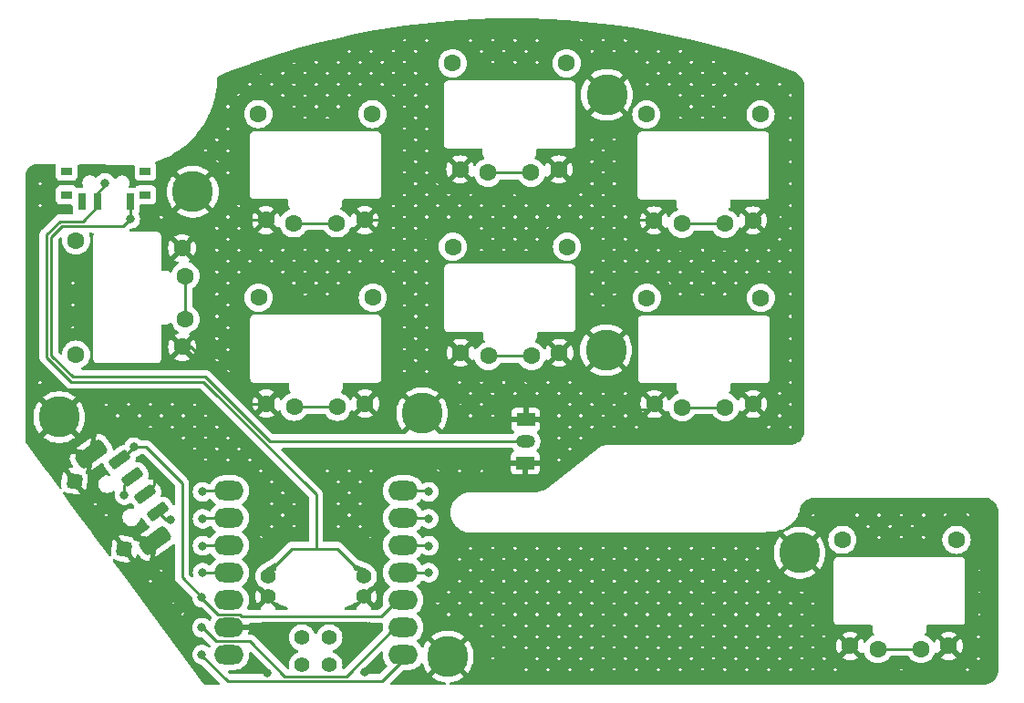
<source format=gbr>
%TF.GenerationSoftware,KiCad,Pcbnew,8.0.2*%
%TF.CreationDate,2024-07-03T21:28:43-05:00*%
%TF.ProjectId,bonsai-pg1232-Xiao-r3-rounded,626f6e73-6169-42d7-9067-313233322d58,v1*%
%TF.SameCoordinates,Original*%
%TF.FileFunction,Copper,L1,Top*%
%TF.FilePolarity,Positive*%
%FSLAX46Y46*%
G04 Gerber Fmt 4.6, Leading zero omitted, Abs format (unit mm)*
G04 Created by KiCad (PCBNEW 8.0.2) date 2024-07-03 21:28:43*
%MOMM*%
%LPD*%
G01*
G04 APERTURE LIST*
G04 Aperture macros list*
%AMRoundRect*
0 Rectangle with rounded corners*
0 $1 Rounding radius*
0 $2 $3 $4 $5 $6 $7 $8 $9 X,Y pos of 4 corners*
0 Add a 4 corners polygon primitive as box body*
4,1,4,$2,$3,$4,$5,$6,$7,$8,$9,$2,$3,0*
0 Add four circle primitives for the rounded corners*
1,1,$1+$1,$2,$3*
1,1,$1+$1,$4,$5*
1,1,$1+$1,$6,$7*
1,1,$1+$1,$8,$9*
0 Add four rect primitives between the rounded corners*
20,1,$1+$1,$2,$3,$4,$5,0*
20,1,$1+$1,$4,$5,$6,$7,0*
20,1,$1+$1,$6,$7,$8,$9,0*
20,1,$1+$1,$8,$9,$2,$3,0*%
G04 Aperture macros list end*
%TA.AperFunction,ComponentPad*%
%ADD10C,1.600000*%
%TD*%
%TA.AperFunction,SMDPad,CuDef*%
%ADD11R,1.000000X0.800000*%
%TD*%
%TA.AperFunction,SMDPad,CuDef*%
%ADD12R,0.700000X1.500000*%
%TD*%
%TA.AperFunction,ComponentPad*%
%ADD13C,3.800000*%
%TD*%
%TA.AperFunction,SMDPad,CuDef*%
%ADD14RoundRect,0.250000X0.752025X0.243841X0.455316X0.646288X-0.752025X-0.243841X-0.455316X-0.646288X0*%
%TD*%
%TA.AperFunction,SMDPad,CuDef*%
%ADD15RoundRect,0.375000X1.128038X0.365761X0.682973X0.969431X-1.128038X-0.365761X-0.682973X-0.969431X0*%
%TD*%
%TA.AperFunction,SMDPad,CuDef*%
%ADD16RoundRect,0.350000X0.398402X0.293727X-0.293727X0.398402X-0.398402X-0.293727X0.293727X-0.398402X0*%
%TD*%
%TA.AperFunction,ComponentPad*%
%ADD17R,1.700000X1.200000*%
%TD*%
%TA.AperFunction,ComponentPad*%
%ADD18O,1.700000X1.200000*%
%TD*%
%TA.AperFunction,SMDPad,CuDef*%
%ADD19O,2.750000X1.800000*%
%TD*%
%TA.AperFunction,ComponentPad*%
%ADD20C,1.397000*%
%TD*%
%TA.AperFunction,ViaPad*%
%ADD21C,0.800000*%
%TD*%
%TA.AperFunction,Conductor*%
%ADD22C,0.250000*%
%TD*%
G04 APERTURE END LIST*
D10*
%TO.P,REF\u002A\u002A,1*%
%TO.N,K3*%
X38566400Y-49789000D03*
X42566400Y-49789000D03*
%TO.P,REF\u002A\u002A,2*%
%TO.N,GND*%
X35986400Y-49489000D03*
X45146400Y-49489000D03*
%TO.P,REF\u002A\u002A,4*%
%TO.N,N/C*%
X45866400Y-39639000D03*
%TO.P,REF\u002A\u002A,5*%
X35266400Y-39639000D03*
%TD*%
%TO.P,REF\u002A\u002A,1*%
%TO.N,K4*%
X74566400Y-32789000D03*
X78566400Y-32789000D03*
%TO.P,REF\u002A\u002A,2*%
%TO.N,GND*%
X71986400Y-32489000D03*
X81146400Y-32489000D03*
%TO.P,REF\u002A\u002A,4*%
%TO.N,N/C*%
X81866400Y-22639000D03*
%TO.P,REF\u002A\u002A,5*%
X71266400Y-22639000D03*
%TD*%
D11*
%TO.P,REF\u002A\u002A,*%
%TO.N,*%
X24750000Y-30105000D03*
X24750000Y-27895000D03*
X17450000Y-30105000D03*
X17450000Y-27895000D03*
D12*
%TO.P,REF\u002A\u002A,1*%
%TO.N,Bat+*%
X23350000Y-30755000D03*
%TO.P,REF\u002A\u002A,2*%
%TO.N,RAW*%
X20349999Y-30755000D03*
%TO.P,REF\u002A\u002A,3*%
%TO.N,N/C*%
X18850000Y-30755000D03*
%TD*%
D13*
%TO.P,REF\u002A\u002A,1*%
%TO.N,GND*%
X67525000Y-44525000D03*
%TD*%
D10*
%TO.P,REF\u002A\u002A,1*%
%TO.N,K0*%
X92766400Y-72289000D03*
X96766400Y-72289000D03*
%TO.P,REF\u002A\u002A,2*%
%TO.N,GND*%
X90186400Y-71989000D03*
X99346400Y-71989000D03*
%TO.P,REF\u002A\u002A,4*%
%TO.N,N/C*%
X100066400Y-62139000D03*
%TO.P,REF\u002A\u002A,5*%
X89466400Y-62139000D03*
%TD*%
D13*
%TO.P,REF\u002A\u002A,1*%
%TO.N,GND*%
X85500000Y-63350000D03*
%TD*%
D14*
%TO.P,REF\u002A\u002A,A*%
%TO.N,F1*%
X25925105Y-59547004D03*
%TO.P,REF\u002A\u002A,B*%
%TO.N,F3*%
X22364591Y-54717641D03*
%TO.P,REF\u002A\u002A,C*%
%TO.N,GND*%
X24738267Y-57937216D03*
D15*
%TO.P,REF\u002A\u002A,MP*%
X25663134Y-62224945D03*
D16*
X22796915Y-62971464D03*
X18168248Y-56693293D03*
D15*
X19728945Y-54176007D03*
D14*
%TO.P,REF\u002A\u002A,S*%
%TO.N,F2*%
X23551429Y-56327429D03*
%TD*%
D13*
%TO.P,REF\u002A\u002A,1*%
%TO.N,GND*%
X52825000Y-72975000D03*
%TD*%
D10*
%TO.P,REF\u002A\u002A,1*%
%TO.N,K2*%
X56600000Y-45075000D03*
X60600000Y-45075000D03*
%TO.P,REF\u002A\u002A,2*%
%TO.N,GND*%
X54020000Y-44775000D03*
X63180000Y-44775000D03*
%TO.P,REF\u002A\u002A,4*%
%TO.N,N/C*%
X63900000Y-34925000D03*
%TO.P,REF\u002A\u002A,5*%
X53300000Y-34925000D03*
%TD*%
%TO.P,REF\u002A\u002A,1*%
%TO.N,K6*%
X38532800Y-32753000D03*
X42532800Y-32753000D03*
%TO.P,REF\u002A\u002A,2*%
%TO.N,GND*%
X35952800Y-32453000D03*
X45112800Y-32453000D03*
%TO.P,REF\u002A\u002A,4*%
%TO.N,N/C*%
X45832800Y-22603000D03*
%TO.P,REF\u002A\u002A,5*%
X35232800Y-22603000D03*
%TD*%
D13*
%TO.P,,1*%
%TO.N,GND*%
X50450000Y-50400000D03*
%TD*%
D17*
%TO.P,REF\u002A\u002A,1*%
%TO.N,GND*%
X60066400Y-50989000D03*
D18*
%TO.P,REF\u002A\u002A,2*%
%TO.N,Bat+*%
X60066400Y-52989000D03*
%TD*%
D13*
%TO.P,REF\u002A\u002A,1*%
%TO.N,GND*%
X29150000Y-29825000D03*
%TD*%
%TO.P,REF\u002A\u002A,1*%
%TO.N,GND*%
X67600000Y-20825000D03*
%TD*%
%TO.P,REF\u002A\u002A,1*%
%TO.N,GND*%
X16750000Y-50750000D03*
%TD*%
D10*
%TO.P,REF\u002A\u002A,1*%
%TO.N,K5*%
X56566400Y-28039000D03*
X60566400Y-28039000D03*
%TO.P,REF\u002A\u002A,2*%
%TO.N,GND*%
X53986400Y-27739000D03*
X63146400Y-27739000D03*
%TO.P,REF\u002A\u002A,4*%
%TO.N,N/C*%
X63866400Y-17889000D03*
%TO.P,REF\u002A\u002A,5*%
X53266400Y-17889000D03*
%TD*%
%TO.P,REF\u002A\u002A,1*%
%TO.N,K1*%
X74600000Y-49825000D03*
X78600000Y-49825000D03*
%TO.P,REF\u002A\u002A,2*%
%TO.N,GND*%
X72020000Y-49525000D03*
X81180000Y-49525000D03*
%TO.P,REF\u002A\u002A,4*%
%TO.N,N/C*%
X81900000Y-39675000D03*
%TO.P,REF\u002A\u002A,5*%
X71300000Y-39675000D03*
%TD*%
D19*
%TO.P,U?,1*%
%TO.N,F1*%
X48691400Y-72813000D03*
%TO.P,U?,2*%
%TO.N,F2*%
X48691400Y-70273000D03*
%TO.P,U?,3*%
%TO.N,F3*%
X48691400Y-67733000D03*
%TO.P,U?,4*%
%TO.N,K0*%
X48691400Y-65193000D03*
%TO.P,U?,5*%
%TO.N,K1*%
X48691400Y-62653000D03*
%TO.P,U?,6*%
%TO.N,K2*%
X48691400Y-60113000D03*
%TO.P,U?,7*%
%TO.N,K3*%
X48691400Y-57573000D03*
%TO.P,U?,8*%
%TO.N,K4*%
X32501480Y-57573000D03*
%TO.P,U?,9*%
%TO.N,K5*%
X32501480Y-60113000D03*
%TO.P,U?,10*%
%TO.N,K6*%
X32501480Y-62653000D03*
%TO.P,U?,11*%
%TO.N,K7*%
X32501480Y-65193000D03*
%TO.P,U?,12*%
%TO.N,N/C*%
X32501480Y-67733000D03*
%TO.P,U?,13*%
%TO.N,GND*%
X32501480Y-70273000D03*
%TO.P,U?,14*%
%TO.N,N/C*%
X32501480Y-72813000D03*
D20*
%TO.P,U?,19*%
%TO.N,RAW*%
X45041440Y-65510000D03*
X36151440Y-65510000D03*
%TO.P,U?,20*%
%TO.N,GND*%
X45041440Y-67415000D03*
X36151440Y-67415000D03*
%TD*%
D10*
%TO.P,REF\u002A\u002A,1*%
%TO.N,K7*%
X28466400Y-41639000D03*
X28466400Y-37639000D03*
%TO.P,REF\u002A\u002A,2*%
%TO.N,GND*%
X28166400Y-44219000D03*
X28166400Y-35059000D03*
%TO.P,REF\u002A\u002A,4*%
%TO.N,N/C*%
X18316400Y-34339000D03*
%TO.P,REF\u002A\u002A,5*%
X18316400Y-44939000D03*
%TD*%
D20*
%TO.P,U?,15*%
%TO.N,N/C*%
X39296400Y-73761000D03*
%TO.P,U?,16*%
X41836400Y-73761000D03*
%TO.P,U?,17*%
X39296400Y-71221000D03*
%TO.P,U?,18*%
X41836400Y-71221000D03*
%TD*%
D17*
%TO.P,REF\u002A\u002A,1*%
%TO.N,GND*%
X60016400Y-54989000D03*
D18*
%TO.P,REF\u002A\u002A,2*%
%TO.N,Bat+*%
X60016400Y-52989000D03*
%TD*%
D21*
%TO.N,K5*%
X30066400Y-60189000D03*
%TO.N,GND*%
X36100000Y-74500000D03*
X25750000Y-67700000D03*
X25600000Y-55800000D03*
X45150000Y-74450000D03*
X45566400Y-70189000D03*
X58551047Y-73698953D03*
%TO.N,K6*%
X30066400Y-62689000D03*
%TO.N,K7*%
X30066400Y-65189000D03*
%TO.N,K1*%
X51066400Y-62689000D03*
%TO.N,K0*%
X51066400Y-65189000D03*
%TO.N,K2*%
X51066400Y-60189000D03*
%TO.N,K3*%
X51066400Y-57689000D03*
%TO.N,K4*%
X30066400Y-57689000D03*
%TO.N,Bat+*%
X23350000Y-32350000D03*
%TO.N,RAW*%
X21000000Y-29000000D03*
%TO.N,F1*%
X30000000Y-72800000D03*
X27100000Y-60250000D03*
%TO.N,F2*%
X22800000Y-58000000D03*
X30000000Y-70300000D03*
%TO.N,F3*%
X30000000Y-67500000D03*
X23675000Y-53525000D03*
%TD*%
D22*
%TO.N,Bat+*%
X22700000Y-33000000D02*
X23350000Y-32350000D01*
X16000000Y-34000000D02*
X17000000Y-33000000D01*
X16000000Y-45000000D02*
X16000000Y-34000000D01*
X30311004Y-47000000D02*
X18000000Y-47000000D01*
X18000000Y-47000000D02*
X16000000Y-45000000D01*
X36300004Y-52989000D02*
X30311004Y-47000000D01*
X60016400Y-52989000D02*
X36300004Y-52989000D01*
X17000000Y-33000000D02*
X22700000Y-33000000D01*
%TO.N,K5*%
X30126400Y-60129000D02*
X30066400Y-60189000D01*
X56566400Y-28039000D02*
X60566400Y-28039000D01*
X32026480Y-60129000D02*
X30126400Y-60129000D01*
%TO.N,GND*%
X61600000Y-51400000D02*
X61600000Y-54800000D01*
X45146400Y-49489000D02*
X45146400Y-49453600D01*
X37799800Y-34300000D02*
X35952800Y-32453000D01*
X51050000Y-43550000D02*
X52795000Y-43550000D01*
X45217400Y-69840000D02*
X35660000Y-69840000D01*
X55920000Y-46675000D02*
X61280000Y-46675000D01*
X61189000Y-50989000D02*
X61600000Y-51400000D01*
X66466000Y-50989000D02*
X60066400Y-50989000D01*
X58551047Y-73698953D02*
X57948953Y-73698953D01*
X61411000Y-54989000D02*
X60016400Y-54989000D01*
X79385400Y-34250000D02*
X73747400Y-34250000D01*
X74245000Y-51750000D02*
X78955000Y-51750000D01*
X71936400Y-32439000D02*
X71986400Y-32489000D01*
X52366400Y-58889000D02*
X56266400Y-54989000D01*
X37972400Y-51475000D02*
X35986400Y-49489000D01*
X53986400Y-27739000D02*
X55747400Y-29500000D01*
X45146400Y-49453600D02*
X51050000Y-43550000D01*
X61280000Y-46675000D02*
X63180000Y-44775000D01*
X58602094Y-73750000D02*
X88425400Y-73750000D01*
X71545000Y-50000000D02*
X68202500Y-50000000D01*
X45112800Y-32453000D02*
X49272400Y-32453000D01*
X30772400Y-32453000D02*
X28166400Y-35059000D01*
X67727500Y-49727500D02*
X66466000Y-50989000D01*
X55155400Y-56100000D02*
X61355000Y-56100000D01*
X68017700Y-32439000D02*
X71936400Y-32439000D01*
X28969000Y-44219000D02*
X28166400Y-44219000D01*
X56266400Y-54989000D02*
X60016400Y-54989000D01*
X68202500Y-50000000D02*
X67226250Y-49023750D01*
X60066400Y-50989000D02*
X61189000Y-50989000D01*
X61385400Y-29500000D02*
X63146400Y-27739000D01*
X45566400Y-70189000D02*
X45217400Y-69840000D01*
X34239000Y-49489000D02*
X28969000Y-44219000D01*
X45146400Y-49489000D02*
X43160400Y-51475000D01*
X63180000Y-44775000D02*
X63180000Y-44977500D01*
X55747400Y-29500000D02*
X61385400Y-29500000D01*
X58551047Y-73698953D02*
X58602094Y-73750000D01*
X52366400Y-68116400D02*
X52366400Y-58889000D01*
X25600000Y-57075483D02*
X24738267Y-57937216D01*
X57948953Y-73698953D02*
X52366400Y-68116400D01*
X55152700Y-56102700D02*
X55155400Y-56100000D01*
X43160400Y-51475000D02*
X37972400Y-51475000D01*
X49272400Y-32453000D02*
X53986400Y-27739000D01*
X97485400Y-73850000D02*
X99346400Y-71989000D01*
X35660000Y-69840000D02*
X35227000Y-70273000D01*
X63146400Y-27739000D02*
X63317700Y-27739000D01*
X28166400Y-35059000D02*
X30350000Y-37242600D01*
X72020000Y-49525000D02*
X74245000Y-51750000D01*
X30350000Y-37242600D02*
X30350000Y-42035400D01*
X32026480Y-70289000D02*
X32475480Y-69840000D01*
X61600000Y-54800000D02*
X61411000Y-54989000D01*
X63317700Y-27739000D02*
X68017700Y-32439000D01*
X73747400Y-34250000D02*
X71986400Y-32489000D01*
X61355000Y-56100000D02*
X66466000Y-50989000D01*
X45112800Y-32453000D02*
X43265800Y-34300000D01*
X63180000Y-44977500D02*
X67727500Y-49525000D01*
X25600000Y-55800000D02*
X25600000Y-57075483D01*
X81146400Y-32489000D02*
X79385400Y-34250000D01*
X43265800Y-34300000D02*
X37799800Y-34300000D01*
X54020000Y-44775000D02*
X55920000Y-46675000D01*
X52795000Y-43550000D02*
X54020000Y-44775000D01*
X35227000Y-70273000D02*
X32026480Y-70273000D01*
X92047400Y-73850000D02*
X97485400Y-73850000D01*
X78955000Y-51750000D02*
X81180000Y-49525000D01*
X67727500Y-49525000D02*
X67727500Y-49727500D01*
X35986400Y-49489000D02*
X34239000Y-49489000D01*
X90186400Y-71989000D02*
X92047400Y-73850000D01*
X30350000Y-42035400D02*
X28166400Y-44219000D01*
X88425400Y-73750000D02*
X90186400Y-71989000D01*
X72020000Y-49525000D02*
X71545000Y-50000000D01*
X35952800Y-32453000D02*
X30772400Y-32453000D01*
%TO.N,K6*%
X38532800Y-32753000D02*
X42532800Y-32753000D01*
X32026480Y-62669000D02*
X30086400Y-62669000D01*
X30086400Y-62669000D02*
X30066400Y-62689000D01*
%TO.N,K7*%
X32026480Y-65209000D02*
X30086400Y-65209000D01*
X30086400Y-65209000D02*
X30066400Y-65189000D01*
X28466400Y-37639000D02*
X28466400Y-41639000D01*
%TO.N,K1*%
X74600000Y-49825000D02*
X78600000Y-49825000D01*
X49166400Y-62669000D02*
X51046400Y-62669000D01*
X51046400Y-62669000D02*
X51066400Y-62689000D01*
%TO.N,K0*%
X92766400Y-72289000D02*
X96766400Y-72289000D01*
X51046400Y-65209000D02*
X51066400Y-65189000D01*
X49166400Y-65209000D02*
X51046400Y-65209000D01*
%TO.N,K2*%
X49166400Y-60129000D02*
X51006400Y-60129000D01*
X51006400Y-60129000D02*
X51066400Y-60189000D01*
X56600000Y-45075000D02*
X60600000Y-45075000D01*
%TO.N,K3*%
X38566400Y-49789000D02*
X42566400Y-49789000D01*
X50966400Y-57589000D02*
X51066400Y-57689000D01*
X49166400Y-57589000D02*
X50966400Y-57589000D01*
%TO.N,K4*%
X74566400Y-32789000D02*
X78566400Y-32789000D01*
X30166400Y-57589000D02*
X30066400Y-57689000D01*
X32026480Y-57589000D02*
X30166400Y-57589000D01*
%TO.N,Bat+*%
X23350000Y-30755000D02*
X23350000Y-32350000D01*
%TO.N,RAW*%
X21000000Y-29250000D02*
X20349999Y-29900001D01*
X42615483Y-62975000D02*
X38310440Y-62975000D01*
X18954999Y-32550000D02*
X20349999Y-31155000D01*
X17813604Y-47450000D02*
X15550000Y-45186396D01*
X20349999Y-29900001D02*
X20349999Y-30755000D01*
X16813604Y-32550000D02*
X18954999Y-32550000D01*
X45041440Y-65506000D02*
X45041440Y-65400957D01*
X40600000Y-62975000D02*
X40600000Y-57925392D01*
X20349999Y-31155000D02*
X20349999Y-30755000D01*
X45041440Y-65400957D02*
X42615483Y-62975000D01*
X36121400Y-65164040D02*
X38310440Y-62975000D01*
X15550000Y-45186396D02*
X15550000Y-33813604D01*
X30124608Y-47450000D02*
X17813604Y-47450000D01*
X15550000Y-33813604D02*
X16813604Y-32550000D01*
X38310440Y-62975000D02*
X40600000Y-62975000D01*
X40600000Y-57925392D02*
X30124608Y-47450000D01*
X21000000Y-29000000D02*
X21000000Y-29250000D01*
%TO.N,F1*%
X26628101Y-60250000D02*
X25925105Y-59547004D01*
X30000000Y-72875000D02*
X30000000Y-72800000D01*
X49166400Y-72829000D02*
X46740900Y-75254500D01*
X32379500Y-75254500D02*
X30000000Y-72875000D01*
X46740900Y-75254500D02*
X32379500Y-75254500D01*
X27100000Y-60250000D02*
X26628101Y-60250000D01*
%TO.N,F2*%
X22800000Y-58000000D02*
X22800000Y-57078858D01*
X31310000Y-71560000D02*
X30050000Y-70300000D01*
X22800000Y-57078858D02*
X23551429Y-56327429D01*
X47936000Y-70289000D02*
X43420500Y-74804500D01*
X49166400Y-70289000D02*
X47936000Y-70289000D01*
X43420500Y-74804500D02*
X37704500Y-74804500D01*
X37704500Y-74804500D02*
X34460000Y-71560000D01*
X34460000Y-71560000D02*
X31310000Y-71560000D01*
X30050000Y-70300000D02*
X30000000Y-70300000D01*
%TO.N,F3*%
X28150000Y-56850000D02*
X28150000Y-65650000D01*
X31523000Y-69048000D02*
X30000000Y-67525000D01*
X23675000Y-53525000D02*
X24825000Y-53525000D01*
X23675000Y-53525000D02*
X22482359Y-54717641D01*
X49166400Y-67749000D02*
X48171000Y-67749000D01*
X33685892Y-69250000D02*
X33483892Y-69048000D01*
X30000000Y-67525000D02*
X30000000Y-67500000D01*
X46670000Y-69250000D02*
X33685892Y-69250000D01*
X24825000Y-53525000D02*
X28150000Y-56850000D01*
X22482359Y-54717641D02*
X22364591Y-54717641D01*
X28150000Y-65650000D02*
X30000000Y-67500000D01*
X33483892Y-69048000D02*
X31523000Y-69048000D01*
X48171000Y-67749000D02*
X46670000Y-69250000D01*
%TD*%
%TA.AperFunction,Conductor*%
%TO.N,GND*%
G36*
X58806978Y-13707604D02*
G01*
X60468476Y-13728152D01*
X60471301Y-13728220D01*
X62131875Y-13787279D01*
X62134639Y-13787410D01*
X63793378Y-13884948D01*
X63796161Y-13885144D01*
X65452219Y-14021111D01*
X65454934Y-14021365D01*
X67107441Y-14195691D01*
X67110210Y-14196016D01*
X68758191Y-14408597D01*
X68760899Y-14408979D01*
X70403468Y-14659701D01*
X70406257Y-14660160D01*
X72042585Y-14948895D01*
X72045404Y-14949426D01*
X73674535Y-15276005D01*
X73677226Y-15276576D01*
X75213977Y-15621875D01*
X75298430Y-15640851D01*
X75301219Y-15641512D01*
X76913510Y-16043263D01*
X76916231Y-16043976D01*
X78518754Y-16482989D01*
X78521389Y-16483744D01*
X80113438Y-16959830D01*
X80116074Y-16960653D01*
X81696553Y-17473482D01*
X81699213Y-17474380D01*
X83267343Y-18023700D01*
X83269981Y-18024658D01*
X84787449Y-18596058D01*
X84794078Y-18599700D01*
X84806051Y-18603808D01*
X84806052Y-18603809D01*
X84825295Y-18610411D01*
X84833090Y-18613383D01*
X84918095Y-18649117D01*
X85043194Y-18701704D01*
X85058122Y-18709200D01*
X85250822Y-18822820D01*
X85264602Y-18832250D01*
X85424136Y-18958011D01*
X85440292Y-18970747D01*
X85452682Y-18981947D01*
X85456870Y-18986280D01*
X85608154Y-19142794D01*
X85618928Y-19155560D01*
X85751367Y-19335840D01*
X85760328Y-19349938D01*
X85867336Y-19546387D01*
X85874319Y-19561558D01*
X85944233Y-19745095D01*
X85945517Y-19748464D01*
X85953639Y-19792604D01*
X85953999Y-51938568D01*
X85953999Y-51958223D01*
X85953617Y-51967952D01*
X85937640Y-52170956D01*
X85934596Y-52190174D01*
X85888202Y-52383421D01*
X85882189Y-52401927D01*
X85806133Y-52585540D01*
X85797299Y-52602877D01*
X85693460Y-52772327D01*
X85682023Y-52788069D01*
X85552951Y-52939193D01*
X85539193Y-52952951D01*
X85388069Y-53082023D01*
X85372327Y-53093460D01*
X85202877Y-53197299D01*
X85185540Y-53206133D01*
X85001927Y-53282189D01*
X84983421Y-53288202D01*
X84790174Y-53334596D01*
X84770956Y-53337640D01*
X84567953Y-53353617D01*
X84558224Y-53353999D01*
X84520769Y-53353999D01*
X84520633Y-53354018D01*
X67589743Y-53362137D01*
X67581254Y-53361118D01*
X67581248Y-53361271D01*
X67568907Y-53360736D01*
X67550804Y-53362129D01*
X67538691Y-53364545D01*
X67538661Y-53364395D01*
X67530426Y-53366702D01*
X67195033Y-53418454D01*
X67186863Y-53419438D01*
X67177705Y-53420234D01*
X67177310Y-53420321D01*
X67174705Y-53421174D01*
X67174329Y-53421339D01*
X67166472Y-53426111D01*
X67159293Y-53430150D01*
X66883267Y-53573607D01*
X66870156Y-53578806D01*
X66861805Y-53583068D01*
X66854652Y-53587691D01*
X66847352Y-53593542D01*
X66837216Y-53603372D01*
X62115860Y-57330757D01*
X62099244Y-57341827D01*
X61689373Y-57569534D01*
X61655084Y-57582397D01*
X61054841Y-57710758D01*
X61028910Y-57713500D01*
X54838111Y-57713500D01*
X54583927Y-57748437D01*
X54583921Y-57748438D01*
X54336862Y-57817662D01*
X54101533Y-57919879D01*
X53882312Y-58053190D01*
X53683287Y-58215109D01*
X53683273Y-58215122D01*
X53508158Y-58402623D01*
X53508158Y-58402624D01*
X53508155Y-58402626D01*
X53508154Y-58402629D01*
X53499181Y-58415341D01*
X53360192Y-58612242D01*
X53242150Y-58840054D01*
X53156230Y-59081808D01*
X53156225Y-59081824D01*
X53104027Y-59333020D01*
X53104026Y-59333022D01*
X53086518Y-59589000D01*
X53104026Y-59844977D01*
X53104027Y-59844979D01*
X53156225Y-60096175D01*
X53156230Y-60096191D01*
X53242150Y-60337945D01*
X53242151Y-60337947D01*
X53360192Y-60565757D01*
X53508154Y-60775371D01*
X53508158Y-60775375D01*
X53508158Y-60775376D01*
X53683273Y-60962877D01*
X53683276Y-60962880D01*
X53683281Y-60962885D01*
X53882309Y-61124807D01*
X53882311Y-61124808D01*
X53882312Y-61124809D01*
X54101533Y-61258120D01*
X54243108Y-61319614D01*
X54336866Y-61360339D01*
X54583927Y-61429563D01*
X54807395Y-61460278D01*
X54838111Y-61464500D01*
X54838112Y-61464500D01*
X54951382Y-61464500D01*
X81542052Y-61464500D01*
X81556494Y-61465402D01*
X81556810Y-61465379D01*
X81556812Y-61465380D01*
X81564675Y-61464816D01*
X81573530Y-61464500D01*
X81581741Y-61464500D01*
X81596070Y-61462569D01*
X83029471Y-61359945D01*
X83030928Y-61360066D01*
X83049129Y-61358665D01*
X83049130Y-61358666D01*
X83073086Y-61356822D01*
X83073459Y-61356795D01*
X83088170Y-61355743D01*
X83088171Y-61355742D01*
X83098954Y-61354971D01*
X83100462Y-61354707D01*
X83199803Y-61347028D01*
X83219696Y-61345491D01*
X83485100Y-61296579D01*
X83507923Y-61292373D01*
X83507930Y-61292370D01*
X83507934Y-61292370D01*
X83672571Y-61243646D01*
X83788957Y-61209202D01*
X84059672Y-61096905D01*
X84317059Y-60956729D01*
X84558256Y-60790233D01*
X84780583Y-60599267D01*
X84981567Y-60385954D01*
X85158976Y-60152665D01*
X85310836Y-59901995D01*
X85317788Y-59887197D01*
X86623308Y-59887197D01*
X86685891Y-59949780D01*
X86761441Y-59979692D01*
X86898664Y-59842468D01*
X86906182Y-59824319D01*
X90672281Y-59824319D01*
X90679799Y-59842468D01*
X90821692Y-59984362D01*
X90839841Y-59991880D01*
X90857990Y-59984362D01*
X90999884Y-59842468D01*
X91007402Y-59824319D01*
X92722890Y-59824319D01*
X92730408Y-59842468D01*
X92872302Y-59984362D01*
X92890451Y-59991880D01*
X92908600Y-59984362D01*
X93050493Y-59842468D01*
X93058011Y-59824319D01*
X94773500Y-59824319D01*
X94781018Y-59842468D01*
X94922912Y-59984362D01*
X94941061Y-59991880D01*
X94959209Y-59984362D01*
X95101103Y-59842468D01*
X95108621Y-59824319D01*
X96824110Y-59824319D01*
X96831628Y-59842468D01*
X96973521Y-59984362D01*
X96991670Y-59991880D01*
X97009819Y-59984362D01*
X97151713Y-59842468D01*
X97159231Y-59824319D01*
X98874719Y-59824319D01*
X98882237Y-59842468D01*
X98938910Y-59899141D01*
X99134545Y-59807916D01*
X99139492Y-59805739D01*
X99177770Y-59789882D01*
X99182014Y-59788231D01*
X100950786Y-59788231D01*
X100955030Y-59789882D01*
X100993308Y-59805739D01*
X100998255Y-59807916D01*
X101195505Y-59899894D01*
X101252933Y-59842466D01*
X101260450Y-59824319D01*
X101252932Y-59806170D01*
X101111038Y-59664276D01*
X101092890Y-59656758D01*
X101074741Y-59664276D01*
X100950786Y-59788231D01*
X99182014Y-59788231D01*
X99182811Y-59787921D01*
X99183736Y-59787584D01*
X99060429Y-59664276D01*
X99042280Y-59656758D01*
X99024131Y-59664276D01*
X98882237Y-59806170D01*
X98874719Y-59824319D01*
X97159231Y-59824319D01*
X97151713Y-59806170D01*
X97009819Y-59664276D01*
X96991670Y-59656758D01*
X96973521Y-59664276D01*
X96831628Y-59806170D01*
X96824110Y-59824319D01*
X95108621Y-59824319D01*
X95101103Y-59806170D01*
X94959209Y-59664276D01*
X94941061Y-59656758D01*
X94922912Y-59664276D01*
X94781018Y-59806170D01*
X94773500Y-59824319D01*
X93058011Y-59824319D01*
X93050493Y-59806170D01*
X92908600Y-59664276D01*
X92890451Y-59656758D01*
X92872302Y-59664276D01*
X92730408Y-59806170D01*
X92722890Y-59824319D01*
X91007402Y-59824319D01*
X90999884Y-59806170D01*
X90857990Y-59664276D01*
X90839841Y-59656758D01*
X90821692Y-59664276D01*
X90679799Y-59806170D01*
X90672281Y-59824319D01*
X86906182Y-59824319D01*
X86898664Y-59806170D01*
X86847118Y-59754624D01*
X88680735Y-59754624D01*
X88681827Y-59754306D01*
X88851851Y-59708747D01*
X88807380Y-59664276D01*
X88789232Y-59656758D01*
X88771083Y-59664276D01*
X88680735Y-59754624D01*
X86847118Y-59754624D01*
X86756771Y-59664276D01*
X86738622Y-59656758D01*
X86720475Y-59664275D01*
X86666686Y-59718063D01*
X86663470Y-59736078D01*
X86662810Y-59741651D01*
X86659596Y-59757780D01*
X86659288Y-59759511D01*
X86659134Y-59760098D01*
X86659002Y-59760765D01*
X86658466Y-59762661D01*
X86654368Y-59778373D01*
X86652551Y-59783610D01*
X86623308Y-59887197D01*
X85317788Y-59887197D01*
X85435460Y-59636728D01*
X85469820Y-59537733D01*
X85477317Y-59525239D01*
X85476035Y-59524648D01*
X85484264Y-59506811D01*
X85484610Y-59503897D01*
X85490590Y-59477876D01*
X85490893Y-59476999D01*
X85491548Y-59475112D01*
X85491547Y-59475108D01*
X85491651Y-59469845D01*
X85494022Y-59448019D01*
X85529090Y-59272223D01*
X85534402Y-59253448D01*
X85605440Y-59061593D01*
X85613635Y-59043885D01*
X85713922Y-58865571D01*
X85724799Y-58849368D01*
X85851842Y-58689025D01*
X85865139Y-58674721D01*
X85992416Y-58557794D01*
X86015788Y-58536322D01*
X86031158Y-58524290D01*
X86201678Y-58411269D01*
X86218743Y-58401802D01*
X86404908Y-58316961D01*
X86423248Y-58310292D01*
X86620412Y-58255748D01*
X86639582Y-58252041D01*
X86847765Y-58228588D01*
X86857498Y-58227879D01*
X86877119Y-58227225D01*
X86877119Y-58227224D01*
X86889746Y-58226803D01*
X86897176Y-58225255D01*
X87148476Y-58209349D01*
X87156309Y-58209101D01*
X102559070Y-58209101D01*
X102578726Y-58209101D01*
X102588454Y-58209482D01*
X102791458Y-58225459D01*
X102810673Y-58228503D01*
X102817875Y-58230232D01*
X103003932Y-58274901D01*
X103022422Y-58280909D01*
X103206044Y-58356967D01*
X103223370Y-58365795D01*
X103304222Y-58415341D01*
X103392827Y-58469639D01*
X103408569Y-58481076D01*
X103559693Y-58610148D01*
X103573451Y-58623906D01*
X103702523Y-58775030D01*
X103713960Y-58790772D01*
X103817799Y-58960222D01*
X103826633Y-58977559D01*
X103902689Y-59161172D01*
X103908702Y-59179678D01*
X103955096Y-59372925D01*
X103958140Y-59392143D01*
X103967670Y-59513230D01*
X103973693Y-59589763D01*
X103974111Y-59595067D01*
X103974493Y-59604970D01*
X103954059Y-74169292D01*
X103953999Y-74169683D01*
X103953999Y-74208223D01*
X103953617Y-74217952D01*
X103937640Y-74420956D01*
X103934596Y-74440174D01*
X103888202Y-74633421D01*
X103882189Y-74651927D01*
X103806133Y-74835540D01*
X103797299Y-74852877D01*
X103693460Y-75022327D01*
X103682023Y-75038069D01*
X103552951Y-75189193D01*
X103539193Y-75202951D01*
X103388069Y-75332023D01*
X103372327Y-75343460D01*
X103202877Y-75447299D01*
X103185540Y-75456133D01*
X103001927Y-75532189D01*
X102983421Y-75538202D01*
X102790174Y-75584596D01*
X102770956Y-75587640D01*
X102583094Y-75602424D01*
X102567939Y-75603617D01*
X102558212Y-75603999D01*
X102521748Y-75603999D01*
X102521709Y-75604004D01*
X53082820Y-75610492D01*
X53015778Y-75590816D01*
X52970016Y-75538018D01*
X52960064Y-75468861D01*
X52989080Y-75405302D01*
X53047854Y-75367519D01*
X53067263Y-75363470D01*
X53275600Y-75337151D01*
X53568107Y-75262048D01*
X53568110Y-75262047D01*
X53848882Y-75150882D01*
X53848890Y-75150878D01*
X54113520Y-75005397D01*
X54113530Y-75005390D01*
X54338433Y-74841987D01*
X54338434Y-74841987D01*
X53407737Y-73911290D01*
X53541602Y-73814033D01*
X53664033Y-73691602D01*
X53761290Y-73557737D01*
X54689687Y-74486134D01*
X54770486Y-74388464D01*
X54859249Y-74248595D01*
X59972513Y-74248595D01*
X60062547Y-74338629D01*
X60080696Y-74346147D01*
X60098845Y-74338629D01*
X60240739Y-74196736D01*
X60248257Y-74178587D01*
X61963745Y-74178587D01*
X61971263Y-74196736D01*
X62113157Y-74338629D01*
X62131306Y-74346147D01*
X62149455Y-74338629D01*
X62291348Y-74196736D01*
X62298866Y-74178587D01*
X64014355Y-74178587D01*
X64021873Y-74196736D01*
X64163767Y-74338629D01*
X64181916Y-74346147D01*
X64200064Y-74338629D01*
X64341958Y-74196736D01*
X64349476Y-74178587D01*
X66064965Y-74178587D01*
X66072483Y-74196736D01*
X66214376Y-74338629D01*
X66232525Y-74346147D01*
X66250674Y-74338629D01*
X66392568Y-74196736D01*
X66400086Y-74178587D01*
X68115574Y-74178587D01*
X68123092Y-74196736D01*
X68264986Y-74338629D01*
X68283135Y-74346147D01*
X68301284Y-74338629D01*
X68443177Y-74196736D01*
X68450695Y-74178587D01*
X70166184Y-74178587D01*
X70173702Y-74196736D01*
X70315596Y-74338629D01*
X70333745Y-74346147D01*
X70351893Y-74338629D01*
X70493787Y-74196736D01*
X70501305Y-74178587D01*
X72216794Y-74178587D01*
X72224312Y-74196736D01*
X72366205Y-74338629D01*
X72384354Y-74346147D01*
X72402503Y-74338629D01*
X72544397Y-74196736D01*
X72551915Y-74178587D01*
X74267403Y-74178587D01*
X74274921Y-74196736D01*
X74416815Y-74338629D01*
X74434964Y-74346147D01*
X74453113Y-74338629D01*
X74595006Y-74196736D01*
X74602524Y-74178587D01*
X76318013Y-74178587D01*
X76325531Y-74196736D01*
X76467425Y-74338629D01*
X76485574Y-74346147D01*
X76503722Y-74338629D01*
X76645616Y-74196736D01*
X76653134Y-74178587D01*
X78368623Y-74178587D01*
X78376141Y-74196736D01*
X78518034Y-74338629D01*
X78536183Y-74346147D01*
X78554332Y-74338629D01*
X78696226Y-74196736D01*
X78703744Y-74178587D01*
X80419232Y-74178587D01*
X80426750Y-74196736D01*
X80568644Y-74338629D01*
X80586793Y-74346147D01*
X80604942Y-74338629D01*
X80746835Y-74196736D01*
X80754353Y-74178587D01*
X82469842Y-74178587D01*
X82477360Y-74196736D01*
X82619254Y-74338629D01*
X82637403Y-74346147D01*
X82655551Y-74338629D01*
X82797445Y-74196736D01*
X82804963Y-74178587D01*
X84520452Y-74178587D01*
X84527970Y-74196736D01*
X84669863Y-74338629D01*
X84688012Y-74346147D01*
X84706161Y-74338629D01*
X84848055Y-74196736D01*
X84855573Y-74178587D01*
X86571061Y-74178587D01*
X86578579Y-74196736D01*
X86720473Y-74338629D01*
X86738622Y-74346147D01*
X86756771Y-74338629D01*
X86898664Y-74196736D01*
X86906182Y-74178587D01*
X88621671Y-74178587D01*
X88629189Y-74196736D01*
X88771083Y-74338629D01*
X88789232Y-74346147D01*
X88807380Y-74338629D01*
X88949274Y-74196736D01*
X88956792Y-74178587D01*
X94773500Y-74178587D01*
X94781018Y-74196736D01*
X94922912Y-74338629D01*
X94941061Y-74346147D01*
X94959209Y-74338629D01*
X95101103Y-74196736D01*
X95108621Y-74178587D01*
X100925329Y-74178587D01*
X100932847Y-74196736D01*
X101074741Y-74338629D01*
X101092890Y-74346147D01*
X101111038Y-74338629D01*
X101252932Y-74196736D01*
X101260450Y-74178587D01*
X101252932Y-74160438D01*
X101111038Y-74018544D01*
X101092890Y-74011026D01*
X101074741Y-74018544D01*
X100932847Y-74160438D01*
X100925329Y-74178587D01*
X95108621Y-74178587D01*
X95106119Y-74172547D01*
X95097386Y-74164545D01*
X95093476Y-74160801D01*
X95053175Y-74120500D01*
X94820957Y-74120500D01*
X94781018Y-74160438D01*
X94773500Y-74178587D01*
X88956792Y-74178587D01*
X88951716Y-74166332D01*
X88912263Y-74143553D01*
X88907641Y-74140748D01*
X88872679Y-74118475D01*
X88868180Y-74115468D01*
X88754065Y-74035562D01*
X88629189Y-74160438D01*
X88621671Y-74178587D01*
X86906182Y-74178587D01*
X86898664Y-74160438D01*
X86756771Y-74018544D01*
X86738622Y-74011026D01*
X86720473Y-74018544D01*
X86578579Y-74160438D01*
X86571061Y-74178587D01*
X84855573Y-74178587D01*
X84848055Y-74160438D01*
X84706161Y-74018544D01*
X84688012Y-74011026D01*
X84669863Y-74018544D01*
X84527970Y-74160438D01*
X84520452Y-74178587D01*
X82804963Y-74178587D01*
X82797445Y-74160438D01*
X82655551Y-74018544D01*
X82637403Y-74011026D01*
X82619254Y-74018544D01*
X82477360Y-74160438D01*
X82469842Y-74178587D01*
X80754353Y-74178587D01*
X80746835Y-74160438D01*
X80604942Y-74018544D01*
X80586793Y-74011026D01*
X80568644Y-74018544D01*
X80426750Y-74160438D01*
X80419232Y-74178587D01*
X78703744Y-74178587D01*
X78696226Y-74160438D01*
X78554332Y-74018544D01*
X78536183Y-74011026D01*
X78518034Y-74018544D01*
X78376141Y-74160438D01*
X78368623Y-74178587D01*
X76653134Y-74178587D01*
X76645616Y-74160438D01*
X76503722Y-74018544D01*
X76485574Y-74011026D01*
X76467425Y-74018544D01*
X76325531Y-74160438D01*
X76318013Y-74178587D01*
X74602524Y-74178587D01*
X74595006Y-74160438D01*
X74453113Y-74018544D01*
X74434964Y-74011026D01*
X74416815Y-74018544D01*
X74274921Y-74160438D01*
X74267403Y-74178587D01*
X72551915Y-74178587D01*
X72544397Y-74160438D01*
X72402503Y-74018544D01*
X72384354Y-74011026D01*
X72366205Y-74018544D01*
X72224312Y-74160438D01*
X72216794Y-74178587D01*
X70501305Y-74178587D01*
X70493787Y-74160438D01*
X70351893Y-74018544D01*
X70333745Y-74011026D01*
X70315596Y-74018544D01*
X70173702Y-74160438D01*
X70166184Y-74178587D01*
X68450695Y-74178587D01*
X68443177Y-74160438D01*
X68301284Y-74018544D01*
X68283135Y-74011026D01*
X68264986Y-74018544D01*
X68123092Y-74160438D01*
X68115574Y-74178587D01*
X66400086Y-74178587D01*
X66392568Y-74160438D01*
X66250674Y-74018544D01*
X66232525Y-74011026D01*
X66214376Y-74018544D01*
X66072483Y-74160438D01*
X66064965Y-74178587D01*
X64349476Y-74178587D01*
X64341958Y-74160438D01*
X64200064Y-74018544D01*
X64181916Y-74011026D01*
X64163767Y-74018544D01*
X64021873Y-74160438D01*
X64014355Y-74178587D01*
X62298866Y-74178587D01*
X62291348Y-74160438D01*
X62149455Y-74018544D01*
X62131306Y-74011026D01*
X62113157Y-74018544D01*
X61971263Y-74160438D01*
X61963745Y-74178587D01*
X60248257Y-74178587D01*
X60240739Y-74160438D01*
X60098845Y-74018544D01*
X60080696Y-74011026D01*
X60062549Y-74018543D01*
X60045346Y-74035745D01*
X60043446Y-74051401D01*
X60036292Y-74080427D01*
X59972513Y-74248595D01*
X54859249Y-74248595D01*
X54932292Y-74133497D01*
X54932295Y-74133491D01*
X55060872Y-73860252D01*
X55060874Y-73860247D01*
X55154194Y-73573040D01*
X55210783Y-73276390D01*
X55210784Y-73276383D01*
X55218529Y-73153282D01*
X56837221Y-73153282D01*
X56844739Y-73171431D01*
X56986633Y-73313324D01*
X57004782Y-73320842D01*
X57022928Y-73313325D01*
X57094532Y-73241720D01*
X57128072Y-73153282D01*
X60938440Y-73153282D01*
X60945958Y-73171431D01*
X61087852Y-73313324D01*
X61106001Y-73320842D01*
X61124150Y-73313324D01*
X61266043Y-73171431D01*
X61273561Y-73153282D01*
X62989050Y-73153282D01*
X62996568Y-73171431D01*
X63138462Y-73313324D01*
X63156611Y-73320842D01*
X63174759Y-73313324D01*
X63316653Y-73171431D01*
X63324171Y-73153282D01*
X65039660Y-73153282D01*
X65047178Y-73171431D01*
X65189071Y-73313324D01*
X65207220Y-73320842D01*
X65225369Y-73313324D01*
X65367263Y-73171431D01*
X65374781Y-73153282D01*
X67090269Y-73153282D01*
X67097787Y-73171431D01*
X67239681Y-73313324D01*
X67257830Y-73320842D01*
X67275979Y-73313324D01*
X67417872Y-73171431D01*
X67425390Y-73153282D01*
X69140879Y-73153282D01*
X69148397Y-73171431D01*
X69290291Y-73313324D01*
X69308440Y-73320842D01*
X69326588Y-73313324D01*
X69468482Y-73171431D01*
X69476000Y-73153282D01*
X71191489Y-73153282D01*
X71199007Y-73171431D01*
X71340900Y-73313324D01*
X71359049Y-73320842D01*
X71377198Y-73313324D01*
X71519092Y-73171431D01*
X71526610Y-73153282D01*
X73242098Y-73153282D01*
X73249616Y-73171431D01*
X73391510Y-73313324D01*
X73409659Y-73320842D01*
X73427808Y-73313324D01*
X73569701Y-73171431D01*
X73577219Y-73153282D01*
X75292708Y-73153282D01*
X75300226Y-73171431D01*
X75442120Y-73313324D01*
X75460269Y-73320842D01*
X75478417Y-73313324D01*
X75620311Y-73171431D01*
X75627829Y-73153282D01*
X77343318Y-73153282D01*
X77350836Y-73171431D01*
X77492729Y-73313324D01*
X77510878Y-73320842D01*
X77529027Y-73313324D01*
X77670921Y-73171431D01*
X77678439Y-73153282D01*
X79393927Y-73153282D01*
X79401445Y-73171431D01*
X79543339Y-73313324D01*
X79561488Y-73320842D01*
X79579637Y-73313324D01*
X79721530Y-73171431D01*
X79729048Y-73153282D01*
X81444537Y-73153282D01*
X81452055Y-73171431D01*
X81593949Y-73313324D01*
X81612098Y-73320842D01*
X81630246Y-73313324D01*
X81772140Y-73171431D01*
X81779658Y-73153282D01*
X83495147Y-73153282D01*
X83502665Y-73171431D01*
X83644558Y-73313324D01*
X83662707Y-73320842D01*
X83680856Y-73313324D01*
X83822750Y-73171431D01*
X83830268Y-73153282D01*
X85545756Y-73153282D01*
X85553274Y-73171431D01*
X85695168Y-73313324D01*
X85713317Y-73320842D01*
X85731466Y-73313324D01*
X85873359Y-73171431D01*
X85880877Y-73153282D01*
X87596366Y-73153282D01*
X87603884Y-73171431D01*
X87745778Y-73313324D01*
X87763927Y-73320842D01*
X87782075Y-73313324D01*
X87923969Y-73171431D01*
X87931487Y-73153282D01*
X87923969Y-73135133D01*
X87782075Y-72993239D01*
X87763927Y-72985721D01*
X87745778Y-72993239D01*
X87603884Y-73135133D01*
X87596366Y-73153282D01*
X85880877Y-73153282D01*
X85873359Y-73135133D01*
X85731466Y-72993239D01*
X85713317Y-72985721D01*
X85695168Y-72993239D01*
X85553274Y-73135133D01*
X85545756Y-73153282D01*
X83830268Y-73153282D01*
X83822750Y-73135133D01*
X83680856Y-72993239D01*
X83662707Y-72985721D01*
X83644558Y-72993239D01*
X83502665Y-73135133D01*
X83495147Y-73153282D01*
X81779658Y-73153282D01*
X81772140Y-73135133D01*
X81630246Y-72993239D01*
X81612098Y-72985721D01*
X81593949Y-72993239D01*
X81452055Y-73135133D01*
X81444537Y-73153282D01*
X79729048Y-73153282D01*
X79721530Y-73135133D01*
X79579637Y-72993239D01*
X79561488Y-72985721D01*
X79543339Y-72993239D01*
X79401445Y-73135133D01*
X79393927Y-73153282D01*
X77678439Y-73153282D01*
X77670921Y-73135133D01*
X77529027Y-72993239D01*
X77510878Y-72985721D01*
X77492729Y-72993239D01*
X77350836Y-73135133D01*
X77343318Y-73153282D01*
X75627829Y-73153282D01*
X75620311Y-73135133D01*
X75478417Y-72993239D01*
X75460269Y-72985721D01*
X75442120Y-72993239D01*
X75300226Y-73135133D01*
X75292708Y-73153282D01*
X73577219Y-73153282D01*
X73569701Y-73135133D01*
X73427808Y-72993239D01*
X73409659Y-72985721D01*
X73391510Y-72993239D01*
X73249616Y-73135133D01*
X73242098Y-73153282D01*
X71526610Y-73153282D01*
X71519092Y-73135133D01*
X71377198Y-72993239D01*
X71359049Y-72985721D01*
X71340900Y-72993239D01*
X71199007Y-73135133D01*
X71191489Y-73153282D01*
X69476000Y-73153282D01*
X69468482Y-73135133D01*
X69326588Y-72993239D01*
X69308440Y-72985721D01*
X69290291Y-72993239D01*
X69148397Y-73135133D01*
X69140879Y-73153282D01*
X67425390Y-73153282D01*
X67417872Y-73135133D01*
X67275979Y-72993239D01*
X67257830Y-72985721D01*
X67239681Y-72993239D01*
X67097787Y-73135133D01*
X67090269Y-73153282D01*
X65374781Y-73153282D01*
X65367263Y-73135133D01*
X65225369Y-72993239D01*
X65207220Y-72985721D01*
X65189071Y-72993239D01*
X65047178Y-73135133D01*
X65039660Y-73153282D01*
X63324171Y-73153282D01*
X63316653Y-73135133D01*
X63174759Y-72993239D01*
X63156611Y-72985721D01*
X63138462Y-72993239D01*
X62996568Y-73135133D01*
X62989050Y-73153282D01*
X61273561Y-73153282D01*
X61266043Y-73135133D01*
X61124150Y-72993239D01*
X61106001Y-72985721D01*
X61087852Y-72993239D01*
X60945958Y-73135133D01*
X60938440Y-73153282D01*
X57128072Y-73153282D01*
X57143168Y-73113477D01*
X57022930Y-72993239D01*
X57004782Y-72985721D01*
X56986633Y-72993239D01*
X56844739Y-73135133D01*
X56837221Y-73153282D01*
X55218529Y-73153282D01*
X55229745Y-72975005D01*
X55229745Y-72974994D01*
X55210784Y-72673616D01*
X55210783Y-72673609D01*
X55154194Y-72376959D01*
X55073294Y-72127977D01*
X57862526Y-72127977D01*
X57870044Y-72146126D01*
X57994131Y-72270213D01*
X58021279Y-72259918D01*
X58094345Y-72241908D01*
X58190130Y-72146124D01*
X58197647Y-72127977D01*
X59913136Y-72127977D01*
X59920654Y-72146126D01*
X60062547Y-72288020D01*
X60080696Y-72295538D01*
X60098845Y-72288020D01*
X60240739Y-72146126D01*
X60248257Y-72127977D01*
X61963745Y-72127977D01*
X61971263Y-72146126D01*
X62113157Y-72288020D01*
X62131306Y-72295538D01*
X62149455Y-72288020D01*
X62291348Y-72146126D01*
X62298866Y-72127977D01*
X64014355Y-72127977D01*
X64021873Y-72146126D01*
X64163767Y-72288020D01*
X64181916Y-72295538D01*
X64200064Y-72288020D01*
X64341958Y-72146126D01*
X64349476Y-72127977D01*
X66064965Y-72127977D01*
X66072483Y-72146126D01*
X66214376Y-72288020D01*
X66232525Y-72295538D01*
X66250674Y-72288020D01*
X66392568Y-72146126D01*
X66400086Y-72127977D01*
X68115574Y-72127977D01*
X68123092Y-72146126D01*
X68264986Y-72288020D01*
X68283135Y-72295538D01*
X68301284Y-72288020D01*
X68443177Y-72146126D01*
X68450695Y-72127977D01*
X70166184Y-72127977D01*
X70173702Y-72146126D01*
X70315596Y-72288020D01*
X70333745Y-72295538D01*
X70351893Y-72288020D01*
X70493787Y-72146126D01*
X70501305Y-72127977D01*
X72216794Y-72127977D01*
X72224312Y-72146126D01*
X72366205Y-72288020D01*
X72384354Y-72295538D01*
X72402503Y-72288020D01*
X72544397Y-72146126D01*
X72551915Y-72127977D01*
X74267403Y-72127977D01*
X74274921Y-72146126D01*
X74416815Y-72288020D01*
X74434964Y-72295538D01*
X74453113Y-72288020D01*
X74595006Y-72146126D01*
X74602524Y-72127977D01*
X76318013Y-72127977D01*
X76325531Y-72146126D01*
X76467425Y-72288020D01*
X76485574Y-72295538D01*
X76503722Y-72288020D01*
X76645616Y-72146126D01*
X76653134Y-72127977D01*
X78368623Y-72127977D01*
X78376141Y-72146126D01*
X78518034Y-72288020D01*
X78536183Y-72295538D01*
X78554332Y-72288020D01*
X78696226Y-72146126D01*
X78703744Y-72127977D01*
X80419232Y-72127977D01*
X80426750Y-72146126D01*
X80568644Y-72288020D01*
X80586793Y-72295538D01*
X80604942Y-72288020D01*
X80746835Y-72146126D01*
X80754353Y-72127977D01*
X82469842Y-72127977D01*
X82477360Y-72146126D01*
X82619254Y-72288020D01*
X82637403Y-72295538D01*
X82655551Y-72288020D01*
X82797445Y-72146126D01*
X82804963Y-72127977D01*
X84520452Y-72127977D01*
X84527970Y-72146126D01*
X84669863Y-72288020D01*
X84688012Y-72295538D01*
X84706161Y-72288020D01*
X84848055Y-72146126D01*
X84855573Y-72127977D01*
X86571061Y-72127977D01*
X86578579Y-72146126D01*
X86720473Y-72288020D01*
X86738622Y-72295538D01*
X86756771Y-72288020D01*
X86898664Y-72146126D01*
X86906182Y-72127977D01*
X86898664Y-72109828D01*
X86756771Y-71967934D01*
X86738622Y-71960416D01*
X86720473Y-71967934D01*
X86578579Y-72109828D01*
X86571061Y-72127977D01*
X84855573Y-72127977D01*
X84848055Y-72109828D01*
X84706161Y-71967934D01*
X84688012Y-71960416D01*
X84669863Y-71967934D01*
X84527970Y-72109828D01*
X84520452Y-72127977D01*
X82804963Y-72127977D01*
X82797445Y-72109828D01*
X82655551Y-71967934D01*
X82637403Y-71960416D01*
X82619254Y-71967934D01*
X82477360Y-72109828D01*
X82469842Y-72127977D01*
X80754353Y-72127977D01*
X80746835Y-72109828D01*
X80604942Y-71967934D01*
X80586793Y-71960416D01*
X80568644Y-71967934D01*
X80426750Y-72109828D01*
X80419232Y-72127977D01*
X78703744Y-72127977D01*
X78696226Y-72109828D01*
X78554332Y-71967934D01*
X78536183Y-71960416D01*
X78518034Y-71967934D01*
X78376141Y-72109828D01*
X78368623Y-72127977D01*
X76653134Y-72127977D01*
X76645616Y-72109828D01*
X76503722Y-71967934D01*
X76485574Y-71960416D01*
X76467425Y-71967934D01*
X76325531Y-72109828D01*
X76318013Y-72127977D01*
X74602524Y-72127977D01*
X74595006Y-72109828D01*
X74453113Y-71967934D01*
X74434964Y-71960416D01*
X74416815Y-71967934D01*
X74274921Y-72109828D01*
X74267403Y-72127977D01*
X72551915Y-72127977D01*
X72544397Y-72109828D01*
X72402503Y-71967934D01*
X72384354Y-71960416D01*
X72366205Y-71967934D01*
X72224312Y-72109828D01*
X72216794Y-72127977D01*
X70501305Y-72127977D01*
X70493787Y-72109828D01*
X70351893Y-71967934D01*
X70333745Y-71960416D01*
X70315596Y-71967934D01*
X70173702Y-72109828D01*
X70166184Y-72127977D01*
X68450695Y-72127977D01*
X68443177Y-72109828D01*
X68301284Y-71967934D01*
X68283135Y-71960416D01*
X68264986Y-71967934D01*
X68123092Y-72109828D01*
X68115574Y-72127977D01*
X66400086Y-72127977D01*
X66392568Y-72109828D01*
X66250674Y-71967934D01*
X66232525Y-71960416D01*
X66214376Y-71967934D01*
X66072483Y-72109828D01*
X66064965Y-72127977D01*
X64349476Y-72127977D01*
X64341958Y-72109828D01*
X64200064Y-71967934D01*
X64181916Y-71960416D01*
X64163767Y-71967934D01*
X64021873Y-72109828D01*
X64014355Y-72127977D01*
X62298866Y-72127977D01*
X62291348Y-72109828D01*
X62149455Y-71967934D01*
X62131306Y-71960416D01*
X62113157Y-71967934D01*
X61971263Y-72109828D01*
X61963745Y-72127977D01*
X60248257Y-72127977D01*
X60240739Y-72109828D01*
X60098845Y-71967934D01*
X60080696Y-71960416D01*
X60062547Y-71967934D01*
X59920654Y-72109828D01*
X59913136Y-72127977D01*
X58197647Y-72127977D01*
X58190129Y-72109828D01*
X58048235Y-71967934D01*
X58030087Y-71960416D01*
X58011938Y-71967934D01*
X57870044Y-72109828D01*
X57862526Y-72127977D01*
X55073294Y-72127977D01*
X55060874Y-72089752D01*
X55060872Y-72089747D01*
X54932295Y-71816508D01*
X54932292Y-71816502D01*
X54770483Y-71561530D01*
X54689686Y-71463864D01*
X53761289Y-72392261D01*
X53664033Y-72258398D01*
X53541602Y-72135967D01*
X53407736Y-72038709D01*
X54338434Y-71108011D01*
X54338433Y-71108009D01*
X54331087Y-71102672D01*
X56837221Y-71102672D01*
X56844739Y-71120821D01*
X56986633Y-71262715D01*
X57004782Y-71270233D01*
X57022930Y-71262715D01*
X57164824Y-71120821D01*
X57172342Y-71102672D01*
X58887831Y-71102672D01*
X58895349Y-71120821D01*
X59037242Y-71262715D01*
X59055391Y-71270233D01*
X59073540Y-71262715D01*
X59215434Y-71120821D01*
X59222952Y-71102672D01*
X60938440Y-71102672D01*
X60945958Y-71120821D01*
X61087852Y-71262715D01*
X61106001Y-71270233D01*
X61124150Y-71262715D01*
X61266043Y-71120821D01*
X61273561Y-71102672D01*
X62989050Y-71102672D01*
X62996568Y-71120821D01*
X63138462Y-71262715D01*
X63156611Y-71270233D01*
X63174759Y-71262715D01*
X63316653Y-71120821D01*
X63324171Y-71102672D01*
X65039660Y-71102672D01*
X65047178Y-71120821D01*
X65189071Y-71262715D01*
X65207220Y-71270233D01*
X65225369Y-71262715D01*
X65367263Y-71120821D01*
X65374781Y-71102672D01*
X67090269Y-71102672D01*
X67097787Y-71120821D01*
X67239681Y-71262715D01*
X67257830Y-71270233D01*
X67275979Y-71262715D01*
X67417872Y-71120821D01*
X67425390Y-71102672D01*
X69140879Y-71102672D01*
X69148397Y-71120821D01*
X69290291Y-71262715D01*
X69308440Y-71270233D01*
X69326588Y-71262715D01*
X69468482Y-71120821D01*
X69476000Y-71102672D01*
X71191489Y-71102672D01*
X71199007Y-71120821D01*
X71340900Y-71262715D01*
X71359049Y-71270233D01*
X71377198Y-71262715D01*
X71519092Y-71120821D01*
X71526610Y-71102672D01*
X73242098Y-71102672D01*
X73249616Y-71120821D01*
X73391510Y-71262715D01*
X73409659Y-71270233D01*
X73427808Y-71262715D01*
X73569701Y-71120821D01*
X73577219Y-71102672D01*
X75292708Y-71102672D01*
X75300226Y-71120821D01*
X75442120Y-71262715D01*
X75460269Y-71270233D01*
X75478417Y-71262715D01*
X75620311Y-71120821D01*
X75627829Y-71102672D01*
X77343318Y-71102672D01*
X77350836Y-71120821D01*
X77492729Y-71262715D01*
X77510878Y-71270233D01*
X77529027Y-71262715D01*
X77670921Y-71120821D01*
X77678439Y-71102672D01*
X79393927Y-71102672D01*
X79401445Y-71120821D01*
X79543339Y-71262715D01*
X79561488Y-71270233D01*
X79579637Y-71262715D01*
X79721530Y-71120821D01*
X79729048Y-71102672D01*
X81444537Y-71102672D01*
X81452055Y-71120821D01*
X81593949Y-71262715D01*
X81612098Y-71270233D01*
X81630246Y-71262715D01*
X81772140Y-71120821D01*
X81779658Y-71102672D01*
X83495147Y-71102672D01*
X83502665Y-71120821D01*
X83644558Y-71262715D01*
X83662707Y-71270233D01*
X83680856Y-71262715D01*
X83822750Y-71120821D01*
X83830268Y-71102672D01*
X85545756Y-71102672D01*
X85553274Y-71120821D01*
X85695168Y-71262715D01*
X85713317Y-71270233D01*
X85731466Y-71262715D01*
X85873359Y-71120821D01*
X85880877Y-71102672D01*
X87596366Y-71102672D01*
X87603884Y-71120821D01*
X87745778Y-71262715D01*
X87763927Y-71270233D01*
X87782074Y-71262716D01*
X87799576Y-71245213D01*
X87809724Y-71207345D01*
X87811238Y-71202150D01*
X87823713Y-71162587D01*
X87825453Y-71157460D01*
X87843339Y-71108327D01*
X87845298Y-71103290D01*
X87861154Y-71065011D01*
X87863332Y-71060061D01*
X87874835Y-71035390D01*
X87782075Y-70942630D01*
X87763927Y-70935112D01*
X87745778Y-70942630D01*
X87603884Y-71084523D01*
X87596366Y-71102672D01*
X85880877Y-71102672D01*
X85873359Y-71084523D01*
X85731466Y-70942630D01*
X85713317Y-70935112D01*
X85695168Y-70942630D01*
X85553274Y-71084523D01*
X85545756Y-71102672D01*
X83830268Y-71102672D01*
X83822750Y-71084523D01*
X83680856Y-70942630D01*
X83662707Y-70935112D01*
X83644558Y-70942630D01*
X83502665Y-71084523D01*
X83495147Y-71102672D01*
X81779658Y-71102672D01*
X81772140Y-71084523D01*
X81630246Y-70942630D01*
X81612098Y-70935112D01*
X81593949Y-70942630D01*
X81452055Y-71084523D01*
X81444537Y-71102672D01*
X79729048Y-71102672D01*
X79721530Y-71084523D01*
X79579637Y-70942630D01*
X79561488Y-70935112D01*
X79543339Y-70942630D01*
X79401445Y-71084523D01*
X79393927Y-71102672D01*
X77678439Y-71102672D01*
X77670921Y-71084523D01*
X77529027Y-70942630D01*
X77510878Y-70935112D01*
X77492729Y-70942630D01*
X77350836Y-71084523D01*
X77343318Y-71102672D01*
X75627829Y-71102672D01*
X75620311Y-71084523D01*
X75478417Y-70942630D01*
X75460269Y-70935112D01*
X75442120Y-70942630D01*
X75300226Y-71084523D01*
X75292708Y-71102672D01*
X73577219Y-71102672D01*
X73569701Y-71084523D01*
X73427808Y-70942630D01*
X73409659Y-70935112D01*
X73391510Y-70942630D01*
X73249616Y-71084523D01*
X73242098Y-71102672D01*
X71526610Y-71102672D01*
X71519092Y-71084523D01*
X71377198Y-70942630D01*
X71359049Y-70935112D01*
X71340900Y-70942630D01*
X71199007Y-71084523D01*
X71191489Y-71102672D01*
X69476000Y-71102672D01*
X69468482Y-71084523D01*
X69326588Y-70942630D01*
X69308440Y-70935112D01*
X69290291Y-70942630D01*
X69148397Y-71084523D01*
X69140879Y-71102672D01*
X67425390Y-71102672D01*
X67417872Y-71084523D01*
X67275979Y-70942630D01*
X67257830Y-70935112D01*
X67239681Y-70942630D01*
X67097787Y-71084523D01*
X67090269Y-71102672D01*
X65374781Y-71102672D01*
X65367263Y-71084523D01*
X65225369Y-70942630D01*
X65207220Y-70935112D01*
X65189071Y-70942630D01*
X65047178Y-71084523D01*
X65039660Y-71102672D01*
X63324171Y-71102672D01*
X63316653Y-71084523D01*
X63174759Y-70942630D01*
X63156611Y-70935112D01*
X63138462Y-70942630D01*
X62996568Y-71084523D01*
X62989050Y-71102672D01*
X61273561Y-71102672D01*
X61266043Y-71084523D01*
X61124150Y-70942630D01*
X61106001Y-70935112D01*
X61087852Y-70942630D01*
X60945958Y-71084523D01*
X60938440Y-71102672D01*
X59222952Y-71102672D01*
X59215434Y-71084523D01*
X59073540Y-70942630D01*
X59055391Y-70935112D01*
X59037242Y-70942630D01*
X58895349Y-71084523D01*
X58887831Y-71102672D01*
X57172342Y-71102672D01*
X57164824Y-71084523D01*
X57022930Y-70942630D01*
X57004782Y-70935112D01*
X56986633Y-70942630D01*
X56844739Y-71084523D01*
X56837221Y-71102672D01*
X54331087Y-71102672D01*
X54113538Y-70944614D01*
X54113520Y-70944602D01*
X53848890Y-70799121D01*
X53848882Y-70799117D01*
X53568110Y-70687952D01*
X53568107Y-70687951D01*
X53275600Y-70612849D01*
X52976004Y-70575000D01*
X52673995Y-70575000D01*
X52374399Y-70612849D01*
X52081892Y-70687951D01*
X52081889Y-70687952D01*
X51801117Y-70799117D01*
X51801109Y-70799121D01*
X51536476Y-70944604D01*
X51536471Y-70944607D01*
X51311565Y-71108010D01*
X51311564Y-71108011D01*
X52242262Y-72038709D01*
X52108398Y-72135967D01*
X51985967Y-72258398D01*
X51888709Y-72392262D01*
X50960311Y-71463864D01*
X50879520Y-71561525D01*
X50879518Y-71561528D01*
X50717707Y-71816502D01*
X50717703Y-71816508D01*
X50595857Y-72075444D01*
X50549502Y-72127722D01*
X50482242Y-72146639D01*
X50415432Y-72126190D01*
X50373171Y-72078934D01*
X50371057Y-72074785D01*
X50368433Y-72071174D01*
X50323175Y-72008882D01*
X50240743Y-71895424D01*
X50083976Y-71738657D01*
X49952752Y-71643316D01*
X49910088Y-71587988D01*
X49904109Y-71518374D01*
X49936715Y-71456579D01*
X49952749Y-71442685D01*
X50083976Y-71347343D01*
X50240743Y-71190576D01*
X50371057Y-71011215D01*
X50471708Y-70813676D01*
X50540218Y-70602824D01*
X50574900Y-70383851D01*
X50574900Y-70162149D01*
X50561472Y-70077367D01*
X55811916Y-70077367D01*
X55819434Y-70095516D01*
X55961328Y-70237410D01*
X55979477Y-70244928D01*
X55997626Y-70237410D01*
X56139519Y-70095516D01*
X56147037Y-70077367D01*
X57862526Y-70077367D01*
X57870044Y-70095516D01*
X58011938Y-70237410D01*
X58030087Y-70244928D01*
X58048235Y-70237410D01*
X58190129Y-70095516D01*
X58197647Y-70077367D01*
X59913136Y-70077367D01*
X59920654Y-70095516D01*
X60062547Y-70237410D01*
X60080696Y-70244928D01*
X60098845Y-70237410D01*
X60240739Y-70095516D01*
X60248257Y-70077367D01*
X61963745Y-70077367D01*
X61971263Y-70095516D01*
X62113157Y-70237410D01*
X62131306Y-70244928D01*
X62149455Y-70237410D01*
X62291348Y-70095516D01*
X62298866Y-70077367D01*
X64014355Y-70077367D01*
X64021873Y-70095516D01*
X64163767Y-70237410D01*
X64181916Y-70244928D01*
X64200064Y-70237410D01*
X64341958Y-70095516D01*
X64349476Y-70077367D01*
X66064965Y-70077367D01*
X66072483Y-70095516D01*
X66214376Y-70237410D01*
X66232525Y-70244928D01*
X66250674Y-70237410D01*
X66392568Y-70095516D01*
X66400086Y-70077367D01*
X68115574Y-70077367D01*
X68123092Y-70095516D01*
X68264986Y-70237410D01*
X68283135Y-70244928D01*
X68301284Y-70237410D01*
X68443177Y-70095516D01*
X68450695Y-70077367D01*
X70166184Y-70077367D01*
X70173702Y-70095516D01*
X70315596Y-70237410D01*
X70333745Y-70244928D01*
X70351893Y-70237410D01*
X70493787Y-70095516D01*
X70501305Y-70077367D01*
X72216794Y-70077367D01*
X72224312Y-70095516D01*
X72366205Y-70237410D01*
X72384354Y-70244928D01*
X72402503Y-70237410D01*
X72544397Y-70095516D01*
X72551915Y-70077367D01*
X74267403Y-70077367D01*
X74274921Y-70095516D01*
X74416815Y-70237410D01*
X74434964Y-70244928D01*
X74453113Y-70237410D01*
X74595006Y-70095516D01*
X74602524Y-70077367D01*
X76318013Y-70077367D01*
X76325531Y-70095516D01*
X76467425Y-70237410D01*
X76485574Y-70244928D01*
X76503722Y-70237410D01*
X76645616Y-70095516D01*
X76653134Y-70077367D01*
X78368623Y-70077367D01*
X78376141Y-70095516D01*
X78518034Y-70237410D01*
X78536183Y-70244928D01*
X78554332Y-70237410D01*
X78696226Y-70095516D01*
X78703744Y-70077367D01*
X80419232Y-70077367D01*
X80426750Y-70095516D01*
X80568644Y-70237410D01*
X80586793Y-70244928D01*
X80604942Y-70237410D01*
X80746835Y-70095516D01*
X80754353Y-70077367D01*
X82469842Y-70077367D01*
X82477360Y-70095516D01*
X82619254Y-70237410D01*
X82637403Y-70244928D01*
X82655551Y-70237410D01*
X82797445Y-70095516D01*
X82804963Y-70077367D01*
X84520452Y-70077367D01*
X84527970Y-70095516D01*
X84669863Y-70237410D01*
X84688012Y-70244928D01*
X84706161Y-70237410D01*
X84848055Y-70095516D01*
X84855573Y-70077367D01*
X86571061Y-70077367D01*
X86578579Y-70095516D01*
X86720473Y-70237410D01*
X86738622Y-70244928D01*
X86756771Y-70237410D01*
X86898664Y-70095516D01*
X86906182Y-70077367D01*
X86898664Y-70059218D01*
X86756771Y-69917325D01*
X86738622Y-69909807D01*
X86720473Y-69917325D01*
X86578579Y-70059218D01*
X86571061Y-70077367D01*
X84855573Y-70077367D01*
X84848055Y-70059218D01*
X84706161Y-69917325D01*
X84688012Y-69909807D01*
X84669863Y-69917325D01*
X84527970Y-70059218D01*
X84520452Y-70077367D01*
X82804963Y-70077367D01*
X82797445Y-70059218D01*
X82655551Y-69917325D01*
X82637403Y-69909807D01*
X82619254Y-69917325D01*
X82477360Y-70059218D01*
X82469842Y-70077367D01*
X80754353Y-70077367D01*
X80746835Y-70059218D01*
X80604942Y-69917325D01*
X80586793Y-69909807D01*
X80568644Y-69917325D01*
X80426750Y-70059218D01*
X80419232Y-70077367D01*
X78703744Y-70077367D01*
X78696226Y-70059218D01*
X78554332Y-69917325D01*
X78536183Y-69909807D01*
X78518034Y-69917325D01*
X78376141Y-70059218D01*
X78368623Y-70077367D01*
X76653134Y-70077367D01*
X76645616Y-70059218D01*
X76503722Y-69917325D01*
X76485574Y-69909807D01*
X76467425Y-69917325D01*
X76325531Y-70059218D01*
X76318013Y-70077367D01*
X74602524Y-70077367D01*
X74595006Y-70059218D01*
X74453113Y-69917325D01*
X74434964Y-69909807D01*
X74416815Y-69917325D01*
X74274921Y-70059218D01*
X74267403Y-70077367D01*
X72551915Y-70077367D01*
X72544397Y-70059218D01*
X72402503Y-69917325D01*
X72384354Y-69909807D01*
X72366205Y-69917325D01*
X72224312Y-70059218D01*
X72216794Y-70077367D01*
X70501305Y-70077367D01*
X70493787Y-70059218D01*
X70351893Y-69917325D01*
X70333745Y-69909807D01*
X70315596Y-69917325D01*
X70173702Y-70059218D01*
X70166184Y-70077367D01*
X68450695Y-70077367D01*
X68443177Y-70059218D01*
X68301284Y-69917325D01*
X68283135Y-69909807D01*
X68264986Y-69917325D01*
X68123092Y-70059218D01*
X68115574Y-70077367D01*
X66400086Y-70077367D01*
X66392568Y-70059218D01*
X66250674Y-69917325D01*
X66232525Y-69909807D01*
X66214376Y-69917325D01*
X66072483Y-70059218D01*
X66064965Y-70077367D01*
X64349476Y-70077367D01*
X64341958Y-70059218D01*
X64200064Y-69917325D01*
X64181916Y-69909807D01*
X64163767Y-69917325D01*
X64021873Y-70059218D01*
X64014355Y-70077367D01*
X62298866Y-70077367D01*
X62291348Y-70059218D01*
X62149455Y-69917325D01*
X62131306Y-69909807D01*
X62113157Y-69917325D01*
X61971263Y-70059218D01*
X61963745Y-70077367D01*
X60248257Y-70077367D01*
X60240739Y-70059218D01*
X60098845Y-69917325D01*
X60080696Y-69909807D01*
X60062547Y-69917325D01*
X59920654Y-70059218D01*
X59913136Y-70077367D01*
X58197647Y-70077367D01*
X58190129Y-70059218D01*
X58048235Y-69917325D01*
X58030087Y-69909807D01*
X58011938Y-69917325D01*
X57870044Y-70059218D01*
X57862526Y-70077367D01*
X56147037Y-70077367D01*
X56139519Y-70059218D01*
X55997626Y-69917325D01*
X55979477Y-69909807D01*
X55961328Y-69917325D01*
X55819434Y-70059218D01*
X55811916Y-70077367D01*
X50561472Y-70077367D01*
X50540218Y-69943176D01*
X50471708Y-69732324D01*
X50471706Y-69732321D01*
X50471706Y-69732319D01*
X50371056Y-69534784D01*
X50352237Y-69508882D01*
X50240743Y-69355424D01*
X50083976Y-69198657D01*
X49952752Y-69103316D01*
X49913230Y-69052063D01*
X52736002Y-69052063D01*
X52743520Y-69070211D01*
X52885413Y-69212105D01*
X52903562Y-69219623D01*
X52921711Y-69212105D01*
X53063605Y-69070211D01*
X53071123Y-69052063D01*
X54786611Y-69052063D01*
X54794129Y-69070211D01*
X54936023Y-69212105D01*
X54954172Y-69219623D01*
X54972321Y-69212105D01*
X55114215Y-69070211D01*
X55121733Y-69052063D01*
X56837221Y-69052063D01*
X56844739Y-69070211D01*
X56986633Y-69212105D01*
X57004782Y-69219623D01*
X57022930Y-69212105D01*
X57164824Y-69070211D01*
X57172342Y-69052063D01*
X58887831Y-69052063D01*
X58895349Y-69070211D01*
X59037242Y-69212105D01*
X59055391Y-69219623D01*
X59073540Y-69212105D01*
X59215434Y-69070211D01*
X59222952Y-69052063D01*
X60938440Y-69052063D01*
X60945958Y-69070211D01*
X61087852Y-69212105D01*
X61106001Y-69219623D01*
X61124150Y-69212105D01*
X61266043Y-69070211D01*
X61273561Y-69052063D01*
X62989050Y-69052063D01*
X62996568Y-69070211D01*
X63138462Y-69212105D01*
X63156611Y-69219623D01*
X63174759Y-69212105D01*
X63316653Y-69070211D01*
X63324171Y-69052063D01*
X65039660Y-69052063D01*
X65047178Y-69070211D01*
X65189071Y-69212105D01*
X65207220Y-69219623D01*
X65225369Y-69212105D01*
X65367263Y-69070211D01*
X65374781Y-69052063D01*
X67090269Y-69052063D01*
X67097787Y-69070211D01*
X67239681Y-69212105D01*
X67257830Y-69219623D01*
X67275979Y-69212105D01*
X67417872Y-69070211D01*
X67425390Y-69052063D01*
X69140879Y-69052063D01*
X69148397Y-69070211D01*
X69290291Y-69212105D01*
X69308440Y-69219623D01*
X69326588Y-69212105D01*
X69468482Y-69070211D01*
X69476000Y-69052063D01*
X71191489Y-69052063D01*
X71199007Y-69070211D01*
X71340900Y-69212105D01*
X71359049Y-69219623D01*
X71377198Y-69212105D01*
X71519092Y-69070211D01*
X71526610Y-69052063D01*
X73242098Y-69052063D01*
X73249616Y-69070211D01*
X73391510Y-69212105D01*
X73409659Y-69219623D01*
X73427808Y-69212105D01*
X73569701Y-69070211D01*
X73577219Y-69052063D01*
X75292708Y-69052063D01*
X75300226Y-69070211D01*
X75442120Y-69212105D01*
X75460269Y-69219623D01*
X75478417Y-69212105D01*
X75620311Y-69070211D01*
X75627829Y-69052063D01*
X77343318Y-69052063D01*
X77350836Y-69070211D01*
X77492729Y-69212105D01*
X77510878Y-69219623D01*
X77529027Y-69212105D01*
X77670921Y-69070211D01*
X77678439Y-69052063D01*
X79393927Y-69052063D01*
X79401445Y-69070211D01*
X79543339Y-69212105D01*
X79561488Y-69219623D01*
X79579637Y-69212105D01*
X79721530Y-69070211D01*
X79729048Y-69052063D01*
X81444537Y-69052063D01*
X81452055Y-69070211D01*
X81593949Y-69212105D01*
X81612098Y-69219623D01*
X81630246Y-69212105D01*
X81772140Y-69070211D01*
X81779658Y-69052063D01*
X83495147Y-69052063D01*
X83502665Y-69070211D01*
X83644558Y-69212105D01*
X83662707Y-69219623D01*
X83680856Y-69212105D01*
X83822750Y-69070211D01*
X83830268Y-69052063D01*
X85545756Y-69052063D01*
X85553274Y-69070211D01*
X85695168Y-69212105D01*
X85713317Y-69219623D01*
X85731466Y-69212105D01*
X85873359Y-69070211D01*
X85880877Y-69052063D01*
X85873359Y-69033914D01*
X85731466Y-68892020D01*
X85713317Y-68884502D01*
X85695168Y-68892020D01*
X85553274Y-69033914D01*
X85545756Y-69052063D01*
X83830268Y-69052063D01*
X83822750Y-69033914D01*
X83680856Y-68892020D01*
X83662707Y-68884502D01*
X83644558Y-68892020D01*
X83502665Y-69033914D01*
X83495147Y-69052063D01*
X81779658Y-69052063D01*
X81772140Y-69033914D01*
X81630246Y-68892020D01*
X81612098Y-68884502D01*
X81593949Y-68892020D01*
X81452055Y-69033914D01*
X81444537Y-69052063D01*
X79729048Y-69052063D01*
X79721530Y-69033914D01*
X79579637Y-68892020D01*
X79561488Y-68884502D01*
X79543339Y-68892020D01*
X79401445Y-69033914D01*
X79393927Y-69052063D01*
X77678439Y-69052063D01*
X77670921Y-69033914D01*
X77529027Y-68892020D01*
X77510878Y-68884502D01*
X77492729Y-68892020D01*
X77350836Y-69033914D01*
X77343318Y-69052063D01*
X75627829Y-69052063D01*
X75620311Y-69033914D01*
X75478417Y-68892020D01*
X75460269Y-68884502D01*
X75442120Y-68892020D01*
X75300226Y-69033914D01*
X75292708Y-69052063D01*
X73577219Y-69052063D01*
X73569701Y-69033914D01*
X73427808Y-68892020D01*
X73409659Y-68884502D01*
X73391510Y-68892020D01*
X73249616Y-69033914D01*
X73242098Y-69052063D01*
X71526610Y-69052063D01*
X71519092Y-69033914D01*
X71377198Y-68892020D01*
X71359049Y-68884502D01*
X71340900Y-68892020D01*
X71199007Y-69033914D01*
X71191489Y-69052063D01*
X69476000Y-69052063D01*
X69468482Y-69033914D01*
X69326588Y-68892020D01*
X69308440Y-68884502D01*
X69290291Y-68892020D01*
X69148397Y-69033914D01*
X69140879Y-69052063D01*
X67425390Y-69052063D01*
X67417872Y-69033914D01*
X67275979Y-68892020D01*
X67257830Y-68884502D01*
X67239681Y-68892020D01*
X67097787Y-69033914D01*
X67090269Y-69052063D01*
X65374781Y-69052063D01*
X65367263Y-69033914D01*
X65225369Y-68892020D01*
X65207220Y-68884502D01*
X65189071Y-68892020D01*
X65047178Y-69033914D01*
X65039660Y-69052063D01*
X63324171Y-69052063D01*
X63316653Y-69033914D01*
X63174759Y-68892020D01*
X63156611Y-68884502D01*
X63138462Y-68892020D01*
X62996568Y-69033914D01*
X62989050Y-69052063D01*
X61273561Y-69052063D01*
X61266043Y-69033914D01*
X61124150Y-68892020D01*
X61106001Y-68884502D01*
X61087852Y-68892020D01*
X60945958Y-69033914D01*
X60938440Y-69052063D01*
X59222952Y-69052063D01*
X59215434Y-69033914D01*
X59073540Y-68892020D01*
X59055391Y-68884502D01*
X59037242Y-68892020D01*
X58895349Y-69033914D01*
X58887831Y-69052063D01*
X57172342Y-69052063D01*
X57164824Y-69033914D01*
X57022930Y-68892020D01*
X57004782Y-68884502D01*
X56986633Y-68892020D01*
X56844739Y-69033914D01*
X56837221Y-69052063D01*
X55121733Y-69052063D01*
X55114215Y-69033914D01*
X54972321Y-68892020D01*
X54954172Y-68884502D01*
X54936023Y-68892020D01*
X54794129Y-69033914D01*
X54786611Y-69052063D01*
X53071123Y-69052063D01*
X53063605Y-69033914D01*
X52921711Y-68892020D01*
X52903562Y-68884502D01*
X52885413Y-68892020D01*
X52743520Y-69033914D01*
X52736002Y-69052063D01*
X49913230Y-69052063D01*
X49910088Y-69047988D01*
X49904109Y-68978374D01*
X49936715Y-68916579D01*
X49952749Y-68902685D01*
X50083976Y-68807343D01*
X50240743Y-68650576D01*
X50371057Y-68471215D01*
X50471708Y-68273676D01*
X50535445Y-68077514D01*
X51750823Y-68077514D01*
X51860109Y-68186800D01*
X51878258Y-68194318D01*
X51896406Y-68186800D01*
X52038300Y-68044907D01*
X52045818Y-68026758D01*
X53761307Y-68026758D01*
X53768825Y-68044907D01*
X53910718Y-68186800D01*
X53928867Y-68194318D01*
X53947016Y-68186800D01*
X54088910Y-68044907D01*
X54096428Y-68026758D01*
X55811916Y-68026758D01*
X55819434Y-68044907D01*
X55961328Y-68186800D01*
X55979477Y-68194318D01*
X55997626Y-68186800D01*
X56139519Y-68044907D01*
X56147037Y-68026758D01*
X57862526Y-68026758D01*
X57870044Y-68044907D01*
X58011938Y-68186800D01*
X58030087Y-68194318D01*
X58048235Y-68186800D01*
X58190129Y-68044907D01*
X58197647Y-68026758D01*
X59913136Y-68026758D01*
X59920654Y-68044907D01*
X60062547Y-68186800D01*
X60080696Y-68194318D01*
X60098845Y-68186800D01*
X60240739Y-68044907D01*
X60248257Y-68026758D01*
X61963745Y-68026758D01*
X61971263Y-68044907D01*
X62113157Y-68186800D01*
X62131306Y-68194318D01*
X62149455Y-68186800D01*
X62291348Y-68044907D01*
X62298866Y-68026758D01*
X64014355Y-68026758D01*
X64021873Y-68044907D01*
X64163767Y-68186800D01*
X64181916Y-68194318D01*
X64200064Y-68186800D01*
X64341958Y-68044907D01*
X64349476Y-68026758D01*
X66064965Y-68026758D01*
X66072483Y-68044907D01*
X66214376Y-68186800D01*
X66232525Y-68194318D01*
X66250674Y-68186800D01*
X66392568Y-68044907D01*
X66400086Y-68026758D01*
X68115574Y-68026758D01*
X68123092Y-68044907D01*
X68264986Y-68186800D01*
X68283135Y-68194318D01*
X68301284Y-68186800D01*
X68443177Y-68044907D01*
X68450695Y-68026758D01*
X70166184Y-68026758D01*
X70173702Y-68044907D01*
X70315596Y-68186800D01*
X70333745Y-68194318D01*
X70351893Y-68186800D01*
X70493787Y-68044907D01*
X70501305Y-68026758D01*
X72216794Y-68026758D01*
X72224312Y-68044907D01*
X72366205Y-68186800D01*
X72384354Y-68194318D01*
X72402503Y-68186800D01*
X72544397Y-68044907D01*
X72551915Y-68026758D01*
X74267403Y-68026758D01*
X74274921Y-68044907D01*
X74416815Y-68186800D01*
X74434964Y-68194318D01*
X74453113Y-68186800D01*
X74595006Y-68044907D01*
X74602524Y-68026758D01*
X76318013Y-68026758D01*
X76325531Y-68044907D01*
X76467425Y-68186800D01*
X76485574Y-68194318D01*
X76503722Y-68186800D01*
X76645616Y-68044907D01*
X76653134Y-68026758D01*
X78368623Y-68026758D01*
X78376141Y-68044907D01*
X78518034Y-68186800D01*
X78536183Y-68194318D01*
X78554332Y-68186800D01*
X78696226Y-68044907D01*
X78703744Y-68026758D01*
X80419232Y-68026758D01*
X80426750Y-68044907D01*
X80568644Y-68186800D01*
X80586793Y-68194318D01*
X80604942Y-68186800D01*
X80746835Y-68044907D01*
X80754353Y-68026758D01*
X82469842Y-68026758D01*
X82477360Y-68044907D01*
X82619254Y-68186800D01*
X82637403Y-68194318D01*
X82655551Y-68186800D01*
X82797445Y-68044907D01*
X82804963Y-68026758D01*
X84520452Y-68026758D01*
X84527970Y-68044907D01*
X84669863Y-68186800D01*
X84688012Y-68194318D01*
X84706161Y-68186800D01*
X84848055Y-68044907D01*
X84855573Y-68026758D01*
X86571061Y-68026758D01*
X86578579Y-68044907D01*
X86720473Y-68186800D01*
X86738622Y-68194318D01*
X86756771Y-68186800D01*
X86898664Y-68044907D01*
X86906182Y-68026758D01*
X86898664Y-68008609D01*
X86756771Y-67866715D01*
X86738622Y-67859197D01*
X86720473Y-67866715D01*
X86578579Y-68008609D01*
X86571061Y-68026758D01*
X84855573Y-68026758D01*
X84848055Y-68008609D01*
X84706161Y-67866715D01*
X84688012Y-67859197D01*
X84669863Y-67866715D01*
X84527970Y-68008609D01*
X84520452Y-68026758D01*
X82804963Y-68026758D01*
X82797445Y-68008609D01*
X82655551Y-67866715D01*
X82637403Y-67859197D01*
X82619254Y-67866715D01*
X82477360Y-68008609D01*
X82469842Y-68026758D01*
X80754353Y-68026758D01*
X80746835Y-68008609D01*
X80604942Y-67866715D01*
X80586793Y-67859197D01*
X80568644Y-67866715D01*
X80426750Y-68008609D01*
X80419232Y-68026758D01*
X78703744Y-68026758D01*
X78696226Y-68008609D01*
X78554332Y-67866715D01*
X78536183Y-67859197D01*
X78518034Y-67866715D01*
X78376141Y-68008609D01*
X78368623Y-68026758D01*
X76653134Y-68026758D01*
X76645616Y-68008609D01*
X76503722Y-67866715D01*
X76485574Y-67859197D01*
X76467425Y-67866715D01*
X76325531Y-68008609D01*
X76318013Y-68026758D01*
X74602524Y-68026758D01*
X74595006Y-68008609D01*
X74453113Y-67866715D01*
X74434964Y-67859197D01*
X74416815Y-67866715D01*
X74274921Y-68008609D01*
X74267403Y-68026758D01*
X72551915Y-68026758D01*
X72544397Y-68008609D01*
X72402503Y-67866715D01*
X72384354Y-67859197D01*
X72366205Y-67866715D01*
X72224312Y-68008609D01*
X72216794Y-68026758D01*
X70501305Y-68026758D01*
X70493787Y-68008609D01*
X70351893Y-67866715D01*
X70333745Y-67859197D01*
X70315596Y-67866715D01*
X70173702Y-68008609D01*
X70166184Y-68026758D01*
X68450695Y-68026758D01*
X68443177Y-68008609D01*
X68301284Y-67866715D01*
X68283135Y-67859197D01*
X68264986Y-67866715D01*
X68123092Y-68008609D01*
X68115574Y-68026758D01*
X66400086Y-68026758D01*
X66392568Y-68008609D01*
X66250674Y-67866715D01*
X66232525Y-67859197D01*
X66214376Y-67866715D01*
X66072483Y-68008609D01*
X66064965Y-68026758D01*
X64349476Y-68026758D01*
X64341958Y-68008609D01*
X64200064Y-67866715D01*
X64181916Y-67859197D01*
X64163767Y-67866715D01*
X64021873Y-68008609D01*
X64014355Y-68026758D01*
X62298866Y-68026758D01*
X62291348Y-68008609D01*
X62149455Y-67866715D01*
X62131306Y-67859197D01*
X62113157Y-67866715D01*
X61971263Y-68008609D01*
X61963745Y-68026758D01*
X60248257Y-68026758D01*
X60240739Y-68008609D01*
X60098845Y-67866715D01*
X60080696Y-67859197D01*
X60062547Y-67866715D01*
X59920654Y-68008609D01*
X59913136Y-68026758D01*
X58197647Y-68026758D01*
X58190129Y-68008609D01*
X58048235Y-67866715D01*
X58030087Y-67859197D01*
X58011938Y-67866715D01*
X57870044Y-68008609D01*
X57862526Y-68026758D01*
X56147037Y-68026758D01*
X56139519Y-68008609D01*
X55997626Y-67866715D01*
X55979477Y-67859197D01*
X55961328Y-67866715D01*
X55819434Y-68008609D01*
X55811916Y-68026758D01*
X54096428Y-68026758D01*
X54088910Y-68008609D01*
X53947016Y-67866715D01*
X53928867Y-67859197D01*
X53910718Y-67866715D01*
X53768825Y-68008609D01*
X53761307Y-68026758D01*
X52045818Y-68026758D01*
X52038300Y-68008609D01*
X51896406Y-67866715D01*
X51878258Y-67859197D01*
X51860111Y-67866714D01*
X51767515Y-67959309D01*
X51767356Y-67961341D01*
X51766879Y-67966183D01*
X51762496Y-68003211D01*
X51761829Y-68008033D01*
X51750823Y-68077514D01*
X50535445Y-68077514D01*
X50540218Y-68062824D01*
X50574900Y-67843851D01*
X50574900Y-67622149D01*
X50540218Y-67403176D01*
X50471708Y-67192324D01*
X50471706Y-67192321D01*
X50471706Y-67192319D01*
X50405022Y-67061446D01*
X50374454Y-67001453D01*
X52736002Y-67001453D01*
X52743520Y-67019602D01*
X52885413Y-67161495D01*
X52903562Y-67169013D01*
X52921711Y-67161495D01*
X53063605Y-67019602D01*
X53071123Y-67001453D01*
X54786611Y-67001453D01*
X54794129Y-67019602D01*
X54936023Y-67161495D01*
X54954172Y-67169013D01*
X54972321Y-67161495D01*
X55114215Y-67019602D01*
X55121733Y-67001453D01*
X56837221Y-67001453D01*
X56844739Y-67019602D01*
X56986633Y-67161495D01*
X57004782Y-67169013D01*
X57022930Y-67161495D01*
X57164824Y-67019602D01*
X57172342Y-67001453D01*
X58887831Y-67001453D01*
X58895349Y-67019602D01*
X59037242Y-67161495D01*
X59055391Y-67169013D01*
X59073540Y-67161495D01*
X59215434Y-67019602D01*
X59222952Y-67001453D01*
X60938440Y-67001453D01*
X60945958Y-67019602D01*
X61087852Y-67161495D01*
X61106001Y-67169013D01*
X61124150Y-67161495D01*
X61266043Y-67019602D01*
X61273561Y-67001453D01*
X62989050Y-67001453D01*
X62996568Y-67019602D01*
X63138462Y-67161495D01*
X63156611Y-67169013D01*
X63174759Y-67161495D01*
X63316653Y-67019602D01*
X63324171Y-67001453D01*
X65039660Y-67001453D01*
X65047178Y-67019602D01*
X65189071Y-67161495D01*
X65207220Y-67169013D01*
X65225369Y-67161495D01*
X65367263Y-67019602D01*
X65374781Y-67001453D01*
X67090269Y-67001453D01*
X67097787Y-67019602D01*
X67239681Y-67161495D01*
X67257830Y-67169013D01*
X67275979Y-67161495D01*
X67417872Y-67019602D01*
X67425390Y-67001453D01*
X69140879Y-67001453D01*
X69148397Y-67019602D01*
X69290291Y-67161495D01*
X69308440Y-67169013D01*
X69326588Y-67161495D01*
X69468482Y-67019602D01*
X69476000Y-67001453D01*
X71191489Y-67001453D01*
X71199007Y-67019602D01*
X71340900Y-67161495D01*
X71359049Y-67169013D01*
X71377198Y-67161495D01*
X71519092Y-67019602D01*
X71526610Y-67001453D01*
X73242098Y-67001453D01*
X73249616Y-67019602D01*
X73391510Y-67161495D01*
X73409659Y-67169013D01*
X73427808Y-67161495D01*
X73569701Y-67019602D01*
X73577219Y-67001453D01*
X75292708Y-67001453D01*
X75300226Y-67019602D01*
X75442120Y-67161495D01*
X75460269Y-67169013D01*
X75478417Y-67161495D01*
X75620311Y-67019602D01*
X75627829Y-67001453D01*
X77343318Y-67001453D01*
X77350836Y-67019602D01*
X77492729Y-67161495D01*
X77510878Y-67169013D01*
X77529027Y-67161495D01*
X77670921Y-67019602D01*
X77678439Y-67001453D01*
X79393927Y-67001453D01*
X79401445Y-67019602D01*
X79543339Y-67161495D01*
X79561488Y-67169013D01*
X79579637Y-67161495D01*
X79721530Y-67019602D01*
X79729048Y-67001453D01*
X81444537Y-67001453D01*
X81452055Y-67019602D01*
X81593949Y-67161495D01*
X81612098Y-67169013D01*
X81630246Y-67161495D01*
X81772140Y-67019602D01*
X81779658Y-67001453D01*
X83495147Y-67001453D01*
X83502665Y-67019602D01*
X83644558Y-67161495D01*
X83662707Y-67169013D01*
X83680856Y-67161495D01*
X83822750Y-67019602D01*
X83830268Y-67001453D01*
X85545756Y-67001453D01*
X85553274Y-67019602D01*
X85695168Y-67161495D01*
X85713317Y-67169013D01*
X85731466Y-67161495D01*
X85873359Y-67019602D01*
X85880877Y-67001453D01*
X85873360Y-66983306D01*
X85825527Y-66935473D01*
X85782463Y-66940914D01*
X85778586Y-66941342D01*
X85748849Y-66944152D01*
X85744965Y-66944458D01*
X85707398Y-66946820D01*
X85703508Y-66947003D01*
X85673696Y-66947939D01*
X85669805Y-66948000D01*
X85588579Y-66948000D01*
X85553274Y-66983304D01*
X85545756Y-67001453D01*
X83830268Y-67001453D01*
X83822750Y-66983304D01*
X83680856Y-66841410D01*
X83662707Y-66833892D01*
X83644558Y-66841410D01*
X83502665Y-66983304D01*
X83495147Y-67001453D01*
X81779658Y-67001453D01*
X81772140Y-66983304D01*
X81630246Y-66841410D01*
X81612098Y-66833892D01*
X81593949Y-66841410D01*
X81452055Y-66983304D01*
X81444537Y-67001453D01*
X79729048Y-67001453D01*
X79721530Y-66983304D01*
X79579637Y-66841410D01*
X79561488Y-66833892D01*
X79543339Y-66841410D01*
X79401445Y-66983304D01*
X79393927Y-67001453D01*
X77678439Y-67001453D01*
X77670921Y-66983304D01*
X77529027Y-66841410D01*
X77510878Y-66833892D01*
X77492729Y-66841410D01*
X77350836Y-66983304D01*
X77343318Y-67001453D01*
X75627829Y-67001453D01*
X75620311Y-66983304D01*
X75478417Y-66841410D01*
X75460269Y-66833892D01*
X75442120Y-66841410D01*
X75300226Y-66983304D01*
X75292708Y-67001453D01*
X73577219Y-67001453D01*
X73569701Y-66983304D01*
X73427808Y-66841410D01*
X73409659Y-66833892D01*
X73391510Y-66841410D01*
X73249616Y-66983304D01*
X73242098Y-67001453D01*
X71526610Y-67001453D01*
X71519092Y-66983304D01*
X71377198Y-66841410D01*
X71359049Y-66833892D01*
X71340900Y-66841410D01*
X71199007Y-66983304D01*
X71191489Y-67001453D01*
X69476000Y-67001453D01*
X69468482Y-66983304D01*
X69326588Y-66841410D01*
X69308440Y-66833892D01*
X69290291Y-66841410D01*
X69148397Y-66983304D01*
X69140879Y-67001453D01*
X67425390Y-67001453D01*
X67417872Y-66983304D01*
X67275979Y-66841410D01*
X67257830Y-66833892D01*
X67239681Y-66841410D01*
X67097787Y-66983304D01*
X67090269Y-67001453D01*
X65374781Y-67001453D01*
X65367263Y-66983304D01*
X65225369Y-66841410D01*
X65207220Y-66833892D01*
X65189071Y-66841410D01*
X65047178Y-66983304D01*
X65039660Y-67001453D01*
X63324171Y-67001453D01*
X63316653Y-66983304D01*
X63174759Y-66841410D01*
X63156611Y-66833892D01*
X63138462Y-66841410D01*
X62996568Y-66983304D01*
X62989050Y-67001453D01*
X61273561Y-67001453D01*
X61266043Y-66983304D01*
X61124150Y-66841410D01*
X61106001Y-66833892D01*
X61087852Y-66841410D01*
X60945958Y-66983304D01*
X60938440Y-67001453D01*
X59222952Y-67001453D01*
X59215434Y-66983304D01*
X59073540Y-66841410D01*
X59055391Y-66833892D01*
X59037242Y-66841410D01*
X58895349Y-66983304D01*
X58887831Y-67001453D01*
X57172342Y-67001453D01*
X57164824Y-66983304D01*
X57022930Y-66841410D01*
X57004782Y-66833892D01*
X56986633Y-66841410D01*
X56844739Y-66983304D01*
X56837221Y-67001453D01*
X55121733Y-67001453D01*
X55114215Y-66983304D01*
X54972321Y-66841410D01*
X54954172Y-66833892D01*
X54936023Y-66841410D01*
X54794129Y-66983304D01*
X54786611Y-67001453D01*
X53071123Y-67001453D01*
X53063605Y-66983304D01*
X52921711Y-66841410D01*
X52903562Y-66833892D01*
X52885413Y-66841410D01*
X52743520Y-66983304D01*
X52736002Y-67001453D01*
X50374454Y-67001453D01*
X50371057Y-66994785D01*
X50240743Y-66815424D01*
X50083976Y-66658657D01*
X49952752Y-66563316D01*
X49910088Y-66507988D01*
X49904109Y-66438374D01*
X49936715Y-66376579D01*
X49952749Y-66362685D01*
X50083976Y-66267343D01*
X50240743Y-66110576D01*
X50357349Y-65950082D01*
X50412678Y-65907418D01*
X50482292Y-65901439D01*
X50530551Y-65922650D01*
X50609648Y-65980118D01*
X50784112Y-66057794D01*
X50970913Y-66097500D01*
X51161887Y-66097500D01*
X51348688Y-66057794D01*
X51523152Y-65980118D01*
X51528616Y-65976148D01*
X53761307Y-65976148D01*
X53768825Y-65994297D01*
X53910718Y-66136191D01*
X53928867Y-66143709D01*
X53947016Y-66136191D01*
X54088910Y-65994297D01*
X54096428Y-65976148D01*
X55811916Y-65976148D01*
X55819434Y-65994297D01*
X55961328Y-66136191D01*
X55979477Y-66143709D01*
X55997626Y-66136191D01*
X56139519Y-65994297D01*
X56147037Y-65976148D01*
X57862526Y-65976148D01*
X57870044Y-65994297D01*
X58011938Y-66136191D01*
X58030087Y-66143709D01*
X58048235Y-66136191D01*
X58190129Y-65994297D01*
X58197647Y-65976148D01*
X59913136Y-65976148D01*
X59920654Y-65994297D01*
X60062547Y-66136191D01*
X60080696Y-66143709D01*
X60098845Y-66136191D01*
X60240739Y-65994297D01*
X60248257Y-65976148D01*
X61963745Y-65976148D01*
X61971263Y-65994297D01*
X62113157Y-66136191D01*
X62131306Y-66143709D01*
X62149455Y-66136191D01*
X62291348Y-65994297D01*
X62298866Y-65976148D01*
X64014355Y-65976148D01*
X64021873Y-65994297D01*
X64163767Y-66136191D01*
X64181916Y-66143709D01*
X64200064Y-66136191D01*
X64341958Y-65994297D01*
X64349476Y-65976148D01*
X66064965Y-65976148D01*
X66072483Y-65994297D01*
X66214376Y-66136191D01*
X66232525Y-66143709D01*
X66250674Y-66136191D01*
X66392568Y-65994297D01*
X66400086Y-65976148D01*
X68115574Y-65976148D01*
X68123092Y-65994297D01*
X68264986Y-66136191D01*
X68283135Y-66143709D01*
X68301284Y-66136191D01*
X68443177Y-65994297D01*
X68450695Y-65976148D01*
X70166184Y-65976148D01*
X70173702Y-65994297D01*
X70315596Y-66136191D01*
X70333745Y-66143709D01*
X70351893Y-66136191D01*
X70493787Y-65994297D01*
X70501305Y-65976148D01*
X72216794Y-65976148D01*
X72224312Y-65994297D01*
X72366205Y-66136191D01*
X72384354Y-66143709D01*
X72402503Y-66136191D01*
X72544397Y-65994297D01*
X72551915Y-65976148D01*
X74267403Y-65976148D01*
X74274921Y-65994297D01*
X74416815Y-66136191D01*
X74434964Y-66143709D01*
X74453113Y-66136191D01*
X74595006Y-65994297D01*
X74602524Y-65976148D01*
X76318013Y-65976148D01*
X76325531Y-65994297D01*
X76467425Y-66136191D01*
X76485574Y-66143709D01*
X76503722Y-66136191D01*
X76645616Y-65994297D01*
X76653134Y-65976148D01*
X78368623Y-65976148D01*
X78376141Y-65994297D01*
X78518034Y-66136191D01*
X78536183Y-66143709D01*
X78554332Y-66136191D01*
X78696226Y-65994297D01*
X78703744Y-65976148D01*
X80419232Y-65976148D01*
X80426750Y-65994297D01*
X80568644Y-66136191D01*
X80586793Y-66143709D01*
X80604942Y-66136191D01*
X80746835Y-65994297D01*
X80754353Y-65976148D01*
X82469842Y-65976148D01*
X82477360Y-65994297D01*
X82619254Y-66136191D01*
X82637403Y-66143709D01*
X82655551Y-66136191D01*
X82797445Y-65994297D01*
X82804963Y-65976148D01*
X82797445Y-65957999D01*
X82655551Y-65816105D01*
X82637403Y-65808587D01*
X82619254Y-65816105D01*
X82477360Y-65957999D01*
X82469842Y-65976148D01*
X80754353Y-65976148D01*
X80746835Y-65957999D01*
X80604942Y-65816105D01*
X80586793Y-65808587D01*
X80568644Y-65816105D01*
X80426750Y-65957999D01*
X80419232Y-65976148D01*
X78703744Y-65976148D01*
X78696226Y-65957999D01*
X78554332Y-65816105D01*
X78536183Y-65808587D01*
X78518034Y-65816105D01*
X78376141Y-65957999D01*
X78368623Y-65976148D01*
X76653134Y-65976148D01*
X76645616Y-65957999D01*
X76503722Y-65816105D01*
X76485574Y-65808587D01*
X76467425Y-65816105D01*
X76325531Y-65957999D01*
X76318013Y-65976148D01*
X74602524Y-65976148D01*
X74595006Y-65957999D01*
X74453113Y-65816105D01*
X74434964Y-65808587D01*
X74416815Y-65816105D01*
X74274921Y-65957999D01*
X74267403Y-65976148D01*
X72551915Y-65976148D01*
X72544397Y-65957999D01*
X72402503Y-65816105D01*
X72384354Y-65808587D01*
X72366205Y-65816105D01*
X72224312Y-65957999D01*
X72216794Y-65976148D01*
X70501305Y-65976148D01*
X70493787Y-65957999D01*
X70351893Y-65816105D01*
X70333745Y-65808587D01*
X70315596Y-65816105D01*
X70173702Y-65957999D01*
X70166184Y-65976148D01*
X68450695Y-65976148D01*
X68443177Y-65957999D01*
X68301284Y-65816105D01*
X68283135Y-65808587D01*
X68264986Y-65816105D01*
X68123092Y-65957999D01*
X68115574Y-65976148D01*
X66400086Y-65976148D01*
X66392568Y-65957999D01*
X66250674Y-65816105D01*
X66232525Y-65808587D01*
X66214376Y-65816105D01*
X66072483Y-65957999D01*
X66064965Y-65976148D01*
X64349476Y-65976148D01*
X64341958Y-65957999D01*
X64200064Y-65816105D01*
X64181916Y-65808587D01*
X64163767Y-65816105D01*
X64021873Y-65957999D01*
X64014355Y-65976148D01*
X62298866Y-65976148D01*
X62291348Y-65957999D01*
X62149455Y-65816105D01*
X62131306Y-65808587D01*
X62113157Y-65816105D01*
X61971263Y-65957999D01*
X61963745Y-65976148D01*
X60248257Y-65976148D01*
X60240739Y-65957999D01*
X60098845Y-65816105D01*
X60080696Y-65808587D01*
X60062547Y-65816105D01*
X59920654Y-65957999D01*
X59913136Y-65976148D01*
X58197647Y-65976148D01*
X58190129Y-65957999D01*
X58048235Y-65816105D01*
X58030087Y-65808587D01*
X58011938Y-65816105D01*
X57870044Y-65957999D01*
X57862526Y-65976148D01*
X56147037Y-65976148D01*
X56139519Y-65957999D01*
X55997626Y-65816105D01*
X55979477Y-65808587D01*
X55961328Y-65816105D01*
X55819434Y-65957999D01*
X55811916Y-65976148D01*
X54096428Y-65976148D01*
X54088910Y-65957999D01*
X53947016Y-65816105D01*
X53928867Y-65808587D01*
X53910718Y-65816105D01*
X53768825Y-65957999D01*
X53761307Y-65976148D01*
X51528616Y-65976148D01*
X51677653Y-65867866D01*
X51805440Y-65725944D01*
X51900927Y-65560556D01*
X51959942Y-65378928D01*
X51979904Y-65189000D01*
X51959942Y-64999072D01*
X51944271Y-64950843D01*
X54786611Y-64950843D01*
X54794129Y-64968992D01*
X54936023Y-65110886D01*
X54954172Y-65118404D01*
X54972321Y-65110886D01*
X55114215Y-64968992D01*
X55121733Y-64950843D01*
X56837221Y-64950843D01*
X56844739Y-64968992D01*
X56986633Y-65110886D01*
X57004782Y-65118404D01*
X57022930Y-65110886D01*
X57164824Y-64968992D01*
X57172342Y-64950843D01*
X58887831Y-64950843D01*
X58895349Y-64968992D01*
X59037242Y-65110886D01*
X59055391Y-65118404D01*
X59073540Y-65110886D01*
X59215434Y-64968992D01*
X59222952Y-64950843D01*
X60938440Y-64950843D01*
X60945958Y-64968992D01*
X61087852Y-65110886D01*
X61106001Y-65118404D01*
X61124150Y-65110886D01*
X61266043Y-64968992D01*
X61273561Y-64950843D01*
X62989050Y-64950843D01*
X62996568Y-64968992D01*
X63138462Y-65110886D01*
X63156611Y-65118404D01*
X63174759Y-65110886D01*
X63316653Y-64968992D01*
X63324171Y-64950843D01*
X65039660Y-64950843D01*
X65047178Y-64968992D01*
X65189071Y-65110886D01*
X65207220Y-65118404D01*
X65225369Y-65110886D01*
X65367263Y-64968992D01*
X65374781Y-64950843D01*
X67090269Y-64950843D01*
X67097787Y-64968992D01*
X67239681Y-65110886D01*
X67257830Y-65118404D01*
X67275979Y-65110886D01*
X67417872Y-64968992D01*
X67425390Y-64950843D01*
X69140879Y-64950843D01*
X69148397Y-64968992D01*
X69290291Y-65110886D01*
X69308440Y-65118404D01*
X69326588Y-65110886D01*
X69468482Y-64968992D01*
X69476000Y-64950843D01*
X71191489Y-64950843D01*
X71199007Y-64968992D01*
X71340900Y-65110886D01*
X71359049Y-65118404D01*
X71377198Y-65110886D01*
X71519092Y-64968992D01*
X71526610Y-64950843D01*
X73242098Y-64950843D01*
X73249616Y-64968992D01*
X73391510Y-65110886D01*
X73409659Y-65118404D01*
X73427808Y-65110886D01*
X73569701Y-64968992D01*
X73577219Y-64950843D01*
X75292708Y-64950843D01*
X75300226Y-64968992D01*
X75442120Y-65110886D01*
X75460269Y-65118404D01*
X75478417Y-65110886D01*
X75620311Y-64968992D01*
X75627829Y-64950843D01*
X77343318Y-64950843D01*
X77350836Y-64968992D01*
X77492729Y-65110886D01*
X77510878Y-65118404D01*
X77529027Y-65110886D01*
X77670921Y-64968992D01*
X77678439Y-64950843D01*
X79393927Y-64950843D01*
X79401445Y-64968992D01*
X79543339Y-65110886D01*
X79561488Y-65118404D01*
X79579637Y-65110886D01*
X79721530Y-64968992D01*
X79729048Y-64950843D01*
X81444537Y-64950843D01*
X81452055Y-64968992D01*
X81593949Y-65110886D01*
X81612098Y-65118404D01*
X81630246Y-65110886D01*
X81772140Y-64968992D01*
X81779658Y-64950843D01*
X81772140Y-64932694D01*
X81630246Y-64790801D01*
X81612098Y-64783283D01*
X81593949Y-64790801D01*
X81452055Y-64932694D01*
X81444537Y-64950843D01*
X79729048Y-64950843D01*
X79721530Y-64932694D01*
X79579637Y-64790801D01*
X79561488Y-64783283D01*
X79543339Y-64790801D01*
X79401445Y-64932694D01*
X79393927Y-64950843D01*
X77678439Y-64950843D01*
X77670921Y-64932694D01*
X77529027Y-64790801D01*
X77510878Y-64783283D01*
X77492729Y-64790801D01*
X77350836Y-64932694D01*
X77343318Y-64950843D01*
X75627829Y-64950843D01*
X75620311Y-64932694D01*
X75478417Y-64790801D01*
X75460269Y-64783283D01*
X75442120Y-64790801D01*
X75300226Y-64932694D01*
X75292708Y-64950843D01*
X73577219Y-64950843D01*
X73569701Y-64932694D01*
X73427808Y-64790801D01*
X73409659Y-64783283D01*
X73391510Y-64790801D01*
X73249616Y-64932694D01*
X73242098Y-64950843D01*
X71526610Y-64950843D01*
X71519092Y-64932694D01*
X71377198Y-64790801D01*
X71359049Y-64783283D01*
X71340900Y-64790801D01*
X71199007Y-64932694D01*
X71191489Y-64950843D01*
X69476000Y-64950843D01*
X69468482Y-64932694D01*
X69326588Y-64790801D01*
X69308440Y-64783283D01*
X69290291Y-64790801D01*
X69148397Y-64932694D01*
X69140879Y-64950843D01*
X67425390Y-64950843D01*
X67417872Y-64932694D01*
X67275979Y-64790801D01*
X67257830Y-64783283D01*
X67239681Y-64790801D01*
X67097787Y-64932694D01*
X67090269Y-64950843D01*
X65374781Y-64950843D01*
X65367263Y-64932694D01*
X65225369Y-64790801D01*
X65207220Y-64783283D01*
X65189071Y-64790801D01*
X65047178Y-64932694D01*
X65039660Y-64950843D01*
X63324171Y-64950843D01*
X63316653Y-64932694D01*
X63174759Y-64790801D01*
X63156611Y-64783283D01*
X63138462Y-64790801D01*
X62996568Y-64932694D01*
X62989050Y-64950843D01*
X61273561Y-64950843D01*
X61266043Y-64932694D01*
X61124150Y-64790801D01*
X61106001Y-64783283D01*
X61087852Y-64790801D01*
X60945958Y-64932694D01*
X60938440Y-64950843D01*
X59222952Y-64950843D01*
X59215434Y-64932694D01*
X59073540Y-64790801D01*
X59055391Y-64783283D01*
X59037242Y-64790801D01*
X58895349Y-64932694D01*
X58887831Y-64950843D01*
X57172342Y-64950843D01*
X57164824Y-64932694D01*
X57022930Y-64790801D01*
X57004782Y-64783283D01*
X56986633Y-64790801D01*
X56844739Y-64932694D01*
X56837221Y-64950843D01*
X55121733Y-64950843D01*
X55114215Y-64932694D01*
X54972321Y-64790801D01*
X54954172Y-64783283D01*
X54936023Y-64790801D01*
X54794129Y-64932694D01*
X54786611Y-64950843D01*
X51944271Y-64950843D01*
X51900927Y-64817444D01*
X51805440Y-64652056D01*
X51677653Y-64510134D01*
X51523152Y-64397882D01*
X51348688Y-64320206D01*
X51348686Y-64320205D01*
X51161887Y-64280500D01*
X50970913Y-64280500D01*
X50784114Y-64320205D01*
X50609643Y-64397884D01*
X50526747Y-64458112D01*
X50460941Y-64481592D01*
X50392887Y-64465766D01*
X50353544Y-64430680D01*
X50273278Y-64320205D01*
X50240743Y-64275424D01*
X50083976Y-64118657D01*
X49952752Y-64023316D01*
X49910088Y-63967988D01*
X49906442Y-63925538D01*
X53761307Y-63925538D01*
X53768825Y-63943687D01*
X53910718Y-64085581D01*
X53928867Y-64093099D01*
X53947016Y-64085581D01*
X54088910Y-63943687D01*
X54096428Y-63925538D01*
X55811916Y-63925538D01*
X55819434Y-63943687D01*
X55961328Y-64085581D01*
X55979477Y-64093099D01*
X55997626Y-64085581D01*
X56139519Y-63943687D01*
X56147037Y-63925538D01*
X57862526Y-63925538D01*
X57870044Y-63943687D01*
X58011938Y-64085581D01*
X58030087Y-64093099D01*
X58048235Y-64085581D01*
X58190129Y-63943687D01*
X58197647Y-63925538D01*
X59913136Y-63925538D01*
X59920654Y-63943687D01*
X60062547Y-64085581D01*
X60080696Y-64093099D01*
X60098845Y-64085581D01*
X60240739Y-63943687D01*
X60248257Y-63925538D01*
X61963745Y-63925538D01*
X61971263Y-63943687D01*
X62113157Y-64085581D01*
X62131306Y-64093099D01*
X62149455Y-64085581D01*
X62291348Y-63943687D01*
X62298866Y-63925538D01*
X64014355Y-63925538D01*
X64021873Y-63943687D01*
X64163767Y-64085581D01*
X64181916Y-64093099D01*
X64200064Y-64085581D01*
X64341958Y-63943687D01*
X64349476Y-63925538D01*
X66064965Y-63925538D01*
X66072483Y-63943687D01*
X66214376Y-64085581D01*
X66232525Y-64093099D01*
X66250674Y-64085581D01*
X66392568Y-63943687D01*
X66400086Y-63925538D01*
X68115574Y-63925538D01*
X68123092Y-63943687D01*
X68264986Y-64085581D01*
X68283135Y-64093099D01*
X68301284Y-64085581D01*
X68443177Y-63943687D01*
X68450695Y-63925538D01*
X70166184Y-63925538D01*
X70173702Y-63943687D01*
X70315596Y-64085581D01*
X70333745Y-64093099D01*
X70351893Y-64085581D01*
X70493787Y-63943687D01*
X70501305Y-63925538D01*
X72216794Y-63925538D01*
X72224312Y-63943687D01*
X72366205Y-64085581D01*
X72384354Y-64093099D01*
X72402503Y-64085581D01*
X72544397Y-63943687D01*
X72551915Y-63925538D01*
X74267403Y-63925538D01*
X74274921Y-63943687D01*
X74416815Y-64085581D01*
X74434964Y-64093099D01*
X74453113Y-64085581D01*
X74595006Y-63943687D01*
X74602524Y-63925538D01*
X76318013Y-63925538D01*
X76325531Y-63943687D01*
X76467425Y-64085581D01*
X76485574Y-64093099D01*
X76503722Y-64085581D01*
X76645616Y-63943687D01*
X76653134Y-63925538D01*
X78368623Y-63925538D01*
X78376141Y-63943687D01*
X78518034Y-64085581D01*
X78536183Y-64093099D01*
X78554332Y-64085581D01*
X78696226Y-63943687D01*
X78703744Y-63925538D01*
X80419232Y-63925538D01*
X80426750Y-63943687D01*
X80568644Y-64085581D01*
X80586793Y-64093099D01*
X80604942Y-64085581D01*
X80746835Y-63943687D01*
X80754353Y-63925538D01*
X80746835Y-63907389D01*
X80604942Y-63765496D01*
X80586793Y-63757978D01*
X80568644Y-63765496D01*
X80426750Y-63907389D01*
X80419232Y-63925538D01*
X78703744Y-63925538D01*
X78696226Y-63907389D01*
X78554332Y-63765496D01*
X78536183Y-63757978D01*
X78518034Y-63765496D01*
X78376141Y-63907389D01*
X78368623Y-63925538D01*
X76653134Y-63925538D01*
X76645616Y-63907389D01*
X76503722Y-63765496D01*
X76485574Y-63757978D01*
X76467425Y-63765496D01*
X76325531Y-63907389D01*
X76318013Y-63925538D01*
X74602524Y-63925538D01*
X74595006Y-63907389D01*
X74453113Y-63765496D01*
X74434964Y-63757978D01*
X74416815Y-63765496D01*
X74274921Y-63907389D01*
X74267403Y-63925538D01*
X72551915Y-63925538D01*
X72544397Y-63907389D01*
X72402503Y-63765496D01*
X72384354Y-63757978D01*
X72366205Y-63765496D01*
X72224312Y-63907389D01*
X72216794Y-63925538D01*
X70501305Y-63925538D01*
X70493787Y-63907389D01*
X70351893Y-63765496D01*
X70333745Y-63757978D01*
X70315596Y-63765496D01*
X70173702Y-63907389D01*
X70166184Y-63925538D01*
X68450695Y-63925538D01*
X68443177Y-63907389D01*
X68301284Y-63765496D01*
X68283135Y-63757978D01*
X68264986Y-63765496D01*
X68123092Y-63907389D01*
X68115574Y-63925538D01*
X66400086Y-63925538D01*
X66392568Y-63907389D01*
X66250674Y-63765496D01*
X66232525Y-63757978D01*
X66214376Y-63765496D01*
X66072483Y-63907389D01*
X66064965Y-63925538D01*
X64349476Y-63925538D01*
X64341958Y-63907389D01*
X64200064Y-63765496D01*
X64181916Y-63757978D01*
X64163767Y-63765496D01*
X64021873Y-63907389D01*
X64014355Y-63925538D01*
X62298866Y-63925538D01*
X62291348Y-63907389D01*
X62149455Y-63765496D01*
X62131306Y-63757978D01*
X62113157Y-63765496D01*
X61971263Y-63907389D01*
X61963745Y-63925538D01*
X60248257Y-63925538D01*
X60240739Y-63907389D01*
X60098845Y-63765496D01*
X60080696Y-63757978D01*
X60062547Y-63765496D01*
X59920654Y-63907389D01*
X59913136Y-63925538D01*
X58197647Y-63925538D01*
X58190129Y-63907389D01*
X58048235Y-63765496D01*
X58030087Y-63757978D01*
X58011938Y-63765496D01*
X57870044Y-63907389D01*
X57862526Y-63925538D01*
X56147037Y-63925538D01*
X56139519Y-63907389D01*
X55997626Y-63765496D01*
X55979477Y-63757978D01*
X55961328Y-63765496D01*
X55819434Y-63907389D01*
X55811916Y-63925538D01*
X54096428Y-63925538D01*
X54088910Y-63907389D01*
X53947016Y-63765496D01*
X53928867Y-63757978D01*
X53910718Y-63765496D01*
X53768825Y-63907389D01*
X53761307Y-63925538D01*
X49906442Y-63925538D01*
X49904109Y-63898374D01*
X49936715Y-63836579D01*
X49952749Y-63822685D01*
X50083976Y-63727343D01*
X50240743Y-63570576D01*
X50338328Y-63436262D01*
X50393657Y-63393598D01*
X50463271Y-63387619D01*
X50511529Y-63408830D01*
X50609648Y-63480118D01*
X50784112Y-63557794D01*
X50970913Y-63597500D01*
X51161887Y-63597500D01*
X51348688Y-63557794D01*
X51523152Y-63480118D01*
X51677653Y-63367866D01*
X51693745Y-63349994D01*
X83095255Y-63349994D01*
X83095255Y-63350005D01*
X83114215Y-63651383D01*
X83114216Y-63651390D01*
X83170805Y-63948040D01*
X83264125Y-64235247D01*
X83264127Y-64235252D01*
X83392704Y-64508491D01*
X83392707Y-64508497D01*
X83554516Y-64763469D01*
X83635311Y-64861133D01*
X84563708Y-63932736D01*
X84660967Y-64066602D01*
X84783398Y-64189033D01*
X84917262Y-64286290D01*
X83986564Y-65216987D01*
X83986565Y-65216989D01*
X84211461Y-65380385D01*
X84211479Y-65380397D01*
X84476109Y-65525878D01*
X84476117Y-65525882D01*
X84756889Y-65637047D01*
X84756892Y-65637048D01*
X85049399Y-65712150D01*
X85348995Y-65749999D01*
X85349007Y-65750000D01*
X85650993Y-65750000D01*
X85651004Y-65749999D01*
X85950600Y-65712150D01*
X86243107Y-65637048D01*
X86243110Y-65637047D01*
X86523882Y-65525882D01*
X86523890Y-65525878D01*
X86788520Y-65380397D01*
X86788530Y-65380390D01*
X87013433Y-65216987D01*
X87013434Y-65216987D01*
X86082737Y-64286290D01*
X86216602Y-64189033D01*
X86339033Y-64066602D01*
X86436290Y-63932737D01*
X87364687Y-64861134D01*
X87445486Y-64763464D01*
X87607292Y-64508497D01*
X87607295Y-64508491D01*
X87735872Y-64235252D01*
X87735874Y-64235247D01*
X87784279Y-64086273D01*
X88665900Y-64086273D01*
X88665900Y-69586273D01*
X88665900Y-69691727D01*
X88693193Y-69793587D01*
X88745920Y-69884913D01*
X88820487Y-69959480D01*
X88911813Y-70012207D01*
X89013673Y-70039500D01*
X89817983Y-70039500D01*
X90014817Y-70039500D01*
X91639472Y-70039500D01*
X92141900Y-70039500D01*
X92208939Y-70059185D01*
X92254694Y-70111989D01*
X92265900Y-70163500D01*
X92265900Y-70486273D01*
X92265900Y-70591727D01*
X92293193Y-70693587D01*
X92345885Y-70784853D01*
X92345921Y-70784914D01*
X92400760Y-70839753D01*
X92434245Y-70901076D01*
X92429261Y-70970768D01*
X92387389Y-71026701D01*
X92345173Y-71047209D01*
X92317161Y-71054714D01*
X92317150Y-71054718D01*
X92109654Y-71151475D01*
X92109652Y-71151476D01*
X92053809Y-71190578D01*
X91922100Y-71282802D01*
X91922098Y-71282803D01*
X91922095Y-71282806D01*
X91760206Y-71444695D01*
X91760203Y-71444698D01*
X91760202Y-71444700D01*
X91649622Y-71602624D01*
X91642390Y-71612953D01*
X91587812Y-71656578D01*
X91518314Y-71663770D01*
X91455959Y-71632248D01*
X91421040Y-71573923D01*
X91412668Y-71542679D01*
X91412664Y-71542668D01*
X91316536Y-71336521D01*
X91316532Y-71336513D01*
X91265425Y-71263526D01*
X90710187Y-71818764D01*
X90698918Y-71776708D01*
X90626510Y-71651292D01*
X90524108Y-71548890D01*
X90398692Y-71476482D01*
X90356634Y-71465212D01*
X90911872Y-70909974D01*
X90838878Y-70858863D01*
X90632731Y-70762735D01*
X90632717Y-70762730D01*
X90413010Y-70703860D01*
X90412999Y-70703858D01*
X90186402Y-70684034D01*
X90186398Y-70684034D01*
X89959800Y-70703858D01*
X89959789Y-70703860D01*
X89740082Y-70762730D01*
X89740073Y-70762734D01*
X89533916Y-70858866D01*
X89533912Y-70858868D01*
X89460926Y-70909973D01*
X89460926Y-70909974D01*
X90016165Y-71465212D01*
X89974108Y-71476482D01*
X89848692Y-71548890D01*
X89746290Y-71651292D01*
X89673882Y-71776708D01*
X89662612Y-71818764D01*
X89107374Y-71263526D01*
X89107373Y-71263526D01*
X89056268Y-71336512D01*
X89056266Y-71336516D01*
X88960134Y-71542673D01*
X88960130Y-71542682D01*
X88901260Y-71762389D01*
X88901258Y-71762400D01*
X88881434Y-71988997D01*
X88881434Y-71989002D01*
X88901258Y-72215599D01*
X88901260Y-72215610D01*
X88960130Y-72435317D01*
X88960135Y-72435331D01*
X89056263Y-72641478D01*
X89107374Y-72714472D01*
X89662612Y-72159234D01*
X89673882Y-72201292D01*
X89746290Y-72326708D01*
X89848692Y-72429110D01*
X89974108Y-72501518D01*
X90016165Y-72512787D01*
X89460926Y-73068025D01*
X89533913Y-73119132D01*
X89533921Y-73119136D01*
X89740068Y-73215264D01*
X89740082Y-73215269D01*
X89959789Y-73274139D01*
X89959800Y-73274141D01*
X90186398Y-73293966D01*
X90186402Y-73293966D01*
X90412999Y-73274141D01*
X90413010Y-73274139D01*
X90632717Y-73215269D01*
X90632731Y-73215264D01*
X90838878Y-73119136D01*
X90911871Y-73068024D01*
X90356634Y-72512787D01*
X90398692Y-72501518D01*
X90524108Y-72429110D01*
X90626510Y-72326708D01*
X90698918Y-72201292D01*
X90710187Y-72159234D01*
X91265424Y-72714471D01*
X91301175Y-72663416D01*
X91355752Y-72619792D01*
X91425251Y-72612600D01*
X91487605Y-72644123D01*
X91522524Y-72702446D01*
X91532115Y-72738240D01*
X91532118Y-72738249D01*
X91627215Y-72942185D01*
X91628877Y-72945749D01*
X91760202Y-73133300D01*
X91922100Y-73295198D01*
X92109651Y-73426523D01*
X92221897Y-73478864D01*
X92317150Y-73523281D01*
X92317152Y-73523281D01*
X92317157Y-73523284D01*
X92538313Y-73582543D01*
X92701232Y-73596796D01*
X92766398Y-73602498D01*
X92766400Y-73602498D01*
X92766402Y-73602498D01*
X92823421Y-73597509D01*
X92994487Y-73582543D01*
X93215643Y-73523284D01*
X93423149Y-73426523D01*
X93610700Y-73295198D01*
X93772598Y-73133300D01*
X93883179Y-72975374D01*
X93937754Y-72931751D01*
X93984752Y-72922500D01*
X95548048Y-72922500D01*
X95615087Y-72942185D01*
X95649620Y-72975373D01*
X95760202Y-73133300D01*
X95922100Y-73295198D01*
X96109651Y-73426523D01*
X96221897Y-73478864D01*
X96317150Y-73523281D01*
X96317152Y-73523281D01*
X96317157Y-73523284D01*
X96538313Y-73582543D01*
X96701232Y-73596796D01*
X96766398Y-73602498D01*
X96766400Y-73602498D01*
X96766402Y-73602498D01*
X96823421Y-73597509D01*
X96994487Y-73582543D01*
X97215643Y-73523284D01*
X97423149Y-73426523D01*
X97610700Y-73295198D01*
X97772598Y-73133300D01*
X97903923Y-72945749D01*
X98000684Y-72738243D01*
X98007054Y-72714472D01*
X98010275Y-72702449D01*
X98046639Y-72642788D01*
X98109485Y-72612258D01*
X98178861Y-72620552D01*
X98231625Y-72663417D01*
X98267374Y-72714472D01*
X98822612Y-72159234D01*
X98833882Y-72201292D01*
X98906290Y-72326708D01*
X99008692Y-72429110D01*
X99134108Y-72501518D01*
X99176165Y-72512787D01*
X98620926Y-73068025D01*
X98693913Y-73119132D01*
X98693921Y-73119136D01*
X98900068Y-73215264D01*
X98900082Y-73215269D01*
X99119789Y-73274139D01*
X99119800Y-73274141D01*
X99346398Y-73293966D01*
X99346402Y-73293966D01*
X99572999Y-73274141D01*
X99573010Y-73274139D01*
X99792717Y-73215269D01*
X99792731Y-73215264D01*
X99925652Y-73153282D01*
X101950634Y-73153282D01*
X101958152Y-73171431D01*
X102100045Y-73313324D01*
X102118194Y-73320842D01*
X102136343Y-73313324D01*
X102278237Y-73171431D01*
X102285755Y-73153282D01*
X102278237Y-73135133D01*
X102136343Y-72993239D01*
X102118194Y-72985721D01*
X102100045Y-72993239D01*
X101958152Y-73135133D01*
X101950634Y-73153282D01*
X99925652Y-73153282D01*
X99998878Y-73119136D01*
X100071871Y-73068024D01*
X99516634Y-72512787D01*
X99558692Y-72501518D01*
X99684108Y-72429110D01*
X99786510Y-72326708D01*
X99858918Y-72201292D01*
X99870187Y-72159234D01*
X100425424Y-72714471D01*
X100476536Y-72641478D01*
X100572664Y-72435331D01*
X100572669Y-72435317D01*
X100631539Y-72215610D01*
X100631541Y-72215599D01*
X100651366Y-71989002D01*
X100651366Y-71988997D01*
X100631541Y-71762400D01*
X100631539Y-71762389D01*
X100572669Y-71542682D01*
X100572664Y-71542668D01*
X100476536Y-71336521D01*
X100476532Y-71336513D01*
X100425425Y-71263526D01*
X99870187Y-71818764D01*
X99858918Y-71776708D01*
X99786510Y-71651292D01*
X99684108Y-71548890D01*
X99558692Y-71476482D01*
X99516634Y-71465212D01*
X99879174Y-71102672D01*
X101950634Y-71102672D01*
X101958152Y-71120821D01*
X102100045Y-71262715D01*
X102118194Y-71270233D01*
X102136343Y-71262715D01*
X102278237Y-71120821D01*
X102285755Y-71102672D01*
X102278237Y-71084523D01*
X102136343Y-70942630D01*
X102118194Y-70935112D01*
X102100045Y-70942630D01*
X101958152Y-71084523D01*
X101950634Y-71102672D01*
X99879174Y-71102672D01*
X100071872Y-70909974D01*
X99998878Y-70858863D01*
X99792731Y-70762735D01*
X99792717Y-70762730D01*
X99573010Y-70703860D01*
X99572999Y-70703858D01*
X99346402Y-70684034D01*
X99346398Y-70684034D01*
X99119800Y-70703858D01*
X99119789Y-70703860D01*
X98900082Y-70762730D01*
X98900073Y-70762734D01*
X98693916Y-70858866D01*
X98693912Y-70858868D01*
X98620926Y-70909973D01*
X98620926Y-70909974D01*
X99176165Y-71465212D01*
X99134108Y-71476482D01*
X99008692Y-71548890D01*
X98906290Y-71651292D01*
X98833882Y-71776708D01*
X98822612Y-71818764D01*
X98267374Y-71263526D01*
X98267373Y-71263526D01*
X98216268Y-71336512D01*
X98216266Y-71336516D01*
X98120134Y-71542673D01*
X98120130Y-71542683D01*
X98111758Y-71573926D01*
X98075391Y-71633585D01*
X98012544Y-71664113D01*
X97943168Y-71655816D01*
X97890412Y-71612955D01*
X97772598Y-71444700D01*
X97610700Y-71282802D01*
X97423149Y-71151477D01*
X97357407Y-71120821D01*
X97215649Y-71054718D01*
X97215635Y-71054713D01*
X97187627Y-71047209D01*
X97127967Y-71010845D01*
X97097437Y-70947998D01*
X97105731Y-70878622D01*
X97132034Y-70839758D01*
X97186880Y-70784913D01*
X97239607Y-70693587D01*
X97266900Y-70591727D01*
X97266900Y-70163500D01*
X97286585Y-70096461D01*
X97339389Y-70050706D01*
X97390900Y-70039500D01*
X100519125Y-70039500D01*
X100519127Y-70039500D01*
X100620987Y-70012207D01*
X100712313Y-69959480D01*
X100786880Y-69884913D01*
X100839607Y-69793587D01*
X100866900Y-69691727D01*
X100866900Y-68927166D01*
X102064900Y-68927166D01*
X102064900Y-69176958D01*
X102100047Y-69212106D01*
X102118194Y-69219623D01*
X102136343Y-69212105D01*
X102278237Y-69070211D01*
X102285755Y-69052063D01*
X102278237Y-69033914D01*
X102136343Y-68892020D01*
X102118194Y-68884502D01*
X102100045Y-68892020D01*
X102064900Y-68927166D01*
X100866900Y-68927166D01*
X100866900Y-66876556D01*
X102064900Y-66876556D01*
X102064900Y-67126350D01*
X102100045Y-67161495D01*
X102118194Y-67169013D01*
X102136343Y-67161495D01*
X102278237Y-67019602D01*
X102285755Y-67001453D01*
X102278237Y-66983304D01*
X102136343Y-66841410D01*
X102118194Y-66833892D01*
X102100045Y-66841410D01*
X102064900Y-66876556D01*
X100866900Y-66876556D01*
X100866900Y-64825947D01*
X102064900Y-64825947D01*
X102064900Y-65075739D01*
X102100047Y-65110887D01*
X102118194Y-65118404D01*
X102136343Y-65110886D01*
X102278237Y-64968992D01*
X102285755Y-64950843D01*
X102278237Y-64932694D01*
X102136343Y-64790801D01*
X102118194Y-64783283D01*
X102100045Y-64790801D01*
X102064900Y-64825947D01*
X100866900Y-64825947D01*
X100866900Y-64086273D01*
X100839607Y-63984413D01*
X100786880Y-63893087D01*
X100712313Y-63818520D01*
X100620987Y-63765793D01*
X100519127Y-63738500D01*
X89119127Y-63738500D01*
X89013673Y-63738500D01*
X88911813Y-63765793D01*
X88911810Y-63765794D01*
X88820485Y-63818521D01*
X88745921Y-63893085D01*
X88693194Y-63984410D01*
X88693193Y-63984413D01*
X88665900Y-64086273D01*
X87784279Y-64086273D01*
X87829194Y-63948040D01*
X87885783Y-63651390D01*
X87885784Y-63651383D01*
X87904745Y-63350005D01*
X87904745Y-63349994D01*
X87885784Y-63048616D01*
X87885783Y-63048609D01*
X87829194Y-62751959D01*
X87735874Y-62464752D01*
X87735872Y-62464747D01*
X87607295Y-62191508D01*
X87607292Y-62191502D01*
X87573972Y-62138998D01*
X88152902Y-62138998D01*
X88152902Y-62139001D01*
X88172856Y-62367081D01*
X88172857Y-62367089D01*
X88232114Y-62588238D01*
X88232118Y-62588249D01*
X88328875Y-62795745D01*
X88328877Y-62795749D01*
X88460202Y-62983300D01*
X88622100Y-63145198D01*
X88809651Y-63276523D01*
X88895730Y-63316662D01*
X89017150Y-63373281D01*
X89017152Y-63373281D01*
X89017157Y-63373284D01*
X89238313Y-63432543D01*
X89401232Y-63446796D01*
X89466398Y-63452498D01*
X89466400Y-63452498D01*
X89466402Y-63452498D01*
X89523421Y-63447509D01*
X89694487Y-63432543D01*
X89915643Y-63373284D01*
X90123149Y-63276523D01*
X90310700Y-63145198D01*
X90472598Y-62983300D01*
X90603923Y-62795749D01*
X90700684Y-62588243D01*
X90759943Y-62367087D01*
X90779898Y-62139000D01*
X90779898Y-62138998D01*
X98752902Y-62138998D01*
X98752902Y-62139001D01*
X98772856Y-62367081D01*
X98772857Y-62367089D01*
X98832114Y-62588238D01*
X98832118Y-62588249D01*
X98928875Y-62795745D01*
X98928877Y-62795749D01*
X99060202Y-62983300D01*
X99222100Y-63145198D01*
X99409651Y-63276523D01*
X99495730Y-63316662D01*
X99617150Y-63373281D01*
X99617152Y-63373281D01*
X99617157Y-63373284D01*
X99838313Y-63432543D01*
X100001232Y-63446796D01*
X100066398Y-63452498D01*
X100066400Y-63452498D01*
X100066402Y-63452498D01*
X100123421Y-63447509D01*
X100294487Y-63432543D01*
X100515643Y-63373284D01*
X100723149Y-63276523D01*
X100910700Y-63145198D01*
X101072598Y-62983300D01*
X101203923Y-62795749D01*
X101300684Y-62588243D01*
X101359943Y-62367087D01*
X101379898Y-62139000D01*
X101359943Y-61910913D01*
X101300684Y-61689757D01*
X101203923Y-61482251D01*
X101072598Y-61294700D01*
X100910700Y-61132802D01*
X100723149Y-61001477D01*
X100723145Y-61001475D01*
X100515649Y-60904718D01*
X100515638Y-60904714D01*
X100294489Y-60845457D01*
X100294481Y-60845456D01*
X100066402Y-60825502D01*
X100066398Y-60825502D01*
X99838318Y-60845456D01*
X99838310Y-60845457D01*
X99617161Y-60904714D01*
X99617150Y-60904718D01*
X99409654Y-61001475D01*
X99409652Y-61001476D01*
X99355003Y-61039742D01*
X99222100Y-61132802D01*
X99222098Y-61132803D01*
X99222095Y-61132806D01*
X99060206Y-61294695D01*
X99060203Y-61294698D01*
X99060202Y-61294700D01*
X98981130Y-61407626D01*
X98928876Y-61482252D01*
X98928875Y-61482254D01*
X98832118Y-61689750D01*
X98832114Y-61689761D01*
X98772857Y-61910910D01*
X98772856Y-61910918D01*
X98752902Y-62138998D01*
X90779898Y-62138998D01*
X90759943Y-61910913D01*
X90750301Y-61874929D01*
X92722890Y-61874929D01*
X92730408Y-61893078D01*
X92872302Y-62034971D01*
X92890451Y-62042489D01*
X92908600Y-62034971D01*
X93050493Y-61893078D01*
X93058011Y-61874929D01*
X94773500Y-61874929D01*
X94781018Y-61893078D01*
X94922912Y-62034971D01*
X94941061Y-62042489D01*
X94959209Y-62034971D01*
X95101103Y-61893078D01*
X95108621Y-61874929D01*
X96824110Y-61874929D01*
X96831628Y-61893078D01*
X96973521Y-62034971D01*
X96991670Y-62042489D01*
X97009819Y-62034971D01*
X97151713Y-61893078D01*
X97159231Y-61874929D01*
X97151713Y-61856780D01*
X97009819Y-61714886D01*
X96991670Y-61707368D01*
X96973521Y-61714886D01*
X96831628Y-61856780D01*
X96824110Y-61874929D01*
X95108621Y-61874929D01*
X95101103Y-61856780D01*
X94959209Y-61714886D01*
X94941061Y-61707368D01*
X94922912Y-61714886D01*
X94781018Y-61856780D01*
X94773500Y-61874929D01*
X93058011Y-61874929D01*
X93050493Y-61856780D01*
X92908600Y-61714886D01*
X92890451Y-61707368D01*
X92872302Y-61714886D01*
X92730408Y-61856780D01*
X92722890Y-61874929D01*
X90750301Y-61874929D01*
X90700684Y-61689757D01*
X90603923Y-61482251D01*
X90472598Y-61294700D01*
X90310700Y-61132802D01*
X90123149Y-61001477D01*
X90123145Y-61001475D01*
X89915649Y-60904718D01*
X89915638Y-60904714D01*
X89710040Y-60849624D01*
X91697585Y-60849624D01*
X91705103Y-60867773D01*
X91846997Y-61009666D01*
X91865146Y-61017184D01*
X91883295Y-61009666D01*
X92025188Y-60867773D01*
X92032706Y-60849624D01*
X93748195Y-60849624D01*
X93755713Y-60867773D01*
X93897607Y-61009666D01*
X93915756Y-61017184D01*
X93933904Y-61009666D01*
X94075798Y-60867773D01*
X94083316Y-60849624D01*
X95798805Y-60849624D01*
X95806323Y-60867773D01*
X95948216Y-61009666D01*
X95966365Y-61017184D01*
X95984514Y-61009666D01*
X96126408Y-60867773D01*
X96133926Y-60849624D01*
X97849414Y-60849624D01*
X97856931Y-60867771D01*
X97884436Y-60895276D01*
X97904436Y-60860633D01*
X97907244Y-60856004D01*
X97929528Y-60821024D01*
X97932535Y-60816524D01*
X98023968Y-60685943D01*
X102108828Y-60685943D01*
X102200264Y-60816524D01*
X102203272Y-60821024D01*
X102225556Y-60856004D01*
X102228364Y-60860633D01*
X102249230Y-60896778D01*
X102278238Y-60867771D01*
X102285755Y-60849624D01*
X102278237Y-60831475D01*
X102136343Y-60689581D01*
X102118194Y-60682063D01*
X102108828Y-60685943D01*
X98023968Y-60685943D01*
X98024502Y-60685181D01*
X98016975Y-60682063D01*
X97998826Y-60689581D01*
X97856932Y-60831475D01*
X97849414Y-60849624D01*
X96133926Y-60849624D01*
X96126408Y-60831475D01*
X95984514Y-60689581D01*
X95966365Y-60682063D01*
X95948216Y-60689581D01*
X95806323Y-60831475D01*
X95798805Y-60849624D01*
X94083316Y-60849624D01*
X94075798Y-60831475D01*
X93933904Y-60689581D01*
X93915756Y-60682063D01*
X93897607Y-60689581D01*
X93755713Y-60831475D01*
X93748195Y-60849624D01*
X92032706Y-60849624D01*
X92025188Y-60831475D01*
X91883295Y-60689581D01*
X91865146Y-60682063D01*
X91846997Y-60689581D01*
X91705103Y-60831475D01*
X91697585Y-60849624D01*
X89710040Y-60849624D01*
X89694489Y-60845457D01*
X89694481Y-60845456D01*
X89466402Y-60825502D01*
X89466398Y-60825502D01*
X89238318Y-60845456D01*
X89238310Y-60845457D01*
X89017161Y-60904714D01*
X89017150Y-60904718D01*
X88809654Y-61001475D01*
X88809652Y-61001476D01*
X88755003Y-61039742D01*
X88622100Y-61132802D01*
X88622098Y-61132803D01*
X88622095Y-61132806D01*
X88460206Y-61294695D01*
X88460203Y-61294698D01*
X88460202Y-61294700D01*
X88381130Y-61407626D01*
X88328876Y-61482252D01*
X88328875Y-61482254D01*
X88232118Y-61689750D01*
X88232114Y-61689761D01*
X88172857Y-61910910D01*
X88172856Y-61910918D01*
X88152902Y-62138998D01*
X87573972Y-62138998D01*
X87445483Y-61936530D01*
X87364686Y-61838864D01*
X86436289Y-62767261D01*
X86339033Y-62633398D01*
X86216602Y-62510967D01*
X86082736Y-62413709D01*
X87013434Y-61483011D01*
X87013433Y-61483009D01*
X86788538Y-61319614D01*
X86788520Y-61319602D01*
X86523890Y-61174121D01*
X86523882Y-61174117D01*
X86243110Y-61062952D01*
X86243107Y-61062951D01*
X85950600Y-60987849D01*
X85651004Y-60950000D01*
X85348995Y-60950000D01*
X85049399Y-60987849D01*
X84756892Y-61062951D01*
X84756889Y-61062952D01*
X84476117Y-61174117D01*
X84476109Y-61174121D01*
X84211476Y-61319604D01*
X84211471Y-61319607D01*
X83986565Y-61483010D01*
X83986564Y-61483011D01*
X84917262Y-62413709D01*
X84783398Y-62510967D01*
X84660967Y-62633398D01*
X84563709Y-62767262D01*
X83635311Y-61838864D01*
X83554520Y-61936525D01*
X83554518Y-61936528D01*
X83392707Y-62191502D01*
X83392704Y-62191508D01*
X83264127Y-62464747D01*
X83264125Y-62464752D01*
X83170805Y-62751959D01*
X83114216Y-63048609D01*
X83114215Y-63048616D01*
X83095255Y-63349994D01*
X51693745Y-63349994D01*
X51805440Y-63225944D01*
X51900927Y-63060556D01*
X51953019Y-62900234D01*
X54786611Y-62900234D01*
X54794129Y-62918382D01*
X54936023Y-63060276D01*
X54954172Y-63067794D01*
X54972321Y-63060276D01*
X55114215Y-62918382D01*
X55121733Y-62900234D01*
X56837221Y-62900234D01*
X56844739Y-62918382D01*
X56986633Y-63060276D01*
X57004782Y-63067794D01*
X57022930Y-63060276D01*
X57164824Y-62918382D01*
X57172342Y-62900234D01*
X58887831Y-62900234D01*
X58895349Y-62918382D01*
X59037242Y-63060276D01*
X59055391Y-63067794D01*
X59073540Y-63060276D01*
X59215434Y-62918382D01*
X59222952Y-62900234D01*
X60938440Y-62900234D01*
X60945958Y-62918382D01*
X61087852Y-63060276D01*
X61106001Y-63067794D01*
X61124150Y-63060276D01*
X61266043Y-62918382D01*
X61273561Y-62900234D01*
X62989050Y-62900234D01*
X62996568Y-62918382D01*
X63138462Y-63060276D01*
X63156611Y-63067794D01*
X63174759Y-63060276D01*
X63316653Y-62918382D01*
X63324171Y-62900234D01*
X65039660Y-62900234D01*
X65047178Y-62918382D01*
X65189071Y-63060276D01*
X65207220Y-63067794D01*
X65225369Y-63060276D01*
X65367263Y-62918382D01*
X65374781Y-62900234D01*
X67090269Y-62900234D01*
X67097787Y-62918382D01*
X67239681Y-63060276D01*
X67257830Y-63067794D01*
X67275979Y-63060276D01*
X67417872Y-62918382D01*
X67425390Y-62900234D01*
X69140879Y-62900234D01*
X69148397Y-62918382D01*
X69290291Y-63060276D01*
X69308440Y-63067794D01*
X69326588Y-63060276D01*
X69468482Y-62918382D01*
X69476000Y-62900234D01*
X71191489Y-62900234D01*
X71199007Y-62918382D01*
X71340900Y-63060276D01*
X71359049Y-63067794D01*
X71377198Y-63060276D01*
X71519092Y-62918382D01*
X71526610Y-62900234D01*
X73242098Y-62900234D01*
X73249616Y-62918382D01*
X73391510Y-63060276D01*
X73409659Y-63067794D01*
X73427808Y-63060276D01*
X73569701Y-62918382D01*
X73577219Y-62900234D01*
X75292708Y-62900234D01*
X75300226Y-62918382D01*
X75442120Y-63060276D01*
X75460269Y-63067794D01*
X75478417Y-63060276D01*
X75620311Y-62918382D01*
X75627829Y-62900234D01*
X77343318Y-62900234D01*
X77350836Y-62918382D01*
X77492729Y-63060276D01*
X77510878Y-63067794D01*
X77529027Y-63060276D01*
X77670921Y-62918382D01*
X77678439Y-62900234D01*
X79393927Y-62900234D01*
X79401445Y-62918382D01*
X79543339Y-63060276D01*
X79561488Y-63067794D01*
X79579637Y-63060276D01*
X79721530Y-62918382D01*
X79729048Y-62900234D01*
X81444537Y-62900234D01*
X81452055Y-62918382D01*
X81593949Y-63060276D01*
X81612098Y-63067794D01*
X81630246Y-63060276D01*
X81772140Y-62918382D01*
X81779658Y-62900234D01*
X81772140Y-62882085D01*
X81630246Y-62740191D01*
X81612098Y-62732673D01*
X81593949Y-62740191D01*
X81452055Y-62882085D01*
X81444537Y-62900234D01*
X79729048Y-62900234D01*
X79721530Y-62882085D01*
X79579637Y-62740191D01*
X79561488Y-62732673D01*
X79543339Y-62740191D01*
X79401445Y-62882085D01*
X79393927Y-62900234D01*
X77678439Y-62900234D01*
X77670921Y-62882085D01*
X77529027Y-62740191D01*
X77510878Y-62732673D01*
X77492729Y-62740191D01*
X77350836Y-62882085D01*
X77343318Y-62900234D01*
X75627829Y-62900234D01*
X75620311Y-62882085D01*
X75478417Y-62740191D01*
X75460269Y-62732673D01*
X75442120Y-62740191D01*
X75300226Y-62882085D01*
X75292708Y-62900234D01*
X73577219Y-62900234D01*
X73569701Y-62882085D01*
X73427808Y-62740191D01*
X73409659Y-62732673D01*
X73391510Y-62740191D01*
X73249616Y-62882085D01*
X73242098Y-62900234D01*
X71526610Y-62900234D01*
X71519092Y-62882085D01*
X71377198Y-62740191D01*
X71359049Y-62732673D01*
X71340900Y-62740191D01*
X71199007Y-62882085D01*
X71191489Y-62900234D01*
X69476000Y-62900234D01*
X69468482Y-62882085D01*
X69326588Y-62740191D01*
X69308440Y-62732673D01*
X69290291Y-62740191D01*
X69148397Y-62882085D01*
X69140879Y-62900234D01*
X67425390Y-62900234D01*
X67417872Y-62882085D01*
X67275979Y-62740191D01*
X67257830Y-62732673D01*
X67239681Y-62740191D01*
X67097787Y-62882085D01*
X67090269Y-62900234D01*
X65374781Y-62900234D01*
X65367263Y-62882085D01*
X65225369Y-62740191D01*
X65207220Y-62732673D01*
X65189071Y-62740191D01*
X65047178Y-62882085D01*
X65039660Y-62900234D01*
X63324171Y-62900234D01*
X63316653Y-62882085D01*
X63174759Y-62740191D01*
X63156611Y-62732673D01*
X63138462Y-62740191D01*
X62996568Y-62882085D01*
X62989050Y-62900234D01*
X61273561Y-62900234D01*
X61266043Y-62882085D01*
X61124150Y-62740191D01*
X61106001Y-62732673D01*
X61087852Y-62740191D01*
X60945958Y-62882085D01*
X60938440Y-62900234D01*
X59222952Y-62900234D01*
X59215434Y-62882085D01*
X59073540Y-62740191D01*
X59055391Y-62732673D01*
X59037242Y-62740191D01*
X58895349Y-62882085D01*
X58887831Y-62900234D01*
X57172342Y-62900234D01*
X57164824Y-62882085D01*
X57022930Y-62740191D01*
X57004782Y-62732673D01*
X56986633Y-62740191D01*
X56844739Y-62882085D01*
X56837221Y-62900234D01*
X55121733Y-62900234D01*
X55114215Y-62882085D01*
X54972321Y-62740191D01*
X54954172Y-62732673D01*
X54936023Y-62740191D01*
X54794129Y-62882085D01*
X54786611Y-62900234D01*
X51953019Y-62900234D01*
X51959942Y-62878928D01*
X51979904Y-62689000D01*
X51959942Y-62499072D01*
X51900927Y-62317444D01*
X51805440Y-62152056D01*
X51684366Y-62017589D01*
X51677654Y-62010135D01*
X51662396Y-61999049D01*
X51523152Y-61897882D01*
X51348688Y-61820206D01*
X51348686Y-61820205D01*
X51161887Y-61780500D01*
X50970913Y-61780500D01*
X50784114Y-61820205D01*
X50609643Y-61897884D01*
X50545768Y-61944293D01*
X50479962Y-61967773D01*
X50411908Y-61951948D01*
X50372565Y-61916861D01*
X50368247Y-61910918D01*
X50240743Y-61735424D01*
X50083976Y-61578657D01*
X49952752Y-61483316D01*
X49910088Y-61427988D01*
X49904109Y-61358374D01*
X49936715Y-61296579D01*
X49952749Y-61282685D01*
X50083976Y-61187343D01*
X50240743Y-61030576D01*
X50319306Y-60922442D01*
X50374634Y-60879778D01*
X50444248Y-60873799D01*
X50492508Y-60895010D01*
X50609648Y-60980118D01*
X50784112Y-61057794D01*
X50970913Y-61097500D01*
X51161887Y-61097500D01*
X51348688Y-61057794D01*
X51523152Y-60980118D01*
X51677653Y-60867866D01*
X51805440Y-60725944D01*
X51900927Y-60560556D01*
X51959942Y-60378928D01*
X51979904Y-60189000D01*
X51959942Y-59999072D01*
X51900927Y-59817444D01*
X51805440Y-59652056D01*
X51677653Y-59510134D01*
X51523152Y-59397882D01*
X51348688Y-59320206D01*
X51348686Y-59320205D01*
X51161887Y-59280500D01*
X50970913Y-59280500D01*
X50784114Y-59320205D01*
X50755324Y-59333023D01*
X50644386Y-59382416D01*
X50609646Y-59397883D01*
X50561564Y-59432817D01*
X50495757Y-59456296D01*
X50427703Y-59440470D01*
X50379009Y-59390364D01*
X50378194Y-59388791D01*
X50371059Y-59374788D01*
X50371056Y-59374784D01*
X50240743Y-59195424D01*
X50083976Y-59038657D01*
X49952752Y-58943316D01*
X49910088Y-58887988D01*
X49904109Y-58818374D01*
X49936715Y-58756579D01*
X49952749Y-58742685D01*
X50083976Y-58647343D01*
X50240743Y-58490576D01*
X50300286Y-58408622D01*
X50355613Y-58365958D01*
X50425227Y-58359979D01*
X50473486Y-58381190D01*
X50609648Y-58480118D01*
X50784112Y-58557794D01*
X50970913Y-58597500D01*
X51161887Y-58597500D01*
X51348688Y-58557794D01*
X51523152Y-58480118D01*
X51677653Y-58367866D01*
X51805440Y-58225944D01*
X51900927Y-58060556D01*
X51959942Y-57878928D01*
X51979904Y-57689000D01*
X51959942Y-57499072D01*
X51900927Y-57317444D01*
X51805440Y-57152056D01*
X51677653Y-57010134D01*
X51523152Y-56897882D01*
X51348688Y-56820206D01*
X51348686Y-56820205D01*
X51161887Y-56780500D01*
X50970913Y-56780500D01*
X50784114Y-56820205D01*
X50784112Y-56820206D01*
X50629506Y-56889041D01*
X50609644Y-56897884D01*
X50576437Y-56922010D01*
X50510630Y-56945489D01*
X50442576Y-56929663D01*
X50393882Y-56879556D01*
X50393116Y-56878080D01*
X50371057Y-56834785D01*
X50240743Y-56655424D01*
X50187686Y-56602367D01*
X52871408Y-56602367D01*
X52954106Y-56745605D01*
X52957202Y-56751306D01*
X52979779Y-56795612D01*
X52982573Y-56801470D01*
X52996781Y-56833377D01*
X53063605Y-56766553D01*
X53071123Y-56748405D01*
X53063605Y-56730256D01*
X52921711Y-56588362D01*
X52903562Y-56580844D01*
X52885413Y-56588362D01*
X52871408Y-56602367D01*
X50187686Y-56602367D01*
X50083976Y-56498657D01*
X49904615Y-56368343D01*
X49899946Y-56365964D01*
X49707080Y-56267693D01*
X49496224Y-56199182D01*
X49428080Y-56188389D01*
X49277251Y-56164500D01*
X48105549Y-56164500D01*
X47996062Y-56181841D01*
X47886575Y-56199182D01*
X47675719Y-56267693D01*
X47478184Y-56368343D01*
X47375852Y-56442692D01*
X47298824Y-56498657D01*
X47298822Y-56498659D01*
X47298821Y-56498659D01*
X47142059Y-56655421D01*
X47142059Y-56655422D01*
X47142057Y-56655424D01*
X47093531Y-56722214D01*
X47011743Y-56834784D01*
X46911093Y-57032319D01*
X46856159Y-57201389D01*
X46842582Y-57243176D01*
X46807900Y-57462149D01*
X46807900Y-57683851D01*
X46829094Y-57817662D01*
X46842582Y-57902824D01*
X46911093Y-58113680D01*
X47000317Y-58288791D01*
X47011743Y-58311215D01*
X47142057Y-58490576D01*
X47298824Y-58647343D01*
X47356201Y-58689030D01*
X47430046Y-58742682D01*
X47472711Y-58798013D01*
X47478690Y-58867626D01*
X47446084Y-58929421D01*
X47430046Y-58943318D01*
X47298822Y-59038658D01*
X47142059Y-59195421D01*
X47142059Y-59195422D01*
X47142057Y-59195424D01*
X47097503Y-59256747D01*
X47011743Y-59374784D01*
X46911093Y-59572319D01*
X46842582Y-59783175D01*
X46824483Y-59897448D01*
X46807900Y-60002149D01*
X46807900Y-60223851D01*
X46825971Y-60337945D01*
X46842582Y-60442824D01*
X46911093Y-60653680D01*
X47007537Y-60842961D01*
X47011743Y-60851215D01*
X47142057Y-61030576D01*
X47298824Y-61187343D01*
X47376318Y-61243646D01*
X47430046Y-61282682D01*
X47472711Y-61338013D01*
X47478690Y-61407626D01*
X47446084Y-61469421D01*
X47430046Y-61483318D01*
X47298822Y-61578658D01*
X47142059Y-61735421D01*
X47142059Y-61735422D01*
X47142057Y-61735424D01*
X47116533Y-61770555D01*
X47011743Y-61914784D01*
X46911093Y-62112319D01*
X46842582Y-62323175D01*
X46817280Y-62482928D01*
X46807900Y-62542149D01*
X46807900Y-62763851D01*
X46829501Y-62900234D01*
X46842582Y-62982824D01*
X46911093Y-63193680D01*
X46973756Y-63316662D01*
X47011743Y-63391215D01*
X47142057Y-63570576D01*
X47298824Y-63727343D01*
X47347940Y-63763028D01*
X47430046Y-63822682D01*
X47472711Y-63878013D01*
X47478690Y-63947626D01*
X47446084Y-64009421D01*
X47430046Y-64023318D01*
X47298822Y-64118658D01*
X47142059Y-64275421D01*
X47142059Y-64275422D01*
X47142057Y-64275424D01*
X47109522Y-64320205D01*
X47011743Y-64454784D01*
X46911093Y-64652319D01*
X46842582Y-64863175D01*
X46807900Y-65082149D01*
X46807900Y-65303850D01*
X46842582Y-65522824D01*
X46911093Y-65733680D01*
X46996571Y-65901439D01*
X47011743Y-65931215D01*
X47142057Y-66110576D01*
X47298824Y-66267343D01*
X47328371Y-66288810D01*
X47430046Y-66362682D01*
X47472711Y-66418013D01*
X47478690Y-66487626D01*
X47446084Y-66549421D01*
X47430046Y-66563318D01*
X47298822Y-66658658D01*
X47142059Y-66815421D01*
X47142059Y-66815422D01*
X47142057Y-66815424D01*
X47119841Y-66846002D01*
X47011743Y-66994784D01*
X46911093Y-67192319D01*
X46842582Y-67403175D01*
X46817742Y-67560010D01*
X46807900Y-67622149D01*
X46807900Y-67843851D01*
X46812287Y-67871549D01*
X46842582Y-68062825D01*
X46842582Y-68062828D01*
X46848207Y-68080138D01*
X46850202Y-68149979D01*
X46817957Y-68206137D01*
X46443915Y-68580181D01*
X46382592Y-68613666D01*
X46356234Y-68616500D01*
X45810189Y-68616500D01*
X45743150Y-68596815D01*
X45697395Y-68544011D01*
X45687015Y-68478209D01*
X45693676Y-68420789D01*
X45177382Y-67904494D01*
X45237521Y-67888381D01*
X45353360Y-67821502D01*
X45447942Y-67726920D01*
X45514821Y-67611081D01*
X45530935Y-67550941D01*
X46049230Y-68069236D01*
X46064788Y-68048634D01*
X46064793Y-68048626D01*
X46163790Y-67849813D01*
X46163796Y-67849798D01*
X46224579Y-67636168D01*
X46224580Y-67636166D01*
X46245074Y-67415000D01*
X46245074Y-67414999D01*
X46224580Y-67193833D01*
X46224579Y-67193831D01*
X46163796Y-66980201D01*
X46163790Y-66980186D01*
X46064793Y-66781374D01*
X46064788Y-66781367D01*
X46049229Y-66760762D01*
X45530934Y-67279057D01*
X45514821Y-67218919D01*
X45447942Y-67103080D01*
X45364978Y-67020116D01*
X45365595Y-67017079D01*
X45370151Y-67002178D01*
X45370938Y-66998222D01*
X45370940Y-66998218D01*
X45370940Y-66998213D01*
X45371970Y-66993038D01*
X45373427Y-66978564D01*
X45374314Y-66974204D01*
X45374312Y-66974201D01*
X45372089Y-66954692D01*
X45374104Y-66954462D01*
X45370940Y-66939872D01*
X45370940Y-66783308D01*
X45390625Y-66716269D01*
X45407257Y-66695628D01*
X45437578Y-66665306D01*
X45472854Y-66640605D01*
X45647246Y-66559286D01*
X45820249Y-66438148D01*
X45969588Y-66288809D01*
X46090726Y-66115806D01*
X46179982Y-65924395D01*
X46234644Y-65720394D01*
X46253051Y-65510000D01*
X46234644Y-65299606D01*
X46179982Y-65095605D01*
X46090726Y-64904195D01*
X45969588Y-64731191D01*
X45820249Y-64581852D01*
X45820245Y-64581849D01*
X45820244Y-64581848D01*
X45647250Y-64460716D01*
X45647246Y-64460714D01*
X45536182Y-64408924D01*
X45523812Y-64402278D01*
X45501368Y-64388528D01*
X44815710Y-64093091D01*
X44815710Y-64093090D01*
X44510295Y-63961492D01*
X44471682Y-63935295D01*
X43019319Y-62482931D01*
X43019315Y-62482928D01*
X42915564Y-62413603D01*
X42915555Y-62413598D01*
X42800268Y-62365845D01*
X42800260Y-62365843D01*
X42677881Y-62341500D01*
X42677877Y-62341500D01*
X41357500Y-62341500D01*
X41290461Y-62321815D01*
X41244706Y-62269011D01*
X41233500Y-62217500D01*
X41233500Y-61874929D01*
X45558868Y-61874929D01*
X45566386Y-61893078D01*
X45685466Y-62012157D01*
X45694527Y-61980026D01*
X45695941Y-61975362D01*
X45771747Y-61742056D01*
X45744577Y-61714886D01*
X45726429Y-61707368D01*
X45708280Y-61714886D01*
X45566386Y-61856780D01*
X45558868Y-61874929D01*
X41233500Y-61874929D01*
X41233500Y-60849624D01*
X42482953Y-60849624D01*
X42490471Y-60867773D01*
X42632365Y-61009666D01*
X42650514Y-61017184D01*
X42668663Y-61009666D01*
X42810557Y-60867773D01*
X42818075Y-60849624D01*
X44533563Y-60849624D01*
X44541081Y-60867773D01*
X44682975Y-61009666D01*
X44701124Y-61017184D01*
X44719272Y-61009666D01*
X44861166Y-60867773D01*
X44868684Y-60849624D01*
X44861166Y-60831475D01*
X44719272Y-60689581D01*
X44701124Y-60682063D01*
X44682975Y-60689581D01*
X44541081Y-60831475D01*
X44533563Y-60849624D01*
X42818075Y-60849624D01*
X42810557Y-60831475D01*
X42668663Y-60689581D01*
X42650514Y-60682063D01*
X42632365Y-60689581D01*
X42490471Y-60831475D01*
X42482953Y-60849624D01*
X41233500Y-60849624D01*
X41233500Y-59824319D01*
X43508258Y-59824319D01*
X43515776Y-59842468D01*
X43657670Y-59984362D01*
X43675819Y-59991880D01*
X43693968Y-59984362D01*
X43835861Y-59842468D01*
X43843379Y-59824319D01*
X45558868Y-59824319D01*
X45566386Y-59842468D01*
X45614942Y-59891024D01*
X45615444Y-59884659D01*
X45615921Y-59879817D01*
X45620304Y-59842789D01*
X45620971Y-59837967D01*
X45637227Y-59735329D01*
X45566386Y-59806170D01*
X45558868Y-59824319D01*
X43843379Y-59824319D01*
X43835861Y-59806170D01*
X43693968Y-59664276D01*
X43675819Y-59656758D01*
X43657670Y-59664276D01*
X43515776Y-59806170D01*
X43508258Y-59824319D01*
X41233500Y-59824319D01*
X41233500Y-58799014D01*
X42482953Y-58799014D01*
X42490471Y-58817163D01*
X42632365Y-58959057D01*
X42650514Y-58966575D01*
X42668663Y-58959057D01*
X42810557Y-58817163D01*
X42818075Y-58799014D01*
X44533563Y-58799014D01*
X44541081Y-58817163D01*
X44682975Y-58959057D01*
X44701124Y-58966575D01*
X44719272Y-58959057D01*
X44861166Y-58817163D01*
X44868684Y-58799014D01*
X44861166Y-58780865D01*
X44719272Y-58638972D01*
X44701124Y-58631454D01*
X44682975Y-58638972D01*
X44541081Y-58780865D01*
X44533563Y-58799014D01*
X42818075Y-58799014D01*
X42810557Y-58780865D01*
X42668663Y-58638972D01*
X42650514Y-58631454D01*
X42632365Y-58638972D01*
X42490471Y-58780865D01*
X42482953Y-58799014D01*
X41233500Y-58799014D01*
X41233500Y-57862997D01*
X41233499Y-57862993D01*
X41222972Y-57810072D01*
X41215739Y-57773709D01*
X43508258Y-57773709D01*
X43515776Y-57791858D01*
X43657670Y-57933752D01*
X43675819Y-57941270D01*
X43693968Y-57933752D01*
X43835861Y-57791858D01*
X43843379Y-57773709D01*
X45558868Y-57773709D01*
X45566386Y-57791858D01*
X45620715Y-57846187D01*
X45620304Y-57843211D01*
X45615921Y-57806183D01*
X45615444Y-57801341D01*
X45611750Y-57754431D01*
X45611463Y-57749569D01*
X45609996Y-57712263D01*
X45609989Y-57711957D01*
X45566386Y-57755560D01*
X45558868Y-57773709D01*
X43843379Y-57773709D01*
X43835861Y-57755560D01*
X43693968Y-57613667D01*
X43675819Y-57606149D01*
X43657670Y-57613667D01*
X43515776Y-57755560D01*
X43508258Y-57773709D01*
X41215739Y-57773709D01*
X41209155Y-57740607D01*
X41161400Y-57625317D01*
X41161399Y-57625316D01*
X41161396Y-57625310D01*
X41092072Y-57521560D01*
X41048687Y-57478175D01*
X41003833Y-57433321D01*
X40318917Y-56748405D01*
X42482953Y-56748405D01*
X42490471Y-56766553D01*
X42632365Y-56908447D01*
X42650514Y-56915965D01*
X42668663Y-56908447D01*
X42810557Y-56766553D01*
X42818075Y-56748405D01*
X44533563Y-56748405D01*
X44541081Y-56766553D01*
X44682975Y-56908447D01*
X44701124Y-56915965D01*
X44719272Y-56908447D01*
X44861166Y-56766553D01*
X44868684Y-56748405D01*
X44861166Y-56730256D01*
X44719272Y-56588362D01*
X44701124Y-56580844D01*
X44682975Y-56588362D01*
X44541081Y-56730256D01*
X44533563Y-56748405D01*
X42818075Y-56748405D01*
X42810557Y-56730256D01*
X42668663Y-56588362D01*
X42650514Y-56580844D01*
X42632365Y-56588362D01*
X42490471Y-56730256D01*
X42482953Y-56748405D01*
X40318917Y-56748405D01*
X39293612Y-55723100D01*
X41457649Y-55723100D01*
X41465167Y-55741249D01*
X41607060Y-55883142D01*
X41625209Y-55890660D01*
X41643358Y-55883142D01*
X41785252Y-55741249D01*
X41792770Y-55723100D01*
X43508258Y-55723100D01*
X43515776Y-55741249D01*
X43657670Y-55883142D01*
X43675819Y-55890660D01*
X43693968Y-55883142D01*
X43835861Y-55741249D01*
X43843379Y-55723100D01*
X45558868Y-55723100D01*
X45566386Y-55741249D01*
X45708280Y-55883142D01*
X45726429Y-55890660D01*
X45744577Y-55883142D01*
X45886471Y-55741249D01*
X45893989Y-55723100D01*
X45886471Y-55704951D01*
X45868107Y-55686587D01*
X51736579Y-55686587D01*
X51748728Y-55690535D01*
X51754851Y-55692703D01*
X51801300Y-55710534D01*
X51807295Y-55713017D01*
X51986668Y-55792879D01*
X52038301Y-55741247D01*
X52045818Y-55723100D01*
X53761307Y-55723100D01*
X53768825Y-55741249D01*
X53910718Y-55883142D01*
X53928867Y-55890660D01*
X53947016Y-55883142D01*
X54088910Y-55741249D01*
X54096428Y-55723100D01*
X55811916Y-55723100D01*
X55819434Y-55741249D01*
X55961328Y-55883142D01*
X55979477Y-55890660D01*
X55997626Y-55883142D01*
X56139519Y-55741249D01*
X56147037Y-55723100D01*
X56139519Y-55704951D01*
X55997626Y-55563057D01*
X55979477Y-55555539D01*
X55961328Y-55563057D01*
X55819434Y-55704951D01*
X55811916Y-55723100D01*
X54096428Y-55723100D01*
X54088910Y-55704951D01*
X53947016Y-55563057D01*
X53928867Y-55555539D01*
X53910718Y-55563057D01*
X53768825Y-55704951D01*
X53761307Y-55723100D01*
X52045818Y-55723100D01*
X52038300Y-55704951D01*
X51896406Y-55563057D01*
X51878258Y-55555539D01*
X51860109Y-55563057D01*
X51736579Y-55686587D01*
X45868107Y-55686587D01*
X45744577Y-55563057D01*
X45726429Y-55555539D01*
X45708280Y-55563057D01*
X45566386Y-55704951D01*
X45558868Y-55723100D01*
X43843379Y-55723100D01*
X43835861Y-55704951D01*
X43693968Y-55563057D01*
X43675819Y-55555539D01*
X43657670Y-55563057D01*
X43515776Y-55704951D01*
X43508258Y-55723100D01*
X41792770Y-55723100D01*
X41785252Y-55704951D01*
X41643358Y-55563057D01*
X41625209Y-55555539D01*
X41607060Y-55563057D01*
X41465167Y-55704951D01*
X41457649Y-55723100D01*
X39293612Y-55723100D01*
X38391012Y-54820500D01*
X40544418Y-54820500D01*
X40581755Y-54857837D01*
X40599904Y-54865355D01*
X40618053Y-54857837D01*
X40655391Y-54820500D01*
X42595028Y-54820500D01*
X42632365Y-54857837D01*
X42650514Y-54865355D01*
X42668663Y-54857837D01*
X42706001Y-54820500D01*
X44645638Y-54820500D01*
X44682975Y-54857837D01*
X44701124Y-54865355D01*
X44719272Y-54857837D01*
X44756610Y-54820500D01*
X46696247Y-54820500D01*
X46733584Y-54857837D01*
X46751733Y-54865355D01*
X46769882Y-54857837D01*
X46807220Y-54820500D01*
X48746857Y-54820500D01*
X48784194Y-54857837D01*
X48802343Y-54865355D01*
X48820492Y-54857837D01*
X48857830Y-54820500D01*
X50797467Y-54820500D01*
X50834804Y-54857837D01*
X50852953Y-54865355D01*
X50871101Y-54857837D01*
X50908439Y-54820500D01*
X52848076Y-54820500D01*
X52885413Y-54857837D01*
X52903562Y-54865355D01*
X52921711Y-54857837D01*
X52959049Y-54820500D01*
X54898686Y-54820500D01*
X54936023Y-54857837D01*
X54954172Y-54865355D01*
X54972321Y-54857837D01*
X55009659Y-54820500D01*
X56949296Y-54820500D01*
X56986633Y-54857837D01*
X57004782Y-54865355D01*
X57022930Y-54857837D01*
X57060268Y-54820500D01*
X56949296Y-54820500D01*
X55009659Y-54820500D01*
X54898686Y-54820500D01*
X52959049Y-54820500D01*
X52848076Y-54820500D01*
X50908439Y-54820500D01*
X50797467Y-54820500D01*
X48857830Y-54820500D01*
X48746857Y-54820500D01*
X46807220Y-54820500D01*
X46696247Y-54820500D01*
X44756610Y-54820500D01*
X44645638Y-54820500D01*
X42706001Y-54820500D01*
X42595028Y-54820500D01*
X40655391Y-54820500D01*
X40544418Y-54820500D01*
X38391012Y-54820500D01*
X37404693Y-53834181D01*
X37371208Y-53772858D01*
X37376192Y-53703166D01*
X37418064Y-53647233D01*
X37483528Y-53622816D01*
X37492374Y-53622500D01*
X58793302Y-53622500D01*
X58860341Y-53642185D01*
X58893618Y-53673612D01*
X58920883Y-53711139D01*
X58920885Y-53711141D01*
X58956647Y-53746903D01*
X58990132Y-53808226D01*
X58985148Y-53877918D01*
X58943276Y-53933851D01*
X58928405Y-53943410D01*
X58924311Y-53945645D01*
X58809212Y-54031809D01*
X58809209Y-54031812D01*
X58723049Y-54146906D01*
X58723045Y-54146913D01*
X58672803Y-54281620D01*
X58672801Y-54281627D01*
X58666400Y-54341155D01*
X58666400Y-54739000D01*
X59736070Y-54739000D01*
X59716325Y-54758745D01*
X59666956Y-54844255D01*
X59641400Y-54939630D01*
X59641400Y-55038370D01*
X59666956Y-55133745D01*
X59716325Y-55219255D01*
X59736070Y-55239000D01*
X58666400Y-55239000D01*
X58666400Y-55636844D01*
X58672801Y-55696372D01*
X58672803Y-55696379D01*
X58723045Y-55831086D01*
X58723049Y-55831093D01*
X58809209Y-55946187D01*
X58809212Y-55946190D01*
X58924306Y-56032350D01*
X58924313Y-56032354D01*
X59059020Y-56082596D01*
X59059027Y-56082598D01*
X59118555Y-56088999D01*
X59118572Y-56089000D01*
X59766400Y-56089000D01*
X59766400Y-55269330D01*
X59786145Y-55289075D01*
X59871655Y-55338444D01*
X59967030Y-55364000D01*
X60065770Y-55364000D01*
X60161145Y-55338444D01*
X60246655Y-55289075D01*
X60266400Y-55269330D01*
X60266400Y-56089000D01*
X60914228Y-56089000D01*
X60914244Y-56088999D01*
X60973772Y-56082598D01*
X60973779Y-56082596D01*
X61108486Y-56032354D01*
X61108493Y-56032350D01*
X61223587Y-55946190D01*
X61223590Y-55946187D01*
X61309750Y-55831093D01*
X61309754Y-55831086D01*
X61359996Y-55696379D01*
X61359998Y-55696372D01*
X61366399Y-55636844D01*
X61366400Y-55636827D01*
X61366400Y-55239000D01*
X60296730Y-55239000D01*
X60316475Y-55219255D01*
X60365844Y-55133745D01*
X60391400Y-55038370D01*
X60391400Y-54939630D01*
X60365844Y-54844255D01*
X60316475Y-54758745D01*
X60296730Y-54739000D01*
X61366400Y-54739000D01*
X61366400Y-54697795D01*
X62989050Y-54697795D01*
X62996568Y-54715944D01*
X63138462Y-54857837D01*
X63156611Y-54865355D01*
X63174759Y-54857837D01*
X63316653Y-54715944D01*
X63324171Y-54697795D01*
X63316653Y-54679646D01*
X63174759Y-54537752D01*
X63156611Y-54530234D01*
X63138462Y-54537752D01*
X62996568Y-54679646D01*
X62989050Y-54697795D01*
X61366400Y-54697795D01*
X61366400Y-54341172D01*
X61366399Y-54341155D01*
X61359998Y-54281627D01*
X61359996Y-54281620D01*
X61309754Y-54146913D01*
X61309750Y-54146906D01*
X61223590Y-54031813D01*
X61119490Y-53953883D01*
X61077619Y-53897949D01*
X61072635Y-53828257D01*
X61106117Y-53766938D01*
X61161917Y-53711139D01*
X61189997Y-53672490D01*
X64014355Y-53672490D01*
X64021873Y-53690639D01*
X64163767Y-53832533D01*
X64181916Y-53840051D01*
X64200064Y-53832533D01*
X64341958Y-53690639D01*
X64349476Y-53672490D01*
X64341958Y-53654341D01*
X64200064Y-53512447D01*
X64181916Y-53504929D01*
X64163767Y-53512447D01*
X64021873Y-53654341D01*
X64014355Y-53672490D01*
X61189997Y-53672490D01*
X61264474Y-53569981D01*
X61343688Y-53414516D01*
X61397605Y-53248574D01*
X61424900Y-53076241D01*
X61424900Y-52901759D01*
X61397605Y-52729426D01*
X61370884Y-52647185D01*
X62989050Y-52647185D01*
X62996568Y-52665334D01*
X63138462Y-52807228D01*
X63156611Y-52814746D01*
X63174759Y-52807228D01*
X63316653Y-52665334D01*
X63324171Y-52647185D01*
X65039660Y-52647185D01*
X65047178Y-52665334D01*
X65189071Y-52807228D01*
X65207220Y-52814746D01*
X65225369Y-52807228D01*
X65367263Y-52665334D01*
X65374781Y-52647185D01*
X65367263Y-52629036D01*
X65225369Y-52487143D01*
X65207220Y-52479625D01*
X65189071Y-52487143D01*
X65047178Y-52629036D01*
X65039660Y-52647185D01*
X63324171Y-52647185D01*
X63316653Y-52629036D01*
X63174759Y-52487143D01*
X63156611Y-52479625D01*
X63138462Y-52487143D01*
X62996568Y-52629036D01*
X62989050Y-52647185D01*
X61370884Y-52647185D01*
X61360914Y-52616500D01*
X61343689Y-52563486D01*
X61343688Y-52563483D01*
X61300959Y-52479625D01*
X61264474Y-52408019D01*
X61226317Y-52355500D01*
X61161922Y-52266867D01*
X61161918Y-52266862D01*
X61126152Y-52231096D01*
X61092667Y-52169773D01*
X61097651Y-52100081D01*
X61139523Y-52044148D01*
X61154405Y-52034583D01*
X61158493Y-52032350D01*
X61273587Y-51946190D01*
X61273590Y-51946187D01*
X61359750Y-51831093D01*
X61359754Y-51831086D01*
X61409996Y-51696379D01*
X61409998Y-51696372D01*
X61416399Y-51636844D01*
X61416400Y-51636827D01*
X61416400Y-51621880D01*
X64014355Y-51621880D01*
X64021873Y-51640029D01*
X64163767Y-51781923D01*
X64181916Y-51789441D01*
X64200064Y-51781923D01*
X64341958Y-51640029D01*
X64349476Y-51621880D01*
X66064965Y-51621880D01*
X66072483Y-51640029D01*
X66214376Y-51781923D01*
X66232525Y-51789441D01*
X66250674Y-51781923D01*
X66392568Y-51640029D01*
X66400086Y-51621880D01*
X68115574Y-51621880D01*
X68123092Y-51640029D01*
X68264986Y-51781923D01*
X68283135Y-51789441D01*
X68301284Y-51781923D01*
X68443177Y-51640029D01*
X68450695Y-51621880D01*
X70166184Y-51621880D01*
X70173702Y-51640029D01*
X70315596Y-51781923D01*
X70333745Y-51789441D01*
X70351893Y-51781923D01*
X70477316Y-51656500D01*
X76342002Y-51656500D01*
X76467425Y-51781923D01*
X76485574Y-51789441D01*
X76503722Y-51781923D01*
X76629146Y-51656500D01*
X76342002Y-51656500D01*
X70477316Y-51656500D01*
X70478597Y-51655219D01*
X82492550Y-51655219D01*
X82619254Y-51781923D01*
X82637403Y-51789441D01*
X82655551Y-51781923D01*
X82797445Y-51640029D01*
X82804963Y-51621880D01*
X84520452Y-51621880D01*
X84527970Y-51640029D01*
X84669863Y-51781923D01*
X84688012Y-51789441D01*
X84706159Y-51781924D01*
X84755995Y-51732087D01*
X84755992Y-51511669D01*
X84706161Y-51461838D01*
X84688012Y-51454320D01*
X84669863Y-51461838D01*
X84527970Y-51603731D01*
X84520452Y-51621880D01*
X82804963Y-51621880D01*
X82797445Y-51603731D01*
X82702287Y-51508573D01*
X82498233Y-51651459D01*
X82493737Y-51654463D01*
X82492550Y-51655219D01*
X70478597Y-51655219D01*
X70493787Y-51640029D01*
X70501305Y-51621880D01*
X70493787Y-51603731D01*
X70351893Y-51461838D01*
X70333745Y-51454320D01*
X70315596Y-51461838D01*
X70173702Y-51603731D01*
X70166184Y-51621880D01*
X68450695Y-51621880D01*
X68443177Y-51603731D01*
X68301284Y-51461838D01*
X68283135Y-51454320D01*
X68264986Y-51461838D01*
X68123092Y-51603731D01*
X68115574Y-51621880D01*
X66400086Y-51621880D01*
X66392568Y-51603731D01*
X66250674Y-51461838D01*
X66232525Y-51454320D01*
X66214376Y-51461838D01*
X66072483Y-51603731D01*
X66064965Y-51621880D01*
X64349476Y-51621880D01*
X64341958Y-51603731D01*
X64200064Y-51461838D01*
X64181916Y-51454320D01*
X64163767Y-51461838D01*
X64021873Y-51603731D01*
X64014355Y-51621880D01*
X61416400Y-51621880D01*
X61416400Y-51239000D01*
X60346730Y-51239000D01*
X60366475Y-51219255D01*
X60415844Y-51133745D01*
X60441400Y-51038370D01*
X60441400Y-50939630D01*
X60415844Y-50844255D01*
X60366475Y-50758745D01*
X60346730Y-50739000D01*
X61416400Y-50739000D01*
X61416400Y-50596576D01*
X62989050Y-50596576D01*
X62996568Y-50614724D01*
X63138462Y-50756618D01*
X63156611Y-50764136D01*
X63174759Y-50756618D01*
X63316653Y-50614724D01*
X63324171Y-50596576D01*
X65039660Y-50596576D01*
X65047178Y-50614724D01*
X65189071Y-50756618D01*
X65207220Y-50764136D01*
X65225369Y-50756618D01*
X65367263Y-50614724D01*
X65374781Y-50596576D01*
X67090269Y-50596576D01*
X67097787Y-50614724D01*
X67239681Y-50756618D01*
X67257830Y-50764136D01*
X67275979Y-50756618D01*
X67417872Y-50614724D01*
X67425390Y-50596576D01*
X69140879Y-50596576D01*
X69148397Y-50614724D01*
X69290291Y-50756618D01*
X69308440Y-50764136D01*
X69326588Y-50756618D01*
X69468482Y-50614724D01*
X69476000Y-50596576D01*
X69468482Y-50578427D01*
X69326588Y-50436533D01*
X69308440Y-50429015D01*
X69290291Y-50436533D01*
X69148397Y-50578427D01*
X69140879Y-50596576D01*
X67425390Y-50596576D01*
X67417872Y-50578427D01*
X67275979Y-50436533D01*
X67257830Y-50429015D01*
X67239681Y-50436533D01*
X67097787Y-50578427D01*
X67090269Y-50596576D01*
X65374781Y-50596576D01*
X65367263Y-50578427D01*
X65225369Y-50436533D01*
X65207220Y-50429015D01*
X65189071Y-50436533D01*
X65047178Y-50578427D01*
X65039660Y-50596576D01*
X63324171Y-50596576D01*
X63316653Y-50578427D01*
X63174759Y-50436533D01*
X63156611Y-50429015D01*
X63138462Y-50436533D01*
X62996568Y-50578427D01*
X62989050Y-50596576D01*
X61416400Y-50596576D01*
X61416400Y-50341172D01*
X61416399Y-50341155D01*
X61409998Y-50281627D01*
X61409996Y-50281620D01*
X61359754Y-50146913D01*
X61359750Y-50146906D01*
X61273590Y-50031812D01*
X61273587Y-50031809D01*
X61158493Y-49945649D01*
X61158486Y-49945645D01*
X61023779Y-49895403D01*
X61023772Y-49895401D01*
X60964244Y-49889000D01*
X60316400Y-49889000D01*
X60316400Y-50708670D01*
X60296655Y-50688925D01*
X60211145Y-50639556D01*
X60115770Y-50614000D01*
X60017030Y-50614000D01*
X59921655Y-50639556D01*
X59836145Y-50688925D01*
X59816400Y-50708670D01*
X59816400Y-49889000D01*
X59168555Y-49889000D01*
X59109027Y-49895401D01*
X59109020Y-49895403D01*
X58974313Y-49945645D01*
X58974306Y-49945649D01*
X58859212Y-50031809D01*
X58859209Y-50031812D01*
X58773049Y-50146906D01*
X58773045Y-50146913D01*
X58722803Y-50281620D01*
X58722801Y-50281627D01*
X58716400Y-50341155D01*
X58716400Y-50739000D01*
X59786070Y-50739000D01*
X59766325Y-50758745D01*
X59716956Y-50844255D01*
X59691400Y-50939630D01*
X59691400Y-51038370D01*
X59716956Y-51133745D01*
X59766325Y-51219255D01*
X59786070Y-51239000D01*
X58716400Y-51239000D01*
X58716400Y-51636844D01*
X58722801Y-51696372D01*
X58722803Y-51696379D01*
X58773045Y-51831086D01*
X58773049Y-51831093D01*
X58859209Y-51946186D01*
X58963309Y-52024116D01*
X59005180Y-52080050D01*
X59010164Y-52149742D01*
X58976680Y-52211064D01*
X58920882Y-52266861D01*
X58910598Y-52281017D01*
X58893618Y-52304386D01*
X58838290Y-52347051D01*
X58793302Y-52355500D01*
X52090611Y-52355500D01*
X52023572Y-52335815D01*
X51977817Y-52283011D01*
X51977464Y-52281017D01*
X51032737Y-51336290D01*
X51166602Y-51239033D01*
X51289033Y-51116602D01*
X51386290Y-50982737D01*
X52314687Y-51911134D01*
X52395486Y-51813464D01*
X52557292Y-51558497D01*
X52557295Y-51558491D01*
X52685872Y-51285252D01*
X52685874Y-51285247D01*
X52779194Y-50998040D01*
X52835783Y-50701390D01*
X52835784Y-50701383D01*
X52842378Y-50596576D01*
X54786611Y-50596576D01*
X54794129Y-50614724D01*
X54936023Y-50756618D01*
X54954172Y-50764136D01*
X54972321Y-50756618D01*
X55114215Y-50614724D01*
X55121733Y-50596576D01*
X56837221Y-50596576D01*
X56844739Y-50614724D01*
X56986633Y-50756618D01*
X57004782Y-50764136D01*
X57022930Y-50756618D01*
X57164824Y-50614724D01*
X57172342Y-50596576D01*
X57164824Y-50578427D01*
X57022930Y-50436533D01*
X57004782Y-50429015D01*
X56986633Y-50436533D01*
X56844739Y-50578427D01*
X56837221Y-50596576D01*
X55121733Y-50596576D01*
X55114215Y-50578427D01*
X54972321Y-50436533D01*
X54954172Y-50429015D01*
X54936023Y-50436533D01*
X54794129Y-50578427D01*
X54786611Y-50596576D01*
X52842378Y-50596576D01*
X52854745Y-50400005D01*
X52854745Y-50399994D01*
X52835784Y-50098616D01*
X52835783Y-50098609D01*
X52779194Y-49801959D01*
X52685874Y-49514752D01*
X52685872Y-49514747D01*
X52636958Y-49410800D01*
X53911750Y-49410800D01*
X53924379Y-49449667D01*
X53925524Y-49453389D01*
X53933856Y-49482067D01*
X53934885Y-49485829D01*
X53944245Y-49522288D01*
X53945155Y-49526076D01*
X53951662Y-49555191D01*
X53952451Y-49559002D01*
X53979184Y-49699145D01*
X54088910Y-49589420D01*
X54096428Y-49571271D01*
X55811916Y-49571271D01*
X55819434Y-49589420D01*
X55961328Y-49731313D01*
X55979477Y-49738831D01*
X55997626Y-49731313D01*
X56139519Y-49589420D01*
X56147037Y-49571271D01*
X64014355Y-49571271D01*
X64021873Y-49589420D01*
X64163767Y-49731313D01*
X64181916Y-49738831D01*
X64200064Y-49731313D01*
X64341958Y-49589420D01*
X64349476Y-49571271D01*
X66064965Y-49571271D01*
X66072483Y-49589420D01*
X66214376Y-49731313D01*
X66232525Y-49738831D01*
X66250674Y-49731313D01*
X66392568Y-49589420D01*
X66400086Y-49571271D01*
X68115574Y-49571271D01*
X68123092Y-49589420D01*
X68264986Y-49731313D01*
X68283135Y-49738831D01*
X68301284Y-49731313D01*
X68443177Y-49589420D01*
X68450695Y-49571271D01*
X68443177Y-49553122D01*
X68301284Y-49411228D01*
X68283135Y-49403710D01*
X68264986Y-49411228D01*
X68123092Y-49553122D01*
X68115574Y-49571271D01*
X66400086Y-49571271D01*
X66392568Y-49553122D01*
X66250674Y-49411228D01*
X66232525Y-49403710D01*
X66214376Y-49411228D01*
X66072483Y-49553122D01*
X66064965Y-49571271D01*
X64349476Y-49571271D01*
X64341958Y-49553122D01*
X64200064Y-49411228D01*
X64181916Y-49403710D01*
X64163767Y-49411228D01*
X64021873Y-49553122D01*
X64014355Y-49571271D01*
X56147037Y-49571271D01*
X56139519Y-49553122D01*
X55997626Y-49411228D01*
X55979477Y-49403710D01*
X55961328Y-49411228D01*
X55819434Y-49553122D01*
X55811916Y-49571271D01*
X54096428Y-49571271D01*
X54088910Y-49553122D01*
X53947016Y-49411228D01*
X53928867Y-49403710D01*
X53911750Y-49410800D01*
X52636958Y-49410800D01*
X52557295Y-49241508D01*
X52557292Y-49241502D01*
X52395483Y-48986530D01*
X52314686Y-48888864D01*
X51386289Y-49817261D01*
X51289033Y-49683398D01*
X51166602Y-49560967D01*
X51032736Y-49463709D01*
X51950479Y-48545966D01*
X54786611Y-48545966D01*
X54794129Y-48564115D01*
X54936023Y-48706008D01*
X54954172Y-48713526D01*
X54972321Y-48706008D01*
X55114215Y-48564115D01*
X55121733Y-48545966D01*
X56837221Y-48545966D01*
X56844739Y-48564115D01*
X56986633Y-48706008D01*
X57004782Y-48713526D01*
X57022930Y-48706008D01*
X57164824Y-48564115D01*
X57172342Y-48545966D01*
X58887831Y-48545966D01*
X58895349Y-48564115D01*
X59030204Y-48698970D01*
X59056469Y-48696147D01*
X59059780Y-48695836D01*
X59085175Y-48693793D01*
X59085797Y-48693751D01*
X59215434Y-48564115D01*
X59222952Y-48545966D01*
X60938440Y-48545966D01*
X60945958Y-48564115D01*
X61078191Y-48696348D01*
X61128411Y-48701747D01*
X61266043Y-48564115D01*
X61273561Y-48545966D01*
X62989050Y-48545966D01*
X62996568Y-48564115D01*
X63138462Y-48706008D01*
X63156611Y-48713526D01*
X63174759Y-48706008D01*
X63316653Y-48564115D01*
X63324171Y-48545966D01*
X65039660Y-48545966D01*
X65047178Y-48564115D01*
X65189071Y-48706008D01*
X65207220Y-48713526D01*
X65225369Y-48706008D01*
X65367263Y-48564115D01*
X65374781Y-48545966D01*
X67090269Y-48545966D01*
X67097787Y-48564115D01*
X67239681Y-48706008D01*
X67257830Y-48713526D01*
X67275979Y-48706008D01*
X67417872Y-48564115D01*
X67425390Y-48545966D01*
X69140879Y-48545966D01*
X69148397Y-48564115D01*
X69290291Y-48706008D01*
X69308440Y-48713526D01*
X69326588Y-48706008D01*
X69468482Y-48564115D01*
X69476000Y-48545966D01*
X69468482Y-48527817D01*
X69326588Y-48385923D01*
X69308440Y-48378405D01*
X69290291Y-48385923D01*
X69148397Y-48527817D01*
X69140879Y-48545966D01*
X67425390Y-48545966D01*
X67417872Y-48527817D01*
X67275979Y-48385923D01*
X67257830Y-48378405D01*
X67239681Y-48385923D01*
X67097787Y-48527817D01*
X67090269Y-48545966D01*
X65374781Y-48545966D01*
X65367263Y-48527817D01*
X65225369Y-48385923D01*
X65207220Y-48378405D01*
X65189071Y-48385923D01*
X65047178Y-48527817D01*
X65039660Y-48545966D01*
X63324171Y-48545966D01*
X63316653Y-48527817D01*
X63174759Y-48385923D01*
X63156611Y-48378405D01*
X63138462Y-48385923D01*
X62996568Y-48527817D01*
X62989050Y-48545966D01*
X61273561Y-48545966D01*
X61266043Y-48527817D01*
X61124150Y-48385923D01*
X61106001Y-48378405D01*
X61087852Y-48385923D01*
X60945958Y-48527817D01*
X60938440Y-48545966D01*
X59222952Y-48545966D01*
X59215434Y-48527817D01*
X59073540Y-48385923D01*
X59055391Y-48378405D01*
X59037242Y-48385923D01*
X58895349Y-48527817D01*
X58887831Y-48545966D01*
X57172342Y-48545966D01*
X57164824Y-48527817D01*
X57022930Y-48385923D01*
X57004782Y-48378405D01*
X56986633Y-48385923D01*
X56844739Y-48527817D01*
X56837221Y-48545966D01*
X55121733Y-48545966D01*
X55114215Y-48527817D01*
X54972321Y-48385923D01*
X54954172Y-48378405D01*
X54936023Y-48385923D01*
X54794129Y-48527817D01*
X54786611Y-48545966D01*
X51950479Y-48545966D01*
X51963434Y-48533011D01*
X51963433Y-48533009D01*
X51738538Y-48369614D01*
X51738520Y-48369602D01*
X51473890Y-48224121D01*
X51473882Y-48224117D01*
X51193110Y-48112952D01*
X51193107Y-48112951D01*
X50900600Y-48037849D01*
X50601004Y-48000000D01*
X50298995Y-48000000D01*
X49999399Y-48037849D01*
X49706892Y-48112951D01*
X49706889Y-48112952D01*
X49426117Y-48224117D01*
X49426109Y-48224121D01*
X49161476Y-48369604D01*
X49161471Y-48369607D01*
X48936565Y-48533010D01*
X48936564Y-48533011D01*
X49867262Y-49463709D01*
X49733398Y-49560967D01*
X49610967Y-49683398D01*
X49513709Y-49817262D01*
X48585311Y-48888864D01*
X48504520Y-48986525D01*
X48504518Y-48986528D01*
X48342707Y-49241502D01*
X48342704Y-49241508D01*
X48214127Y-49514747D01*
X48214125Y-49514752D01*
X48120805Y-49801959D01*
X48064216Y-50098609D01*
X48064215Y-50098616D01*
X48045255Y-50399994D01*
X48045255Y-50400005D01*
X48064215Y-50701383D01*
X48064216Y-50701390D01*
X48120805Y-50998040D01*
X48214125Y-51285247D01*
X48214127Y-51285252D01*
X48342704Y-51558491D01*
X48342707Y-51558497D01*
X48504516Y-51813469D01*
X48585311Y-51911133D01*
X49513708Y-50982736D01*
X49610967Y-51116602D01*
X49733398Y-51239033D01*
X49867262Y-51336290D01*
X48920032Y-52283519D01*
X48918639Y-52290153D01*
X48869586Y-52339908D01*
X48809388Y-52355500D01*
X36613770Y-52355500D01*
X36546731Y-52335815D01*
X36526089Y-52319181D01*
X30714840Y-46507931D01*
X30714836Y-46507928D01*
X30611085Y-46438603D01*
X30611076Y-46438598D01*
X30534180Y-46406747D01*
X32307883Y-46406747D01*
X32486075Y-46584939D01*
X32557508Y-46513505D01*
X32565026Y-46495356D01*
X32557508Y-46477207D01*
X32415614Y-46335314D01*
X32397466Y-46327796D01*
X32379319Y-46335313D01*
X32307883Y-46406747D01*
X30534180Y-46406747D01*
X30495789Y-46390845D01*
X30495781Y-46390843D01*
X30373402Y-46366500D01*
X30373398Y-46366500D01*
X18910618Y-46366500D01*
X18843579Y-46346815D01*
X18797824Y-46294011D01*
X18787880Y-46224853D01*
X18816905Y-46161297D01*
X18858214Y-46130118D01*
X18886472Y-46116940D01*
X18973149Y-46076523D01*
X19160700Y-45945198D01*
X19322598Y-45783300D01*
X19453923Y-45595749D01*
X19550684Y-45388243D01*
X19609943Y-45167087D01*
X19629898Y-44939000D01*
X19629854Y-44938501D01*
X19615550Y-44774999D01*
X19609943Y-44710913D01*
X19550684Y-44489757D01*
X19517962Y-44419585D01*
X19475574Y-44328682D01*
X19453923Y-44282251D01*
X19322598Y-44094700D01*
X19160700Y-43932802D01*
X18973149Y-43801477D01*
X18911398Y-43772682D01*
X18765649Y-43704718D01*
X18765638Y-43704714D01*
X18544489Y-43645457D01*
X18544481Y-43645456D01*
X18316402Y-43625502D01*
X18316398Y-43625502D01*
X18088318Y-43645456D01*
X18088310Y-43645457D01*
X17867161Y-43704714D01*
X17867150Y-43704718D01*
X17659654Y-43801475D01*
X17659652Y-43801476D01*
X17623202Y-43826999D01*
X17472100Y-43932802D01*
X17472098Y-43932803D01*
X17472095Y-43932806D01*
X17310206Y-44094695D01*
X17310203Y-44094698D01*
X17310202Y-44094700D01*
X17256464Y-44171446D01*
X17178876Y-44282252D01*
X17178875Y-44282254D01*
X17082118Y-44489750D01*
X17082114Y-44489761D01*
X17022857Y-44710910D01*
X17022856Y-44710917D01*
X17012562Y-44828576D01*
X16987109Y-44893645D01*
X16930518Y-44934623D01*
X16860756Y-44938501D01*
X16801353Y-44905449D01*
X16669819Y-44773915D01*
X16636334Y-44712592D01*
X16633500Y-44686234D01*
X16633500Y-42394137D01*
X17875637Y-42394137D01*
X17883154Y-42412284D01*
X17928862Y-42457992D01*
X17952483Y-42454883D01*
X17957859Y-42454294D01*
X18180731Y-42434794D01*
X18203242Y-42412284D01*
X18210759Y-42394137D01*
X18203241Y-42375988D01*
X18061347Y-42234094D01*
X18043198Y-42226576D01*
X18025049Y-42234094D01*
X17883155Y-42375988D01*
X17875637Y-42394137D01*
X16633500Y-42394137D01*
X16633500Y-40343527D01*
X17875637Y-40343527D01*
X17883155Y-40361676D01*
X18025049Y-40503570D01*
X18043198Y-40511088D01*
X18061347Y-40503570D01*
X18203241Y-40361676D01*
X18210759Y-40343527D01*
X18203241Y-40325378D01*
X18061347Y-40183485D01*
X18043198Y-40175967D01*
X18025049Y-40183485D01*
X17883155Y-40325378D01*
X17875637Y-40343527D01*
X16633500Y-40343527D01*
X16633500Y-38292918D01*
X17875637Y-38292918D01*
X17883155Y-38311066D01*
X18025049Y-38452960D01*
X18043198Y-38460478D01*
X18061347Y-38452960D01*
X18203241Y-38311066D01*
X18210759Y-38292918D01*
X18203241Y-38274769D01*
X18061347Y-38132875D01*
X18043198Y-38125357D01*
X18025049Y-38132875D01*
X17883155Y-38274769D01*
X17875637Y-38292918D01*
X16633500Y-38292918D01*
X16633500Y-34313766D01*
X16653185Y-34246727D01*
X16669813Y-34226090D01*
X16804764Y-34091139D01*
X16866083Y-34057657D01*
X16935775Y-34062641D01*
X16991709Y-34104512D01*
X17016126Y-34169976D01*
X17015970Y-34189630D01*
X17002902Y-34338998D01*
X17002902Y-34339001D01*
X17022856Y-34567081D01*
X17022857Y-34567089D01*
X17082114Y-34788238D01*
X17082118Y-34788249D01*
X17178875Y-34995745D01*
X17178877Y-34995749D01*
X17310202Y-35183300D01*
X17472100Y-35345198D01*
X17659651Y-35476523D01*
X17784491Y-35534736D01*
X17867150Y-35573281D01*
X17867152Y-35573281D01*
X17867157Y-35573284D01*
X18088313Y-35632543D01*
X18251232Y-35646796D01*
X18316398Y-35652498D01*
X18316400Y-35652498D01*
X18316402Y-35652498D01*
X18373421Y-35647509D01*
X18544487Y-35632543D01*
X18765643Y-35573284D01*
X18973149Y-35476523D01*
X19160700Y-35345198D01*
X19322598Y-35183300D01*
X19453923Y-34995749D01*
X19550684Y-34788243D01*
X19609943Y-34567087D01*
X19629898Y-34339000D01*
X19609943Y-34110913D01*
X19550684Y-33889757D01*
X19513447Y-33809902D01*
X19502956Y-33740827D01*
X19531476Y-33677043D01*
X19589952Y-33638804D01*
X19625830Y-33633500D01*
X19822030Y-33633500D01*
X19889069Y-33653185D01*
X19934824Y-33705989D01*
X19944768Y-33775147D01*
X19941805Y-33789593D01*
X19930247Y-33832730D01*
X19915900Y-33886273D01*
X19915900Y-45391727D01*
X19943193Y-45493587D01*
X19995920Y-45584913D01*
X20070487Y-45659480D01*
X20161813Y-45712207D01*
X20263673Y-45739500D01*
X20263675Y-45739500D01*
X25869125Y-45739500D01*
X25869127Y-45739500D01*
X25970987Y-45712207D01*
X26062313Y-45659480D01*
X26136880Y-45584913D01*
X26189607Y-45493587D01*
X26216900Y-45391727D01*
X26216900Y-42263500D01*
X26236585Y-42196461D01*
X26289389Y-42150706D01*
X26340900Y-42139500D01*
X26769125Y-42139500D01*
X26769127Y-42139500D01*
X26870987Y-42112207D01*
X26962313Y-42059480D01*
X27017156Y-42004636D01*
X27078475Y-41971154D01*
X27148167Y-41976138D01*
X27204101Y-42018009D01*
X27224609Y-42060227D01*
X27232113Y-42088235D01*
X27232118Y-42088249D01*
X27301926Y-42237952D01*
X27328877Y-42295749D01*
X27460202Y-42483300D01*
X27622100Y-42645198D01*
X27790355Y-42763012D01*
X27833977Y-42817586D01*
X27841170Y-42887085D01*
X27809648Y-42949439D01*
X27751326Y-42984358D01*
X27720083Y-42992730D01*
X27720073Y-42992734D01*
X27513916Y-43088866D01*
X27513912Y-43088868D01*
X27440926Y-43139973D01*
X27440926Y-43139974D01*
X27996165Y-43695212D01*
X27954108Y-43706482D01*
X27828692Y-43778890D01*
X27726290Y-43881292D01*
X27653882Y-44006708D01*
X27642612Y-44048764D01*
X27087374Y-43493526D01*
X27087373Y-43493526D01*
X27036268Y-43566512D01*
X27036266Y-43566516D01*
X26940134Y-43772673D01*
X26940130Y-43772682D01*
X26881260Y-43992389D01*
X26881258Y-43992400D01*
X26861434Y-44218997D01*
X26861434Y-44219002D01*
X26881258Y-44445599D01*
X26881260Y-44445610D01*
X26940130Y-44665317D01*
X26940135Y-44665331D01*
X27036263Y-44871478D01*
X27087374Y-44944472D01*
X27642612Y-44389234D01*
X27653882Y-44431292D01*
X27726290Y-44556708D01*
X27828692Y-44659110D01*
X27954108Y-44731518D01*
X27996165Y-44742787D01*
X27440926Y-45298025D01*
X27513913Y-45349132D01*
X27513921Y-45349136D01*
X27720068Y-45445264D01*
X27720082Y-45445269D01*
X27939789Y-45504139D01*
X27939800Y-45504141D01*
X28166398Y-45523966D01*
X28166402Y-45523966D01*
X28392999Y-45504141D01*
X28393010Y-45504139D01*
X28612717Y-45445269D01*
X28612731Y-45445264D01*
X28665458Y-45420677D01*
X31243344Y-45420677D01*
X31247051Y-45422899D01*
X31252194Y-45426156D01*
X31404866Y-45528169D01*
X31409841Y-45531673D01*
X31447300Y-45559454D01*
X31452098Y-45563198D01*
X31454903Y-45565500D01*
X31532203Y-45488200D01*
X31539721Y-45470051D01*
X33255210Y-45470051D01*
X33262728Y-45488200D01*
X33267900Y-45493372D01*
X33267900Y-45446731D01*
X33262728Y-45451902D01*
X33255210Y-45470051D01*
X31539721Y-45470051D01*
X31532203Y-45451902D01*
X31390310Y-45310009D01*
X31372161Y-45302491D01*
X31354012Y-45310009D01*
X31243344Y-45420677D01*
X28665458Y-45420677D01*
X28818878Y-45349136D01*
X28891871Y-45298024D01*
X28336634Y-44742787D01*
X28378692Y-44731518D01*
X28504108Y-44659110D01*
X28606510Y-44556708D01*
X28678918Y-44431292D01*
X28690187Y-44389234D01*
X29245424Y-44944471D01*
X29296536Y-44871478D01*
X29392664Y-44665331D01*
X29392669Y-44665317D01*
X29451539Y-44445610D01*
X29451541Y-44445599D01*
X29451616Y-44444747D01*
X32229905Y-44444747D01*
X32237423Y-44462895D01*
X32379317Y-44604789D01*
X32397466Y-44612307D01*
X32415614Y-44604789D01*
X32557508Y-44462895D01*
X32565026Y-44444747D01*
X32557508Y-44426598D01*
X32415614Y-44284704D01*
X32397466Y-44277186D01*
X32379317Y-44284704D01*
X32237423Y-44426598D01*
X32229905Y-44444747D01*
X29451616Y-44444747D01*
X29471366Y-44219002D01*
X29471366Y-44218997D01*
X29451541Y-43992400D01*
X29451539Y-43992389D01*
X29392669Y-43772682D01*
X29392664Y-43772668D01*
X29296536Y-43566521D01*
X29296532Y-43566513D01*
X29245425Y-43493526D01*
X28690187Y-44048764D01*
X28678918Y-44006708D01*
X28606510Y-43881292D01*
X28504108Y-43778890D01*
X28378692Y-43706482D01*
X28336634Y-43695212D01*
X28612404Y-43419442D01*
X31204600Y-43419442D01*
X31212118Y-43437591D01*
X31354012Y-43579484D01*
X31372161Y-43587002D01*
X31390310Y-43579484D01*
X31532203Y-43437591D01*
X31539721Y-43419442D01*
X33255210Y-43419442D01*
X33262728Y-43437591D01*
X33267900Y-43442762D01*
X33267900Y-43396122D01*
X33262728Y-43401293D01*
X33255210Y-43419442D01*
X31539721Y-43419442D01*
X31532203Y-43401293D01*
X31390310Y-43259399D01*
X31372161Y-43251881D01*
X31354012Y-43259399D01*
X31212118Y-43401293D01*
X31204600Y-43419442D01*
X28612404Y-43419442D01*
X28891872Y-43139974D01*
X28840817Y-43104225D01*
X28797192Y-43049647D01*
X28790000Y-42980149D01*
X28821522Y-42917794D01*
X28879849Y-42882875D01*
X28915633Y-42873287D01*
X28915635Y-42873285D01*
X28915643Y-42873284D01*
X29123149Y-42776523D01*
X29310700Y-42645198D01*
X29472598Y-42483300D01*
X29535031Y-42394137D01*
X32229905Y-42394137D01*
X32237423Y-42412286D01*
X32379317Y-42554179D01*
X32397466Y-42561697D01*
X32415614Y-42554179D01*
X32557508Y-42412286D01*
X32565026Y-42394137D01*
X32557508Y-42375988D01*
X32415614Y-42234094D01*
X32397466Y-42226576D01*
X32379317Y-42234094D01*
X32237423Y-42375988D01*
X32229905Y-42394137D01*
X29535031Y-42394137D01*
X29603923Y-42295749D01*
X29700684Y-42088243D01*
X29759943Y-41867087D01*
X29779898Y-41639000D01*
X29775285Y-41586273D01*
X34465900Y-41586273D01*
X34465900Y-47086273D01*
X34465900Y-47191727D01*
X34493193Y-47293587D01*
X34545920Y-47384913D01*
X34620487Y-47459480D01*
X34711813Y-47512207D01*
X34813673Y-47539500D01*
X35617983Y-47539500D01*
X35814817Y-47539500D01*
X37439472Y-47539500D01*
X37941900Y-47539500D01*
X38008939Y-47559185D01*
X38054694Y-47611989D01*
X38065900Y-47663500D01*
X38065900Y-47986273D01*
X38065900Y-48091727D01*
X38093193Y-48193587D01*
X38110819Y-48224117D01*
X38145921Y-48284914D01*
X38200760Y-48339753D01*
X38234245Y-48401076D01*
X38229261Y-48470768D01*
X38187389Y-48526701D01*
X38145173Y-48547209D01*
X38117161Y-48554714D01*
X38117150Y-48554718D01*
X37909654Y-48651475D01*
X37909652Y-48651476D01*
X37909651Y-48651477D01*
X37722100Y-48782802D01*
X37722098Y-48782803D01*
X37722095Y-48782806D01*
X37560206Y-48944695D01*
X37560203Y-48944698D01*
X37560202Y-48944700D01*
X37442390Y-49112953D01*
X37387812Y-49156578D01*
X37318314Y-49163770D01*
X37255959Y-49132248D01*
X37221040Y-49073923D01*
X37212668Y-49042679D01*
X37212664Y-49042668D01*
X37116536Y-48836521D01*
X37116532Y-48836513D01*
X37065425Y-48763526D01*
X36510187Y-49318764D01*
X36498918Y-49276708D01*
X36426510Y-49151292D01*
X36324108Y-49048890D01*
X36198692Y-48976482D01*
X36156634Y-48965212D01*
X36711872Y-48409974D01*
X36638878Y-48358863D01*
X36432731Y-48262735D01*
X36432717Y-48262730D01*
X36213010Y-48203860D01*
X36212999Y-48203858D01*
X35986402Y-48184034D01*
X35986398Y-48184034D01*
X35759800Y-48203858D01*
X35759789Y-48203860D01*
X35540082Y-48262730D01*
X35540073Y-48262734D01*
X35333916Y-48358866D01*
X35333912Y-48358868D01*
X35260926Y-48409973D01*
X35260926Y-48409974D01*
X35816165Y-48965212D01*
X35774108Y-48976482D01*
X35648692Y-49048890D01*
X35546290Y-49151292D01*
X35473882Y-49276708D01*
X35462612Y-49318764D01*
X34907374Y-48763526D01*
X34907373Y-48763526D01*
X34856268Y-48836512D01*
X34856266Y-48836516D01*
X34760134Y-49042673D01*
X34760130Y-49042682D01*
X34701260Y-49262389D01*
X34701258Y-49262400D01*
X34681434Y-49488997D01*
X34681434Y-49489002D01*
X34701258Y-49715599D01*
X34701260Y-49715610D01*
X34760130Y-49935317D01*
X34760135Y-49935331D01*
X34856263Y-50141478D01*
X34907374Y-50214472D01*
X35462612Y-49659234D01*
X35473882Y-49701292D01*
X35546290Y-49826708D01*
X35648692Y-49929110D01*
X35774108Y-50001518D01*
X35816165Y-50012787D01*
X35260926Y-50568025D01*
X35333913Y-50619132D01*
X35333921Y-50619136D01*
X35540068Y-50715264D01*
X35540082Y-50715269D01*
X35759789Y-50774139D01*
X35759800Y-50774141D01*
X35986398Y-50793966D01*
X35986402Y-50793966D01*
X36212999Y-50774141D01*
X36213010Y-50774139D01*
X36432717Y-50715269D01*
X36432731Y-50715264D01*
X36638878Y-50619136D01*
X36711871Y-50568024D01*
X36156634Y-50012787D01*
X36198692Y-50001518D01*
X36324108Y-49929110D01*
X36426510Y-49826708D01*
X36498918Y-49701292D01*
X36510187Y-49659234D01*
X37065424Y-50214471D01*
X37101175Y-50163416D01*
X37155752Y-50119792D01*
X37225251Y-50112600D01*
X37287605Y-50144123D01*
X37322524Y-50202446D01*
X37332115Y-50238240D01*
X37332118Y-50238249D01*
X37427215Y-50442185D01*
X37428877Y-50445749D01*
X37560202Y-50633300D01*
X37722100Y-50795198D01*
X37909651Y-50926523D01*
X37986854Y-50962523D01*
X38117150Y-51023281D01*
X38117152Y-51023281D01*
X38117157Y-51023284D01*
X38338313Y-51082543D01*
X38501232Y-51096796D01*
X38566398Y-51102498D01*
X38566400Y-51102498D01*
X38566402Y-51102498D01*
X38623421Y-51097509D01*
X38794487Y-51082543D01*
X39015643Y-51023284D01*
X39223149Y-50926523D01*
X39410700Y-50795198D01*
X39572598Y-50633300D01*
X39683179Y-50475374D01*
X39737754Y-50431751D01*
X39784752Y-50422500D01*
X41348048Y-50422500D01*
X41415087Y-50442185D01*
X41449620Y-50475373D01*
X41560202Y-50633300D01*
X41722100Y-50795198D01*
X41909651Y-50926523D01*
X41986854Y-50962523D01*
X42117150Y-51023281D01*
X42117152Y-51023281D01*
X42117157Y-51023284D01*
X42338313Y-51082543D01*
X42501232Y-51096796D01*
X42566398Y-51102498D01*
X42566400Y-51102498D01*
X42566402Y-51102498D01*
X42623421Y-51097509D01*
X42794487Y-51082543D01*
X43015643Y-51023284D01*
X43223149Y-50926523D01*
X43410700Y-50795198D01*
X43572598Y-50633300D01*
X43703923Y-50445749D01*
X43800684Y-50238243D01*
X43807054Y-50214472D01*
X43810275Y-50202449D01*
X43846639Y-50142788D01*
X43909485Y-50112258D01*
X43978861Y-50120552D01*
X44031625Y-50163417D01*
X44067374Y-50214472D01*
X44622612Y-49659234D01*
X44633882Y-49701292D01*
X44706290Y-49826708D01*
X44808692Y-49929110D01*
X44934108Y-50001518D01*
X44976165Y-50012787D01*
X44420926Y-50568025D01*
X44493913Y-50619132D01*
X44493921Y-50619136D01*
X44700068Y-50715264D01*
X44700082Y-50715269D01*
X44919789Y-50774139D01*
X44919800Y-50774141D01*
X45146398Y-50793966D01*
X45146402Y-50793966D01*
X45372999Y-50774141D01*
X45373010Y-50774139D01*
X45592717Y-50715269D01*
X45592731Y-50715264D01*
X45798878Y-50619136D01*
X45871871Y-50568024D01*
X45316634Y-50012787D01*
X45358692Y-50001518D01*
X45484108Y-49929110D01*
X45586510Y-49826708D01*
X45658918Y-49701292D01*
X45670187Y-49659234D01*
X46225424Y-50214471D01*
X46276536Y-50141478D01*
X46372664Y-49935331D01*
X46372669Y-49935317D01*
X46431539Y-49715610D01*
X46431541Y-49715599D01*
X46451366Y-49489002D01*
X46451366Y-49488997D01*
X46431541Y-49262400D01*
X46431539Y-49262389D01*
X46372669Y-49042682D01*
X46372664Y-49042668D01*
X46276536Y-48836521D01*
X46276532Y-48836513D01*
X46225425Y-48763526D01*
X45670187Y-49318764D01*
X45658918Y-49276708D01*
X45586510Y-49151292D01*
X45484108Y-49048890D01*
X45358692Y-48976482D01*
X45316634Y-48965212D01*
X45871872Y-48409974D01*
X45798878Y-48358863D01*
X45592731Y-48262735D01*
X45592717Y-48262730D01*
X45373010Y-48203860D01*
X45372999Y-48203858D01*
X45146402Y-48184034D01*
X45146398Y-48184034D01*
X44919800Y-48203858D01*
X44919789Y-48203860D01*
X44700082Y-48262730D01*
X44700073Y-48262734D01*
X44493916Y-48358866D01*
X44493912Y-48358868D01*
X44420926Y-48409973D01*
X44420926Y-48409974D01*
X44976165Y-48965212D01*
X44934108Y-48976482D01*
X44808692Y-49048890D01*
X44706290Y-49151292D01*
X44633882Y-49276708D01*
X44622612Y-49318764D01*
X44067374Y-48763526D01*
X44067373Y-48763526D01*
X44016268Y-48836512D01*
X44016266Y-48836516D01*
X43920134Y-49042673D01*
X43920130Y-49042683D01*
X43911758Y-49073926D01*
X43875391Y-49133585D01*
X43812544Y-49164113D01*
X43743168Y-49155816D01*
X43690412Y-49112955D01*
X43572598Y-48944700D01*
X43410700Y-48782802D01*
X43223149Y-48651477D01*
X43223145Y-48651475D01*
X43015649Y-48554718D01*
X43015635Y-48554713D01*
X42987627Y-48547209D01*
X42927967Y-48510845D01*
X42897437Y-48447998D01*
X42905731Y-48378622D01*
X42932034Y-48339758D01*
X42986880Y-48284913D01*
X43039607Y-48193587D01*
X43066900Y-48091727D01*
X43066900Y-47686054D01*
X47771804Y-47686054D01*
X47777038Y-47688222D01*
X47795187Y-47680704D01*
X47937081Y-47538810D01*
X47944599Y-47520661D01*
X53761307Y-47520661D01*
X53768825Y-47538810D01*
X53910718Y-47680704D01*
X53928867Y-47688222D01*
X53947016Y-47680704D01*
X54088910Y-47538810D01*
X54096428Y-47520661D01*
X55811916Y-47520661D01*
X55819434Y-47538810D01*
X55961328Y-47680704D01*
X55979477Y-47688222D01*
X55997626Y-47680704D01*
X56135126Y-47543203D01*
X56132844Y-47542750D01*
X56092361Y-47533776D01*
X56087103Y-47532490D01*
X56042957Y-47520661D01*
X57862526Y-47520661D01*
X57870044Y-47538810D01*
X58011938Y-47680704D01*
X58030087Y-47688222D01*
X58048235Y-47680704D01*
X58190129Y-47538810D01*
X58197647Y-47520661D01*
X59913136Y-47520661D01*
X59920654Y-47538810D01*
X60062547Y-47680704D01*
X60080696Y-47688222D01*
X60098845Y-47680704D01*
X60222253Y-47557296D01*
X60194987Y-47553707D01*
X60189639Y-47552884D01*
X60138148Y-47543805D01*
X60132844Y-47542750D01*
X60092361Y-47533776D01*
X60087103Y-47532490D01*
X60042958Y-47520661D01*
X61963745Y-47520661D01*
X61971263Y-47538810D01*
X62113157Y-47680704D01*
X62131306Y-47688222D01*
X62149455Y-47680704D01*
X62291348Y-47538810D01*
X62298866Y-47520661D01*
X64014355Y-47520661D01*
X64021873Y-47538810D01*
X64163767Y-47680704D01*
X64181916Y-47688222D01*
X64200064Y-47680704D01*
X64341958Y-47538810D01*
X64349476Y-47520661D01*
X64341958Y-47502512D01*
X64200064Y-47360618D01*
X64181916Y-47353100D01*
X64163767Y-47360618D01*
X64021873Y-47502512D01*
X64014355Y-47520661D01*
X62298866Y-47520661D01*
X62291348Y-47502512D01*
X62149455Y-47360618D01*
X62131306Y-47353100D01*
X62113157Y-47360618D01*
X61971263Y-47502512D01*
X61963745Y-47520661D01*
X60042958Y-47520661D01*
X59932186Y-47490979D01*
X59920654Y-47502511D01*
X59913136Y-47520661D01*
X58197647Y-47520661D01*
X58190129Y-47502512D01*
X58048235Y-47360618D01*
X58030087Y-47353100D01*
X58011938Y-47360618D01*
X57870044Y-47502512D01*
X57862526Y-47520661D01*
X56042957Y-47520661D01*
X55852357Y-47469589D01*
X55819433Y-47502514D01*
X55811916Y-47520661D01*
X54096428Y-47520661D01*
X54088910Y-47502512D01*
X53947016Y-47360618D01*
X53928867Y-47353100D01*
X53910718Y-47360618D01*
X53768825Y-47502512D01*
X53761307Y-47520661D01*
X47944599Y-47520661D01*
X47937081Y-47502512D01*
X47845115Y-47410546D01*
X47836073Y-47456002D01*
X47834231Y-47463903D01*
X47786635Y-47641537D01*
X47784280Y-47649301D01*
X47771804Y-47686054D01*
X43066900Y-47686054D01*
X43066900Y-47663500D01*
X43086585Y-47596461D01*
X43139389Y-47550706D01*
X43190900Y-47539500D01*
X46319125Y-47539500D01*
X46319127Y-47539500D01*
X46420987Y-47512207D01*
X46512313Y-47459480D01*
X46586880Y-47384913D01*
X46639607Y-47293587D01*
X46666900Y-47191727D01*
X46666900Y-46495356D01*
X48634782Y-46495356D01*
X48642300Y-46513505D01*
X48784194Y-46655399D01*
X48802343Y-46662917D01*
X48820492Y-46655399D01*
X48962386Y-46513505D01*
X48969904Y-46495356D01*
X50685392Y-46495356D01*
X50692910Y-46513505D01*
X50834804Y-46655399D01*
X50852953Y-46662917D01*
X50871101Y-46655399D01*
X51012995Y-46513505D01*
X51020513Y-46495356D01*
X51012995Y-46477207D01*
X50871101Y-46335314D01*
X50852953Y-46327796D01*
X50834804Y-46335314D01*
X50692910Y-46477207D01*
X50685392Y-46495356D01*
X48969904Y-46495356D01*
X48962386Y-46477207D01*
X48820492Y-46335314D01*
X48802343Y-46327796D01*
X48784194Y-46335314D01*
X48642300Y-46477207D01*
X48634782Y-46495356D01*
X46666900Y-46495356D01*
X46666900Y-45560382D01*
X47864900Y-45560382D01*
X47937081Y-45488200D01*
X47944599Y-45470051D01*
X49660087Y-45470051D01*
X49667605Y-45488200D01*
X49809499Y-45630094D01*
X49827648Y-45637612D01*
X49845797Y-45630094D01*
X49987690Y-45488200D01*
X49995208Y-45470051D01*
X49987690Y-45451902D01*
X49845797Y-45310009D01*
X49827648Y-45302491D01*
X49809499Y-45310009D01*
X49667605Y-45451902D01*
X49660087Y-45470051D01*
X47944599Y-45470051D01*
X47937081Y-45451902D01*
X47864900Y-45379721D01*
X47864900Y-45560382D01*
X46666900Y-45560382D01*
X46666900Y-44444747D01*
X48634782Y-44444747D01*
X48642300Y-44462895D01*
X48784194Y-44604789D01*
X48802343Y-44612307D01*
X48820492Y-44604789D01*
X48962386Y-44462895D01*
X48969904Y-44444747D01*
X50685392Y-44444747D01*
X50692910Y-44462895D01*
X50834804Y-44604789D01*
X50852953Y-44612307D01*
X50871101Y-44604789D01*
X51012995Y-44462895D01*
X51020513Y-44444747D01*
X51012995Y-44426598D01*
X50871101Y-44284704D01*
X50852953Y-44277186D01*
X50834804Y-44284704D01*
X50692910Y-44426598D01*
X50685392Y-44444747D01*
X48969904Y-44444747D01*
X48962386Y-44426598D01*
X48820492Y-44284704D01*
X48802343Y-44277186D01*
X48784194Y-44284704D01*
X48642300Y-44426598D01*
X48634782Y-44444747D01*
X46666900Y-44444747D01*
X46666900Y-43509772D01*
X47864900Y-43509772D01*
X47937081Y-43437591D01*
X47944599Y-43419442D01*
X49660087Y-43419442D01*
X49667605Y-43437591D01*
X49809499Y-43579484D01*
X49827648Y-43587002D01*
X49845797Y-43579484D01*
X49987690Y-43437591D01*
X49995208Y-43419442D01*
X49987690Y-43401293D01*
X49845797Y-43259399D01*
X49827648Y-43251881D01*
X49809499Y-43259399D01*
X49667605Y-43401293D01*
X49660087Y-43419442D01*
X47944599Y-43419442D01*
X47937081Y-43401293D01*
X47864900Y-43329112D01*
X47864900Y-43509772D01*
X46666900Y-43509772D01*
X46666900Y-42394137D01*
X48634782Y-42394137D01*
X48642300Y-42412286D01*
X48784194Y-42554179D01*
X48802343Y-42561697D01*
X48820492Y-42554179D01*
X48962386Y-42412286D01*
X48969904Y-42394137D01*
X50685392Y-42394137D01*
X50692910Y-42412286D01*
X50834804Y-42554179D01*
X50852953Y-42561697D01*
X50871101Y-42554179D01*
X51012995Y-42412286D01*
X51020513Y-42394137D01*
X51012995Y-42375988D01*
X50871101Y-42234094D01*
X50852953Y-42226576D01*
X50834804Y-42234094D01*
X50692910Y-42375988D01*
X50685392Y-42394137D01*
X48969904Y-42394137D01*
X48962386Y-42375988D01*
X48820492Y-42234094D01*
X48802343Y-42226576D01*
X48784194Y-42234094D01*
X48642300Y-42375988D01*
X48634782Y-42394137D01*
X46666900Y-42394137D01*
X46666900Y-41586273D01*
X46639607Y-41484413D01*
X46586880Y-41393087D01*
X46512313Y-41318520D01*
X46420987Y-41265793D01*
X46319127Y-41238500D01*
X34919127Y-41238500D01*
X34813673Y-41238500D01*
X34711813Y-41265793D01*
X34711810Y-41265794D01*
X34620485Y-41318521D01*
X34545921Y-41393085D01*
X34493194Y-41484410D01*
X34493193Y-41484413D01*
X34465900Y-41586273D01*
X29775285Y-41586273D01*
X29759943Y-41410913D01*
X29748667Y-41368832D01*
X31204600Y-41368832D01*
X31212118Y-41386981D01*
X31354012Y-41528875D01*
X31372161Y-41536393D01*
X31390310Y-41528875D01*
X31532203Y-41386981D01*
X31539721Y-41368832D01*
X33255210Y-41368832D01*
X33262728Y-41386981D01*
X33281348Y-41405601D01*
X33283272Y-41390997D01*
X33284594Y-41382993D01*
X33296727Y-41321998D01*
X33298342Y-41315069D01*
X33262728Y-41350683D01*
X33255210Y-41368832D01*
X31539721Y-41368832D01*
X31532203Y-41350683D01*
X31409715Y-41228194D01*
X47811213Y-41228194D01*
X47834231Y-41314096D01*
X47836073Y-41321998D01*
X47848206Y-41382993D01*
X47849528Y-41390997D01*
X47859248Y-41464814D01*
X47937081Y-41386981D01*
X47944599Y-41368832D01*
X49660087Y-41368832D01*
X49667605Y-41386981D01*
X49809499Y-41528875D01*
X49827648Y-41536393D01*
X49845797Y-41528875D01*
X49987690Y-41386981D01*
X49995208Y-41368832D01*
X49987690Y-41350683D01*
X49845797Y-41208789D01*
X49827648Y-41201271D01*
X49809499Y-41208789D01*
X49667605Y-41350683D01*
X49660087Y-41368832D01*
X47944599Y-41368832D01*
X47937081Y-41350683D01*
X47812680Y-41226282D01*
X47811213Y-41228194D01*
X31409715Y-41228194D01*
X31390310Y-41208789D01*
X31372161Y-41201271D01*
X31354012Y-41208789D01*
X31212118Y-41350683D01*
X31204600Y-41368832D01*
X29748667Y-41368832D01*
X29700684Y-41189757D01*
X29603923Y-40982251D01*
X29472598Y-40794700D01*
X29310700Y-40632802D01*
X29152776Y-40522221D01*
X29109151Y-40467644D01*
X29099900Y-40420647D01*
X29099900Y-40343527D01*
X32229905Y-40343527D01*
X32237423Y-40361676D01*
X32379317Y-40503570D01*
X32397466Y-40511088D01*
X32415614Y-40503570D01*
X32557508Y-40361676D01*
X32565026Y-40343527D01*
X32557508Y-40325378D01*
X32415614Y-40183485D01*
X32397466Y-40175967D01*
X32379317Y-40183485D01*
X32237423Y-40325378D01*
X32229905Y-40343527D01*
X29099900Y-40343527D01*
X29099900Y-39638998D01*
X33952902Y-39638998D01*
X33952902Y-39639001D01*
X33972856Y-39867081D01*
X33972857Y-39867089D01*
X34032114Y-40088238D01*
X34032118Y-40088249D01*
X34128875Y-40295745D01*
X34128877Y-40295749D01*
X34260202Y-40483300D01*
X34422100Y-40645198D01*
X34609651Y-40776523D01*
X34686854Y-40812523D01*
X34817150Y-40873281D01*
X34817152Y-40873281D01*
X34817157Y-40873284D01*
X35038313Y-40932543D01*
X35201232Y-40946796D01*
X35266398Y-40952498D01*
X35266400Y-40952498D01*
X35266402Y-40952498D01*
X35323421Y-40947509D01*
X35494487Y-40932543D01*
X35715643Y-40873284D01*
X35923149Y-40776523D01*
X36110700Y-40645198D01*
X36272598Y-40483300D01*
X36403923Y-40295749D01*
X36500684Y-40088243D01*
X36559943Y-39867087D01*
X36579898Y-39639000D01*
X36579898Y-39638998D01*
X44552902Y-39638998D01*
X44552902Y-39639001D01*
X44572856Y-39867081D01*
X44572857Y-39867089D01*
X44632114Y-40088238D01*
X44632118Y-40088249D01*
X44728875Y-40295745D01*
X44728877Y-40295749D01*
X44860202Y-40483300D01*
X45022100Y-40645198D01*
X45209651Y-40776523D01*
X45286854Y-40812523D01*
X45417150Y-40873281D01*
X45417152Y-40873281D01*
X45417157Y-40873284D01*
X45638313Y-40932543D01*
X45801232Y-40946796D01*
X45866398Y-40952498D01*
X45866400Y-40952498D01*
X45866402Y-40952498D01*
X45923421Y-40947509D01*
X46094487Y-40932543D01*
X46315643Y-40873284D01*
X46523149Y-40776523D01*
X46710700Y-40645198D01*
X46872598Y-40483300D01*
X46970468Y-40343527D01*
X48634782Y-40343527D01*
X48642300Y-40361676D01*
X48784194Y-40503570D01*
X48802343Y-40511088D01*
X48820492Y-40503570D01*
X48962386Y-40361676D01*
X48969904Y-40343527D01*
X50685392Y-40343527D01*
X50692910Y-40361676D01*
X50834804Y-40503570D01*
X50852953Y-40511088D01*
X50871101Y-40503570D01*
X51012995Y-40361676D01*
X51020513Y-40343527D01*
X51012995Y-40325378D01*
X50871101Y-40183485D01*
X50852953Y-40175967D01*
X50834804Y-40183485D01*
X50692910Y-40325378D01*
X50685392Y-40343527D01*
X48969904Y-40343527D01*
X48962386Y-40325378D01*
X48820492Y-40183485D01*
X48802343Y-40175967D01*
X48784194Y-40183485D01*
X48642300Y-40325378D01*
X48634782Y-40343527D01*
X46970468Y-40343527D01*
X47003923Y-40295749D01*
X47100684Y-40088243D01*
X47159943Y-39867087D01*
X47179898Y-39639000D01*
X47159943Y-39410913D01*
X47135107Y-39318223D01*
X49660087Y-39318223D01*
X49667605Y-39336371D01*
X49809499Y-39478265D01*
X49827648Y-39485783D01*
X49845797Y-39478265D01*
X49987690Y-39336371D01*
X49995208Y-39318223D01*
X49987690Y-39300074D01*
X49845797Y-39158180D01*
X49827648Y-39150662D01*
X49809499Y-39158180D01*
X49667605Y-39300074D01*
X49660087Y-39318223D01*
X47135107Y-39318223D01*
X47100684Y-39189757D01*
X47003923Y-38982251D01*
X46872598Y-38794700D01*
X46710700Y-38632802D01*
X46523149Y-38501477D01*
X46484177Y-38483304D01*
X46315649Y-38404718D01*
X46315638Y-38404714D01*
X46094489Y-38345457D01*
X46094481Y-38345456D01*
X45866402Y-38325502D01*
X45866398Y-38325502D01*
X45638318Y-38345456D01*
X45638310Y-38345457D01*
X45417161Y-38404714D01*
X45417150Y-38404718D01*
X45209654Y-38501475D01*
X45209652Y-38501476D01*
X45209651Y-38501477D01*
X45022100Y-38632802D01*
X45022098Y-38632803D01*
X45022095Y-38632806D01*
X44860206Y-38794695D01*
X44860203Y-38794698D01*
X44860202Y-38794700D01*
X44778167Y-38911856D01*
X44728876Y-38982252D01*
X44728875Y-38982254D01*
X44632118Y-39189750D01*
X44632114Y-39189761D01*
X44572857Y-39410910D01*
X44572856Y-39410918D01*
X44552902Y-39638998D01*
X36579898Y-39638998D01*
X36559943Y-39410913D01*
X36535107Y-39318223D01*
X39407039Y-39318223D01*
X39414557Y-39336371D01*
X39556451Y-39478265D01*
X39574600Y-39485783D01*
X39592748Y-39478265D01*
X39734642Y-39336371D01*
X39742160Y-39318223D01*
X41457649Y-39318223D01*
X41465167Y-39336371D01*
X41607060Y-39478265D01*
X41625209Y-39485783D01*
X41643358Y-39478265D01*
X41785252Y-39336371D01*
X41792770Y-39318223D01*
X41785252Y-39300074D01*
X41643358Y-39158180D01*
X41625209Y-39150662D01*
X41607060Y-39158180D01*
X41465167Y-39300074D01*
X41457649Y-39318223D01*
X39742160Y-39318223D01*
X39734642Y-39300074D01*
X39592748Y-39158180D01*
X39574600Y-39150662D01*
X39556451Y-39158180D01*
X39414557Y-39300074D01*
X39407039Y-39318223D01*
X36535107Y-39318223D01*
X36500684Y-39189757D01*
X36403923Y-38982251D01*
X36272598Y-38794700D01*
X36110700Y-38632802D01*
X35923149Y-38501477D01*
X35884177Y-38483304D01*
X35715649Y-38404718D01*
X35715638Y-38404714D01*
X35494489Y-38345457D01*
X35494481Y-38345456D01*
X35266402Y-38325502D01*
X35266398Y-38325502D01*
X35038318Y-38345456D01*
X35038310Y-38345457D01*
X34817161Y-38404714D01*
X34817150Y-38404718D01*
X34609654Y-38501475D01*
X34609652Y-38501476D01*
X34609651Y-38501477D01*
X34422100Y-38632802D01*
X34422098Y-38632803D01*
X34422095Y-38632806D01*
X34260206Y-38794695D01*
X34260203Y-38794698D01*
X34260202Y-38794700D01*
X34178167Y-38911856D01*
X34128876Y-38982252D01*
X34128875Y-38982254D01*
X34032118Y-39189750D01*
X34032114Y-39189761D01*
X33972857Y-39410910D01*
X33972856Y-39410918D01*
X33952902Y-39638998D01*
X29099900Y-39638998D01*
X29099900Y-39318223D01*
X31204600Y-39318223D01*
X31212118Y-39336371D01*
X31354012Y-39478265D01*
X31372161Y-39485783D01*
X31390310Y-39478265D01*
X31532203Y-39336371D01*
X31539721Y-39318223D01*
X31532203Y-39300074D01*
X31390310Y-39158180D01*
X31372161Y-39150662D01*
X31354012Y-39158180D01*
X31212118Y-39300074D01*
X31204600Y-39318223D01*
X29099900Y-39318223D01*
X29099900Y-38857352D01*
X29119585Y-38790313D01*
X29152773Y-38755779D01*
X29310700Y-38645198D01*
X29472598Y-38483300D01*
X29603923Y-38295749D01*
X29605243Y-38292918D01*
X32229905Y-38292918D01*
X32237423Y-38311066D01*
X32379317Y-38452960D01*
X32397466Y-38460478D01*
X32415614Y-38452960D01*
X32557508Y-38311066D01*
X32565026Y-38292918D01*
X38381734Y-38292918D01*
X38389252Y-38311066D01*
X38531146Y-38452960D01*
X38549295Y-38460478D01*
X38567443Y-38452960D01*
X38709337Y-38311066D01*
X38716855Y-38292918D01*
X40432344Y-38292918D01*
X40439862Y-38311066D01*
X40581755Y-38452960D01*
X40599904Y-38460478D01*
X40618053Y-38452960D01*
X40759947Y-38311066D01*
X40767465Y-38292918D01*
X42482953Y-38292918D01*
X42490471Y-38311066D01*
X42632365Y-38452960D01*
X42650514Y-38460478D01*
X42668663Y-38452960D01*
X42810557Y-38311066D01*
X42818075Y-38292918D01*
X48634782Y-38292918D01*
X48642300Y-38311066D01*
X48784194Y-38452960D01*
X48802343Y-38460478D01*
X48820492Y-38452960D01*
X48962386Y-38311066D01*
X48969904Y-38292918D01*
X50685392Y-38292918D01*
X50692910Y-38311066D01*
X50834804Y-38452960D01*
X50852953Y-38460478D01*
X50871101Y-38452960D01*
X51012995Y-38311066D01*
X51020513Y-38292918D01*
X51012995Y-38274769D01*
X50871101Y-38132875D01*
X50852953Y-38125357D01*
X50834804Y-38132875D01*
X50692910Y-38274769D01*
X50685392Y-38292918D01*
X48969904Y-38292918D01*
X48962386Y-38274769D01*
X48820492Y-38132875D01*
X48802343Y-38125357D01*
X48784194Y-38132875D01*
X48642300Y-38274769D01*
X48634782Y-38292918D01*
X42818075Y-38292918D01*
X42810557Y-38274769D01*
X42668663Y-38132875D01*
X42650514Y-38125357D01*
X42632365Y-38132875D01*
X42490471Y-38274769D01*
X42482953Y-38292918D01*
X40767465Y-38292918D01*
X40759947Y-38274769D01*
X40618053Y-38132875D01*
X40599904Y-38125357D01*
X40581755Y-38132875D01*
X40439862Y-38274769D01*
X40432344Y-38292918D01*
X38716855Y-38292918D01*
X38709337Y-38274769D01*
X38567443Y-38132875D01*
X38549295Y-38125357D01*
X38531146Y-38132875D01*
X38389252Y-38274769D01*
X38381734Y-38292918D01*
X32565026Y-38292918D01*
X32557508Y-38274769D01*
X32415614Y-38132875D01*
X32397466Y-38125357D01*
X32379317Y-38132875D01*
X32237423Y-38274769D01*
X32229905Y-38292918D01*
X29605243Y-38292918D01*
X29700684Y-38088243D01*
X29759943Y-37867087D01*
X29779898Y-37639000D01*
X29759943Y-37410913D01*
X29721546Y-37267613D01*
X31204600Y-37267613D01*
X31212118Y-37285762D01*
X31354012Y-37427655D01*
X31372161Y-37435173D01*
X31390310Y-37427655D01*
X31532203Y-37285762D01*
X31539721Y-37267613D01*
X33255210Y-37267613D01*
X33262728Y-37285762D01*
X33404622Y-37427655D01*
X33422771Y-37435173D01*
X33440919Y-37427655D01*
X33582813Y-37285762D01*
X33590331Y-37267613D01*
X37356429Y-37267613D01*
X37363947Y-37285762D01*
X37505841Y-37427655D01*
X37523990Y-37435173D01*
X37542139Y-37427655D01*
X37684032Y-37285762D01*
X37691550Y-37267613D01*
X39407039Y-37267613D01*
X39414557Y-37285762D01*
X39556451Y-37427655D01*
X39574600Y-37435173D01*
X39592748Y-37427655D01*
X39734642Y-37285762D01*
X39742160Y-37267613D01*
X41457649Y-37267613D01*
X41465167Y-37285762D01*
X41607060Y-37427655D01*
X41625209Y-37435173D01*
X41643358Y-37427655D01*
X41785252Y-37285762D01*
X41792770Y-37267613D01*
X43508258Y-37267613D01*
X43515776Y-37285762D01*
X43657670Y-37427655D01*
X43675819Y-37435173D01*
X43693968Y-37427655D01*
X43835861Y-37285762D01*
X43843379Y-37267613D01*
X47609478Y-37267613D01*
X47616996Y-37285762D01*
X47758889Y-37427655D01*
X47777038Y-37435173D01*
X47795187Y-37427655D01*
X47937081Y-37285762D01*
X47944599Y-37267613D01*
X49660087Y-37267613D01*
X49667605Y-37285762D01*
X49809499Y-37427655D01*
X49827648Y-37435173D01*
X49845797Y-37427655D01*
X49987690Y-37285762D01*
X49995208Y-37267613D01*
X49987690Y-37249464D01*
X49845797Y-37107570D01*
X49827648Y-37100052D01*
X49809499Y-37107570D01*
X49667605Y-37249464D01*
X49660087Y-37267613D01*
X47944599Y-37267613D01*
X47937081Y-37249464D01*
X47795187Y-37107570D01*
X47777038Y-37100052D01*
X47758889Y-37107570D01*
X47616996Y-37249464D01*
X47609478Y-37267613D01*
X43843379Y-37267613D01*
X43835861Y-37249464D01*
X43725955Y-37139557D01*
X45676293Y-37139557D01*
X45768497Y-37131490D01*
X45744577Y-37107570D01*
X45726429Y-37100052D01*
X45708280Y-37107570D01*
X45676293Y-37139557D01*
X43725955Y-37139557D01*
X43693968Y-37107570D01*
X43675819Y-37100052D01*
X43657670Y-37107570D01*
X43515776Y-37249464D01*
X43508258Y-37267613D01*
X41792770Y-37267613D01*
X41785252Y-37249464D01*
X41643358Y-37107570D01*
X41625209Y-37100052D01*
X41607060Y-37107570D01*
X41465167Y-37249464D01*
X41457649Y-37267613D01*
X39742160Y-37267613D01*
X39734642Y-37249464D01*
X39592748Y-37107570D01*
X39574600Y-37100052D01*
X39556451Y-37107570D01*
X39414557Y-37249464D01*
X39407039Y-37267613D01*
X37691550Y-37267613D01*
X37684032Y-37249464D01*
X37542139Y-37107570D01*
X37523990Y-37100052D01*
X37505841Y-37107570D01*
X37363947Y-37249464D01*
X37356429Y-37267613D01*
X33590331Y-37267613D01*
X33582813Y-37249464D01*
X33470230Y-37136881D01*
X35425920Y-37136881D01*
X35529941Y-37145982D01*
X35491529Y-37107570D01*
X35473380Y-37100052D01*
X35455231Y-37107570D01*
X35425920Y-37136881D01*
X33470230Y-37136881D01*
X33440919Y-37107570D01*
X33422771Y-37100052D01*
X33404622Y-37107570D01*
X33262728Y-37249464D01*
X33255210Y-37267613D01*
X31539721Y-37267613D01*
X31532203Y-37249464D01*
X31390310Y-37107570D01*
X31372161Y-37100052D01*
X31354012Y-37107570D01*
X31212118Y-37249464D01*
X31204600Y-37267613D01*
X29721546Y-37267613D01*
X29700684Y-37189757D01*
X29689509Y-37165793D01*
X29603924Y-36982254D01*
X29603923Y-36982252D01*
X29603923Y-36982251D01*
X29526915Y-36872273D01*
X52499500Y-36872273D01*
X52499500Y-42372273D01*
X52499500Y-42477727D01*
X52526793Y-42579587D01*
X52579520Y-42670913D01*
X52654087Y-42745480D01*
X52745413Y-42798207D01*
X52847273Y-42825500D01*
X53651583Y-42825500D01*
X53848417Y-42825500D01*
X55473072Y-42825500D01*
X55975500Y-42825500D01*
X56042539Y-42845185D01*
X56088294Y-42897989D01*
X56099500Y-42949500D01*
X56099500Y-43272273D01*
X56099500Y-43377727D01*
X56126793Y-43479587D01*
X56176984Y-43566521D01*
X56179521Y-43570914D01*
X56234360Y-43625753D01*
X56267845Y-43687076D01*
X56262861Y-43756768D01*
X56220989Y-43812701D01*
X56178773Y-43833209D01*
X56150761Y-43840714D01*
X56150750Y-43840718D01*
X55943254Y-43937475D01*
X55943252Y-43937476D01*
X55943251Y-43937477D01*
X55755700Y-44068802D01*
X55755698Y-44068803D01*
X55755695Y-44068806D01*
X55593806Y-44230695D01*
X55593803Y-44230698D01*
X55593802Y-44230700D01*
X55503319Y-44359923D01*
X55475990Y-44398953D01*
X55421412Y-44442578D01*
X55351914Y-44449770D01*
X55289559Y-44418248D01*
X55254640Y-44359923D01*
X55246268Y-44328679D01*
X55246264Y-44328668D01*
X55150136Y-44122521D01*
X55150132Y-44122513D01*
X55099025Y-44049526D01*
X54543787Y-44604764D01*
X54532518Y-44562708D01*
X54460110Y-44437292D01*
X54357708Y-44334890D01*
X54232292Y-44262482D01*
X54190234Y-44251212D01*
X54745472Y-43695974D01*
X54672478Y-43644863D01*
X54466331Y-43548735D01*
X54466317Y-43548730D01*
X54246610Y-43489860D01*
X54246599Y-43489858D01*
X54020002Y-43470034D01*
X54019998Y-43470034D01*
X53793400Y-43489858D01*
X53793389Y-43489860D01*
X53573682Y-43548730D01*
X53573673Y-43548734D01*
X53367516Y-43644866D01*
X53367512Y-43644868D01*
X53294526Y-43695973D01*
X53294526Y-43695974D01*
X53849765Y-44251212D01*
X53807708Y-44262482D01*
X53682292Y-44334890D01*
X53579890Y-44437292D01*
X53507482Y-44562708D01*
X53496212Y-44604764D01*
X52940974Y-44049526D01*
X52940973Y-44049526D01*
X52889868Y-44122512D01*
X52889866Y-44122516D01*
X52793734Y-44328673D01*
X52793730Y-44328682D01*
X52734860Y-44548389D01*
X52734858Y-44548400D01*
X52715034Y-44774997D01*
X52715034Y-44775002D01*
X52734858Y-45001599D01*
X52734860Y-45001610D01*
X52793730Y-45221317D01*
X52793735Y-45221331D01*
X52889863Y-45427478D01*
X52940974Y-45500472D01*
X53496212Y-44945234D01*
X53507482Y-44987292D01*
X53579890Y-45112708D01*
X53682292Y-45215110D01*
X53807708Y-45287518D01*
X53849765Y-45298787D01*
X53294526Y-45854025D01*
X53367513Y-45905132D01*
X53367521Y-45905136D01*
X53573668Y-46001264D01*
X53573682Y-46001269D01*
X53793389Y-46060139D01*
X53793400Y-46060141D01*
X54019998Y-46079966D01*
X54020002Y-46079966D01*
X54246599Y-46060141D01*
X54246610Y-46060139D01*
X54466317Y-46001269D01*
X54466331Y-46001264D01*
X54672478Y-45905136D01*
X54745471Y-45854024D01*
X54190234Y-45298787D01*
X54232292Y-45287518D01*
X54357708Y-45215110D01*
X54460110Y-45112708D01*
X54532518Y-44987292D01*
X54543787Y-44945234D01*
X55099024Y-45500471D01*
X55134775Y-45449416D01*
X55189352Y-45405792D01*
X55258851Y-45398600D01*
X55321205Y-45430123D01*
X55356124Y-45488446D01*
X55365715Y-45524240D01*
X55365718Y-45524249D01*
X55460815Y-45728185D01*
X55462477Y-45731749D01*
X55593802Y-45919300D01*
X55755700Y-46081198D01*
X55943251Y-46212523D01*
X56028978Y-46252498D01*
X56150750Y-46309281D01*
X56150752Y-46309281D01*
X56150757Y-46309284D01*
X56371913Y-46368543D01*
X56534832Y-46382796D01*
X56599998Y-46388498D01*
X56600000Y-46388498D01*
X56600002Y-46388498D01*
X56657021Y-46383509D01*
X56828087Y-46368543D01*
X57049243Y-46309284D01*
X57256749Y-46212523D01*
X57444300Y-46081198D01*
X57606198Y-45919300D01*
X57716779Y-45761374D01*
X57771354Y-45717751D01*
X57818352Y-45708500D01*
X59381648Y-45708500D01*
X59448687Y-45728185D01*
X59483220Y-45761373D01*
X59593802Y-45919300D01*
X59755700Y-46081198D01*
X59943251Y-46212523D01*
X60028978Y-46252498D01*
X60150750Y-46309281D01*
X60150752Y-46309281D01*
X60150757Y-46309284D01*
X60371913Y-46368543D01*
X60534832Y-46382796D01*
X60599998Y-46388498D01*
X60600000Y-46388498D01*
X60600002Y-46388498D01*
X60657021Y-46383509D01*
X60828087Y-46368543D01*
X61049243Y-46309284D01*
X61256749Y-46212523D01*
X61444300Y-46081198D01*
X61606198Y-45919300D01*
X61737523Y-45731749D01*
X61834284Y-45524243D01*
X61834359Y-45523966D01*
X61843875Y-45488449D01*
X61880239Y-45428788D01*
X61943085Y-45398258D01*
X62012461Y-45406552D01*
X62065225Y-45449417D01*
X62100974Y-45500472D01*
X62656212Y-44945234D01*
X62667482Y-44987292D01*
X62739890Y-45112708D01*
X62842292Y-45215110D01*
X62967708Y-45287518D01*
X63009765Y-45298787D01*
X62454526Y-45854025D01*
X62527513Y-45905132D01*
X62527521Y-45905136D01*
X62733668Y-46001264D01*
X62733682Y-46001269D01*
X62953389Y-46060139D01*
X62953400Y-46060141D01*
X63179998Y-46079966D01*
X63180002Y-46079966D01*
X63406599Y-46060141D01*
X63406610Y-46060139D01*
X63626317Y-46001269D01*
X63626331Y-46001264D01*
X63832478Y-45905136D01*
X63905471Y-45854024D01*
X63350234Y-45298787D01*
X63392292Y-45287518D01*
X63517708Y-45215110D01*
X63620110Y-45112708D01*
X63692518Y-44987292D01*
X63703787Y-44945234D01*
X64259024Y-45500471D01*
X64310136Y-45427478D01*
X64406264Y-45221331D01*
X64406269Y-45221317D01*
X64465139Y-45001610D01*
X64465141Y-45001599D01*
X64484966Y-44775002D01*
X64484966Y-44774997D01*
X64465141Y-44548400D01*
X64465139Y-44548389D01*
X64458870Y-44524994D01*
X65120255Y-44524994D01*
X65120255Y-44525005D01*
X65139215Y-44826383D01*
X65139216Y-44826390D01*
X65195805Y-45123040D01*
X65289125Y-45410247D01*
X65289127Y-45410252D01*
X65417704Y-45683491D01*
X65417707Y-45683497D01*
X65579516Y-45938469D01*
X65660311Y-46036133D01*
X66588708Y-45107736D01*
X66685967Y-45241602D01*
X66808398Y-45364033D01*
X66942262Y-45461290D01*
X66011564Y-46391987D01*
X66011565Y-46391989D01*
X66236461Y-46555385D01*
X66236479Y-46555397D01*
X66501109Y-46700878D01*
X66501117Y-46700882D01*
X66781889Y-46812047D01*
X66781892Y-46812048D01*
X67074399Y-46887150D01*
X67373995Y-46924999D01*
X67374007Y-46925000D01*
X67675993Y-46925000D01*
X67676004Y-46924999D01*
X67975600Y-46887150D01*
X68268107Y-46812048D01*
X68268110Y-46812047D01*
X68548882Y-46700882D01*
X68548890Y-46700878D01*
X68813520Y-46555397D01*
X68813530Y-46555390D01*
X69038433Y-46391987D01*
X69038434Y-46391987D01*
X68107737Y-45461290D01*
X68241602Y-45364033D01*
X68364033Y-45241602D01*
X68461290Y-45107737D01*
X69389687Y-46036134D01*
X69470486Y-45938464D01*
X69632292Y-45683497D01*
X69632295Y-45683491D01*
X69760872Y-45410252D01*
X69760874Y-45410247D01*
X69854194Y-45123040D01*
X69910783Y-44826390D01*
X69910784Y-44826383D01*
X69929745Y-44525005D01*
X69929745Y-44524994D01*
X69910784Y-44223616D01*
X69910783Y-44223609D01*
X69854194Y-43926959D01*
X69760874Y-43639752D01*
X69760872Y-43639747D01*
X69632295Y-43366508D01*
X69632292Y-43366502D01*
X69470483Y-43111530D01*
X69389686Y-43013864D01*
X68461289Y-43942261D01*
X68364033Y-43808398D01*
X68241602Y-43685967D01*
X68107736Y-43588709D01*
X69038434Y-42658011D01*
X69038433Y-42658009D01*
X68813538Y-42494614D01*
X68813520Y-42494602D01*
X68548890Y-42349121D01*
X68548882Y-42349117D01*
X68268110Y-42237952D01*
X68268107Y-42237951D01*
X67975600Y-42162849D01*
X67676004Y-42125000D01*
X67373995Y-42125000D01*
X67074399Y-42162849D01*
X66781892Y-42237951D01*
X66781889Y-42237952D01*
X66501117Y-42349117D01*
X66501109Y-42349121D01*
X66236476Y-42494604D01*
X66236471Y-42494607D01*
X66011565Y-42658010D01*
X66011564Y-42658011D01*
X66942262Y-43588709D01*
X66808398Y-43685967D01*
X66685967Y-43808398D01*
X66588709Y-43942262D01*
X65660311Y-43013864D01*
X65579520Y-43111525D01*
X65579518Y-43111528D01*
X65417707Y-43366502D01*
X65417704Y-43366508D01*
X65289127Y-43639747D01*
X65289125Y-43639752D01*
X65195805Y-43926959D01*
X65139216Y-44223609D01*
X65139215Y-44223616D01*
X65120255Y-44524994D01*
X64458870Y-44524994D01*
X64406269Y-44328682D01*
X64406264Y-44328668D01*
X64310136Y-44122521D01*
X64310132Y-44122513D01*
X64259025Y-44049526D01*
X63703787Y-44604764D01*
X63692518Y-44562708D01*
X63620110Y-44437292D01*
X63517708Y-44334890D01*
X63392292Y-44262482D01*
X63350234Y-44251212D01*
X63905472Y-43695974D01*
X63832478Y-43644863D01*
X63626331Y-43548735D01*
X63626317Y-43548730D01*
X63406610Y-43489860D01*
X63406599Y-43489858D01*
X63180002Y-43470034D01*
X63179998Y-43470034D01*
X62953400Y-43489858D01*
X62953389Y-43489860D01*
X62733682Y-43548730D01*
X62733673Y-43548734D01*
X62527516Y-43644866D01*
X62527512Y-43644868D01*
X62454526Y-43695973D01*
X62454526Y-43695974D01*
X63009765Y-44251212D01*
X62967708Y-44262482D01*
X62842292Y-44334890D01*
X62739890Y-44437292D01*
X62667482Y-44562708D01*
X62656212Y-44604764D01*
X62100974Y-44049526D01*
X62100973Y-44049526D01*
X62049868Y-44122512D01*
X62049866Y-44122516D01*
X61953734Y-44328673D01*
X61953730Y-44328683D01*
X61945358Y-44359926D01*
X61908991Y-44419585D01*
X61846144Y-44450113D01*
X61776768Y-44441816D01*
X61724012Y-44398955D01*
X61606198Y-44230700D01*
X61444300Y-44068802D01*
X61256749Y-43937477D01*
X61246732Y-43932806D01*
X61049249Y-43840718D01*
X61049235Y-43840713D01*
X61021227Y-43833209D01*
X60961567Y-43796845D01*
X60931037Y-43733998D01*
X60939331Y-43664622D01*
X60965634Y-43625758D01*
X61020480Y-43570913D01*
X61073207Y-43479587D01*
X61100500Y-43377727D01*
X61100500Y-42949500D01*
X61120185Y-42882461D01*
X61172989Y-42836706D01*
X61224500Y-42825500D01*
X64352725Y-42825500D01*
X64352727Y-42825500D01*
X64454587Y-42798207D01*
X64545913Y-42745480D01*
X64620480Y-42670913D01*
X64673207Y-42579587D01*
X64700500Y-42477727D01*
X64700500Y-41622273D01*
X70499500Y-41622273D01*
X70499500Y-47122273D01*
X70499500Y-47227727D01*
X70526793Y-47329587D01*
X70579520Y-47420913D01*
X70654087Y-47495480D01*
X70745413Y-47548207D01*
X70847273Y-47575500D01*
X71651583Y-47575500D01*
X71848417Y-47575500D01*
X73473072Y-47575500D01*
X73975500Y-47575500D01*
X74042539Y-47595185D01*
X74088294Y-47647989D01*
X74099500Y-47699500D01*
X74099500Y-48022273D01*
X74099500Y-48127727D01*
X74126793Y-48229587D01*
X74158735Y-48284913D01*
X74179521Y-48320914D01*
X74234360Y-48375753D01*
X74267845Y-48437076D01*
X74262861Y-48506768D01*
X74220989Y-48562701D01*
X74178773Y-48583209D01*
X74150761Y-48590714D01*
X74150750Y-48590718D01*
X73943254Y-48687475D01*
X73943252Y-48687476D01*
X73931313Y-48695836D01*
X73755700Y-48818802D01*
X73755698Y-48818803D01*
X73755695Y-48818806D01*
X73593806Y-48980695D01*
X73593803Y-48980698D01*
X73593802Y-48980700D01*
X73485447Y-49135447D01*
X73475990Y-49148953D01*
X73421412Y-49192578D01*
X73351914Y-49199770D01*
X73289559Y-49168248D01*
X73254640Y-49109923D01*
X73246268Y-49078679D01*
X73246264Y-49078668D01*
X73150136Y-48872521D01*
X73150132Y-48872513D01*
X73099025Y-48799526D01*
X72543787Y-49354764D01*
X72532518Y-49312708D01*
X72460110Y-49187292D01*
X72357708Y-49084890D01*
X72232292Y-49012482D01*
X72190234Y-49001212D01*
X72745472Y-48445974D01*
X72672478Y-48394863D01*
X72466331Y-48298735D01*
X72466317Y-48298730D01*
X72246610Y-48239860D01*
X72246599Y-48239858D01*
X72020002Y-48220034D01*
X72019998Y-48220034D01*
X71793400Y-48239858D01*
X71793389Y-48239860D01*
X71573682Y-48298730D01*
X71573673Y-48298734D01*
X71367516Y-48394866D01*
X71367512Y-48394868D01*
X71294526Y-48445973D01*
X71294526Y-48445974D01*
X71849765Y-49001212D01*
X71807708Y-49012482D01*
X71682292Y-49084890D01*
X71579890Y-49187292D01*
X71507482Y-49312708D01*
X71496212Y-49354764D01*
X70940974Y-48799526D01*
X70940973Y-48799526D01*
X70889868Y-48872512D01*
X70889866Y-48872516D01*
X70793734Y-49078673D01*
X70793730Y-49078682D01*
X70734860Y-49298389D01*
X70734858Y-49298400D01*
X70715034Y-49524997D01*
X70715034Y-49525002D01*
X70734858Y-49751599D01*
X70734860Y-49751610D01*
X70793730Y-49971317D01*
X70793735Y-49971331D01*
X70889863Y-50177478D01*
X70940974Y-50250472D01*
X71496212Y-49695234D01*
X71507482Y-49737292D01*
X71579890Y-49862708D01*
X71682292Y-49965110D01*
X71807708Y-50037518D01*
X71849765Y-50048787D01*
X71294526Y-50604025D01*
X71367513Y-50655132D01*
X71367521Y-50655136D01*
X71573668Y-50751264D01*
X71573682Y-50751269D01*
X71793389Y-50810139D01*
X71793400Y-50810141D01*
X72019998Y-50829966D01*
X72020002Y-50829966D01*
X72246599Y-50810141D01*
X72246610Y-50810139D01*
X72466317Y-50751269D01*
X72466331Y-50751264D01*
X72672478Y-50655136D01*
X72745471Y-50604024D01*
X72190234Y-50048787D01*
X72232292Y-50037518D01*
X72357708Y-49965110D01*
X72460110Y-49862708D01*
X72532518Y-49737292D01*
X72543787Y-49695234D01*
X73099024Y-50250471D01*
X73134775Y-50199416D01*
X73189352Y-50155792D01*
X73258851Y-50148600D01*
X73321205Y-50180123D01*
X73356124Y-50238446D01*
X73365715Y-50274240D01*
X73365718Y-50274249D01*
X73459505Y-50475376D01*
X73462477Y-50481749D01*
X73593802Y-50669300D01*
X73755700Y-50831198D01*
X73943251Y-50962523D01*
X73973279Y-50976525D01*
X74150750Y-51059281D01*
X74150752Y-51059281D01*
X74150757Y-51059284D01*
X74371913Y-51118543D01*
X74534832Y-51132796D01*
X74599998Y-51138498D01*
X74600000Y-51138498D01*
X74600002Y-51138498D01*
X74657021Y-51133509D01*
X74828087Y-51118543D01*
X75049243Y-51059284D01*
X75256749Y-50962523D01*
X75444300Y-50831198D01*
X75606198Y-50669300D01*
X75716779Y-50511374D01*
X75771354Y-50467751D01*
X75818352Y-50458500D01*
X77381648Y-50458500D01*
X77448687Y-50478185D01*
X77483220Y-50511373D01*
X77593802Y-50669300D01*
X77755700Y-50831198D01*
X77943251Y-50962523D01*
X77973279Y-50976525D01*
X78150750Y-51059281D01*
X78150752Y-51059281D01*
X78150757Y-51059284D01*
X78371913Y-51118543D01*
X78534832Y-51132796D01*
X78599998Y-51138498D01*
X78600000Y-51138498D01*
X78600002Y-51138498D01*
X78657021Y-51133509D01*
X78828087Y-51118543D01*
X79049243Y-51059284D01*
X79256749Y-50962523D01*
X79444300Y-50831198D01*
X79606198Y-50669300D01*
X79737523Y-50481749D01*
X79834284Y-50274243D01*
X79840654Y-50250472D01*
X79843875Y-50238449D01*
X79880239Y-50178788D01*
X79943085Y-50148258D01*
X80012461Y-50156552D01*
X80065225Y-50199417D01*
X80100974Y-50250472D01*
X80656212Y-49695234D01*
X80667482Y-49737292D01*
X80739890Y-49862708D01*
X80842292Y-49965110D01*
X80967708Y-50037518D01*
X81009765Y-50048787D01*
X80454526Y-50604025D01*
X80527513Y-50655132D01*
X80527521Y-50655136D01*
X80733668Y-50751264D01*
X80733682Y-50751269D01*
X80953389Y-50810139D01*
X80953400Y-50810141D01*
X81179998Y-50829966D01*
X81180002Y-50829966D01*
X81406599Y-50810141D01*
X81406610Y-50810139D01*
X81626317Y-50751269D01*
X81626331Y-50751264D01*
X81832478Y-50655136D01*
X81905471Y-50604024D01*
X81898023Y-50596576D01*
X83495147Y-50596576D01*
X83502665Y-50614724D01*
X83644558Y-50756618D01*
X83662707Y-50764136D01*
X83680856Y-50756618D01*
X83822750Y-50614724D01*
X83830268Y-50596576D01*
X83822750Y-50578427D01*
X83680856Y-50436533D01*
X83662707Y-50429015D01*
X83644558Y-50436533D01*
X83502665Y-50578427D01*
X83495147Y-50596576D01*
X81898023Y-50596576D01*
X81350234Y-50048787D01*
X81392292Y-50037518D01*
X81517708Y-49965110D01*
X81620110Y-49862708D01*
X81692518Y-49737292D01*
X81703787Y-49695234D01*
X82259024Y-50250471D01*
X82310136Y-50177478D01*
X82406264Y-49971331D
... [204157 chars truncated]
</source>
